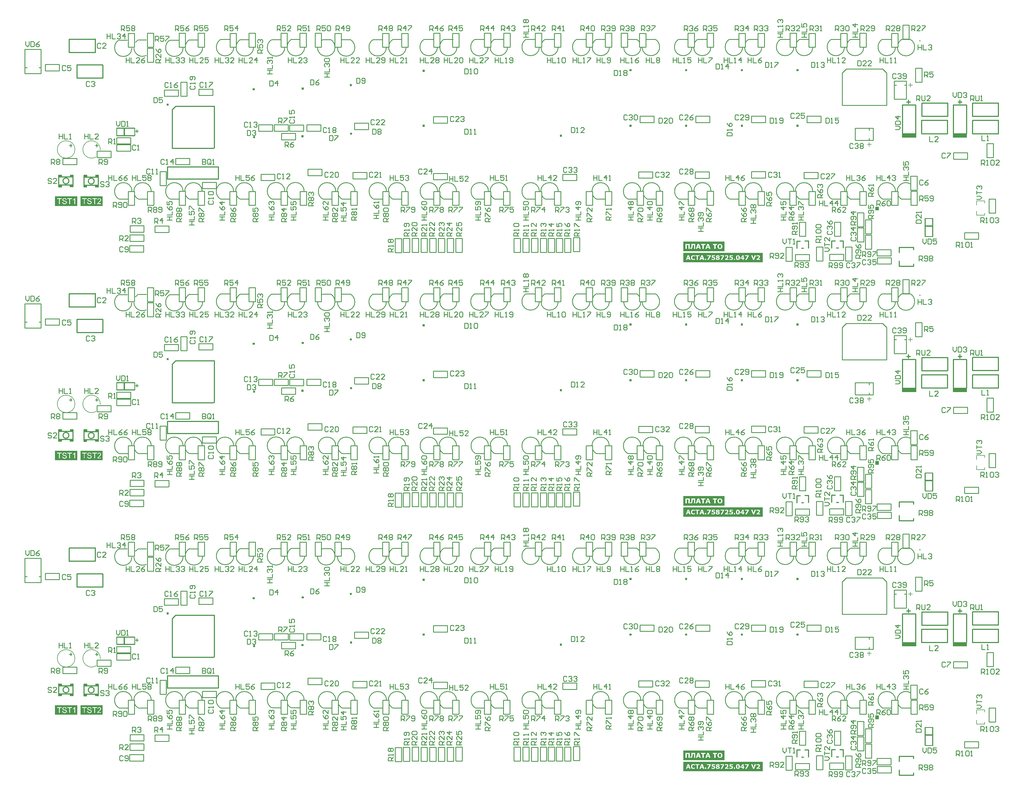
<source format=gto>
G04 Layer_Color=65535*
%FSLAX25Y25*%
%MOIN*%
G70*
G01*
G75*
%ADD32C,0.01181*%
%ADD36C,0.01000*%
%ADD71C,0.00787*%
%ADD72C,0.00500*%
G36*
X989095Y896201D02*
X986594D01*
Y898701D01*
X989095D01*
Y896201D01*
D02*
G37*
G36*
X920197D02*
X917697D01*
Y898701D01*
X920197D01*
Y896201D01*
D02*
G37*
G36*
X851299D02*
X848799D01*
Y898701D01*
X851299D01*
Y896201D01*
D02*
G37*
G36*
X782402D02*
X779902D01*
Y898701D01*
X782402D01*
Y896201D01*
D02*
G37*
G36*
X526496Y895216D02*
X523996D01*
Y897717D01*
X526496D01*
Y895216D01*
D02*
G37*
G36*
X436339Y877697D02*
X433839D01*
Y880197D01*
X436339D01*
Y877697D01*
D02*
G37*
G36*
X376693Y873366D02*
X374193D01*
Y875866D01*
X376693D01*
Y873366D01*
D02*
G37*
G36*
X316063Y872382D02*
X313583Y872441D01*
X313563Y874882D01*
X316063D01*
Y872382D01*
D02*
G37*
G36*
X209567Y853484D02*
X207067D01*
Y855984D01*
X209567D01*
Y853484D01*
D02*
G37*
G36*
X989095Y827303D02*
X986594D01*
Y829803D01*
X989095D01*
Y827303D01*
D02*
G37*
G36*
X920197D02*
X917697D01*
Y829803D01*
X920197D01*
Y827303D01*
D02*
G37*
G36*
X851299D02*
X848799D01*
Y829803D01*
X851299D01*
Y827303D01*
D02*
G37*
G36*
X782402D02*
X779902D01*
Y829803D01*
X782402D01*
Y827303D01*
D02*
G37*
G36*
X526496D02*
X523996D01*
Y829803D01*
X526496D01*
Y827303D01*
D02*
G37*
G36*
X436535Y817461D02*
X434035D01*
Y819961D01*
X436535D01*
Y817461D01*
D02*
G37*
G36*
X696307Y814953D02*
X693807D01*
Y817453D01*
X696307D01*
Y814953D01*
D02*
G37*
G36*
X376496Y814311D02*
X373996D01*
Y816811D01*
X376496D01*
Y814311D01*
D02*
G37*
G36*
X1197638Y813976D02*
X1180118D01*
Y818701D01*
X1197638D01*
Y813976D01*
D02*
G37*
G36*
X1134842D02*
X1117323D01*
Y818701D01*
X1134842D01*
Y813976D01*
D02*
G37*
G36*
X316653Y813130D02*
X314154D01*
Y815630D01*
X316653D01*
Y813130D01*
D02*
G37*
G36*
X91535Y765551D02*
X87598D01*
Y767913D01*
X91142D01*
X91535Y765551D01*
D02*
G37*
G36*
X77559D02*
X74016D01*
X73622Y767913D01*
X77559D01*
Y765551D01*
D02*
G37*
G36*
X122835Y765354D02*
X118898D01*
Y767717D01*
X122441D01*
X122835Y765354D01*
D02*
G37*
G36*
X108858D02*
X105315D01*
X104921Y767717D01*
X108858D01*
Y765354D01*
D02*
G37*
G36*
X91142Y752559D02*
X87205D01*
Y754921D01*
X90748D01*
X91142Y752559D01*
D02*
G37*
G36*
X122441Y752362D02*
X118504D01*
Y754724D01*
X122047D01*
X122441Y752362D01*
D02*
G37*
G36*
X77362D02*
X73819D01*
X73425Y754724D01*
X77362D01*
Y752362D01*
D02*
G37*
G36*
X108661Y752165D02*
X105118D01*
X104724Y754528D01*
X108661D01*
Y752165D01*
D02*
G37*
G36*
X127953Y729331D02*
X100394D01*
Y741142D01*
X127953D01*
Y729331D01*
D02*
G37*
G36*
X96457D02*
X68898D01*
Y741142D01*
X96457D01*
Y729331D01*
D02*
G37*
G36*
X1088583Y723819D02*
X1084055D01*
Y728346D01*
X1088583D01*
Y723819D01*
D02*
G37*
G36*
X897638Y673228D02*
X846457D01*
Y685039D01*
X897638D01*
Y673228D01*
D02*
G37*
G36*
X944882Y659449D02*
X846457D01*
Y671260D01*
X944882D01*
Y659449D01*
D02*
G37*
G36*
X989095Y581240D02*
X986594D01*
Y583740D01*
X989095D01*
Y581240D01*
D02*
G37*
G36*
X920197D02*
X917697D01*
Y583740D01*
X920197D01*
Y581240D01*
D02*
G37*
G36*
X851299D02*
X848799D01*
Y583740D01*
X851299D01*
Y581240D01*
D02*
G37*
G36*
X782402D02*
X779902D01*
Y583740D01*
X782402D01*
Y581240D01*
D02*
G37*
G36*
X526496Y580256D02*
X523996D01*
Y582756D01*
X526496D01*
Y580256D01*
D02*
G37*
G36*
X436339Y562736D02*
X433839D01*
Y565236D01*
X436339D01*
Y562736D01*
D02*
G37*
G36*
X376693Y558405D02*
X374193D01*
Y560906D01*
X376693D01*
Y558405D01*
D02*
G37*
G36*
X316063Y557421D02*
X313583Y557480D01*
X313563Y559921D01*
X316063D01*
Y557421D01*
D02*
G37*
G36*
X209567Y538524D02*
X207067D01*
Y541024D01*
X209567D01*
Y538524D01*
D02*
G37*
G36*
X989095Y512343D02*
X986594D01*
Y514843D01*
X989095D01*
Y512343D01*
D02*
G37*
G36*
X920197D02*
X917697D01*
Y514843D01*
X920197D01*
Y512343D01*
D02*
G37*
G36*
X851299D02*
X848799D01*
Y514843D01*
X851299D01*
Y512343D01*
D02*
G37*
G36*
X782402D02*
X779902D01*
Y514843D01*
X782402D01*
Y512343D01*
D02*
G37*
G36*
X526496D02*
X523996D01*
Y514843D01*
X526496D01*
Y512343D01*
D02*
G37*
G36*
X436535Y502500D02*
X434035D01*
Y505000D01*
X436535D01*
Y502500D01*
D02*
G37*
G36*
X696307Y499992D02*
X693807D01*
Y502492D01*
X696307D01*
Y499992D01*
D02*
G37*
G36*
X376496Y499350D02*
X373996D01*
Y501850D01*
X376496D01*
Y499350D01*
D02*
G37*
G36*
X1197638Y499016D02*
X1180118D01*
Y503740D01*
X1197638D01*
Y499016D01*
D02*
G37*
G36*
X1134842D02*
X1117323D01*
Y503740D01*
X1134842D01*
Y499016D01*
D02*
G37*
G36*
X316653Y498169D02*
X314154D01*
Y500669D01*
X316653D01*
Y498169D01*
D02*
G37*
G36*
X91535Y450591D02*
X87598D01*
Y452953D01*
X91142D01*
X91535Y450591D01*
D02*
G37*
G36*
X77559D02*
X74016D01*
X73622Y452953D01*
X77559D01*
Y450591D01*
D02*
G37*
G36*
X122835Y450394D02*
X118898D01*
Y452756D01*
X122441D01*
X122835Y450394D01*
D02*
G37*
G36*
X108858D02*
X105315D01*
X104921Y452756D01*
X108858D01*
Y450394D01*
D02*
G37*
G36*
X91142Y437598D02*
X87205D01*
Y439961D01*
X90748D01*
X91142Y437598D01*
D02*
G37*
G36*
X122441Y437402D02*
X118504D01*
Y439764D01*
X122047D01*
X122441Y437402D01*
D02*
G37*
G36*
X77362D02*
X73819D01*
X73425Y439764D01*
X77362D01*
Y437402D01*
D02*
G37*
G36*
X108661Y437205D02*
X105118D01*
X104724Y439567D01*
X108661D01*
Y437205D01*
D02*
G37*
G36*
X127953Y414370D02*
X100394D01*
Y426181D01*
X127953D01*
Y414370D01*
D02*
G37*
G36*
X96457D02*
X68898D01*
Y426181D01*
X96457D01*
Y414370D01*
D02*
G37*
G36*
X1088583Y408858D02*
X1084055D01*
Y413386D01*
X1088583D01*
Y408858D01*
D02*
G37*
G36*
X897638Y358268D02*
X846457D01*
Y370079D01*
X897638D01*
Y358268D01*
D02*
G37*
G36*
X944882Y344488D02*
X846457D01*
Y356299D01*
X944882D01*
Y344488D01*
D02*
G37*
G36*
X989095Y266280D02*
X986594D01*
Y268779D01*
X989095D01*
Y266280D01*
D02*
G37*
G36*
X920197D02*
X917697D01*
Y268779D01*
X920197D01*
Y266280D01*
D02*
G37*
G36*
X851299D02*
X848799D01*
Y268779D01*
X851299D01*
Y266280D01*
D02*
G37*
G36*
X782402D02*
X779902D01*
Y268779D01*
X782402D01*
Y266280D01*
D02*
G37*
G36*
X526496Y265295D02*
X523996D01*
Y267795D01*
X526496D01*
Y265295D01*
D02*
G37*
G36*
X436339Y247776D02*
X433839D01*
Y250276D01*
X436339D01*
Y247776D01*
D02*
G37*
G36*
X376693Y243445D02*
X374193D01*
Y245945D01*
X376693D01*
Y243445D01*
D02*
G37*
G36*
X316063Y242461D02*
X313583Y242520D01*
X313563Y244961D01*
X316063D01*
Y242461D01*
D02*
G37*
G36*
X209567Y223563D02*
X207067D01*
Y226063D01*
X209567D01*
Y223563D01*
D02*
G37*
G36*
X989095Y197382D02*
X986594D01*
Y199882D01*
X989095D01*
Y197382D01*
D02*
G37*
G36*
X920197D02*
X917697D01*
Y199882D01*
X920197D01*
Y197382D01*
D02*
G37*
G36*
X851299D02*
X848799D01*
Y199882D01*
X851299D01*
Y197382D01*
D02*
G37*
G36*
X782402D02*
X779902D01*
Y199882D01*
X782402D01*
Y197382D01*
D02*
G37*
G36*
X526496D02*
X523996D01*
Y199882D01*
X526496D01*
Y197382D01*
D02*
G37*
G36*
X436535Y187539D02*
X434035D01*
Y190039D01*
X436535D01*
Y187539D01*
D02*
G37*
G36*
X696307Y185031D02*
X693807D01*
Y187531D01*
X696307D01*
Y185031D01*
D02*
G37*
G36*
X376496Y184390D02*
X373996D01*
Y186890D01*
X376496D01*
Y184390D01*
D02*
G37*
G36*
X1197638Y184055D02*
X1180118D01*
Y188779D01*
X1197638D01*
Y184055D01*
D02*
G37*
G36*
X1134842D02*
X1117323D01*
Y188779D01*
X1134842D01*
Y184055D01*
D02*
G37*
G36*
X316653Y183209D02*
X314154D01*
Y185709D01*
X316653D01*
Y183209D01*
D02*
G37*
G36*
X91535Y135630D02*
X87598D01*
Y137992D01*
X91142D01*
X91535Y135630D01*
D02*
G37*
G36*
X77559D02*
X74016D01*
X73622Y137992D01*
X77559D01*
Y135630D01*
D02*
G37*
G36*
X122835Y135433D02*
X118898D01*
Y137795D01*
X122441D01*
X122835Y135433D01*
D02*
G37*
G36*
X108858D02*
X105315D01*
X104921Y137795D01*
X108858D01*
Y135433D01*
D02*
G37*
G36*
X91142Y122638D02*
X87205D01*
Y125000D01*
X90748D01*
X91142Y122638D01*
D02*
G37*
G36*
X122441Y122441D02*
X118504D01*
Y124803D01*
X122047D01*
X122441Y122441D01*
D02*
G37*
G36*
X77362D02*
X73819D01*
X73425Y124803D01*
X77362D01*
Y122441D01*
D02*
G37*
G36*
X108661Y122244D02*
X105118D01*
X104724Y124606D01*
X108661D01*
Y122244D01*
D02*
G37*
G36*
X127953Y99410D02*
X100394D01*
Y111221D01*
X127953D01*
Y99410D01*
D02*
G37*
G36*
X96457D02*
X68898D01*
Y111221D01*
X96457D01*
Y99410D01*
D02*
G37*
G36*
X1088583Y93898D02*
X1084055D01*
Y98425D01*
X1088583D01*
Y93898D01*
D02*
G37*
G36*
X897638Y43307D02*
X846457D01*
Y55118D01*
X897638D01*
Y43307D01*
D02*
G37*
G36*
X944882Y29528D02*
X846457D01*
Y41339D01*
X944882D01*
Y29528D01*
D02*
G37*
%LPC*%
G36*
X111588Y738916D02*
X111454D01*
X111187Y738906D01*
X110951Y738875D01*
X110724Y738834D01*
X110529Y738793D01*
X110375Y738752D01*
X110303Y738731D01*
X110251Y738711D01*
X110210Y738690D01*
X110179Y738680D01*
X110159Y738670D01*
X110149D01*
X109943Y738567D01*
X109758Y738454D01*
X109604Y738331D01*
X109480Y738217D01*
X109388Y738115D01*
X109316Y738032D01*
X109265Y737971D01*
X109254Y737960D01*
Y737950D01*
X109151Y737775D01*
X109080Y737601D01*
X109028Y737426D01*
X108997Y737272D01*
X108977Y737138D01*
X108956Y737035D01*
Y736994D01*
Y736963D01*
Y736953D01*
Y736943D01*
X108966Y736768D01*
X108997Y736603D01*
X109038Y736449D01*
X109080Y736316D01*
X109121Y736213D01*
X109162Y736131D01*
X109193Y736079D01*
X109203Y736059D01*
X109306Y735915D01*
X109429Y735781D01*
X109552Y735668D01*
X109676Y735575D01*
X109778Y735493D01*
X109871Y735442D01*
X109933Y735401D01*
X109943Y735390D01*
X109953D01*
X110036Y735349D01*
X110128Y735308D01*
X110334Y735236D01*
X110570Y735164D01*
X110796Y735092D01*
X111002Y735031D01*
X111094Y735010D01*
X111177Y734990D01*
X111238Y734969D01*
X111290Y734959D01*
X111320Y734948D01*
X111331D01*
X111506Y734907D01*
X111670Y734866D01*
X111814Y734825D01*
X111937Y734794D01*
X112061Y734763D01*
X112163Y734732D01*
X112256Y734712D01*
X112328Y734681D01*
X112400Y734660D01*
X112451Y734650D01*
X112534Y734619D01*
X112585Y734609D01*
X112595Y734599D01*
X112750Y734537D01*
X112883Y734465D01*
X112996Y734393D01*
X113078Y734332D01*
X113150Y734270D01*
X113191Y734229D01*
X113222Y734198D01*
X113233Y734188D01*
X113305Y734095D01*
X113356Y733992D01*
X113387Y733889D01*
X113418Y733807D01*
X113428Y733725D01*
X113438Y733663D01*
Y733612D01*
Y733602D01*
X113428Y733478D01*
X113407Y733365D01*
X113376Y733262D01*
X113335Y733180D01*
X113294Y733098D01*
X113263Y733047D01*
X113243Y733006D01*
X113233Y732995D01*
X113150Y732892D01*
X113048Y732810D01*
X112945Y732738D01*
X112852Y732666D01*
X112760Y732625D01*
X112688Y732584D01*
X112636Y732563D01*
X112616Y732553D01*
X112462Y732502D01*
X112297Y732461D01*
X112133Y732440D01*
X111989Y732419D01*
X111865Y732409D01*
X111763Y732399D01*
X111670D01*
X111444Y732409D01*
X111238Y732430D01*
X111053Y732461D01*
X110889Y732502D01*
X110755Y732543D01*
X110652Y732574D01*
X110622Y732584D01*
X110591Y732594D01*
X110580Y732605D01*
X110570D01*
X110406Y732687D01*
X110251Y732779D01*
X110138Y732872D01*
X110036Y732964D01*
X109953Y733036D01*
X109902Y733108D01*
X109871Y733149D01*
X109861Y733160D01*
X109789Y733293D01*
X109717Y733437D01*
X109676Y733591D01*
X109635Y733725D01*
X109604Y733859D01*
X109583Y733951D01*
Y733992D01*
X109573Y734023D01*
Y734033D01*
Y734044D01*
X108689Y733961D01*
X108709Y733705D01*
X108750Y733458D01*
X108812Y733242D01*
X108884Y733047D01*
X108956Y732892D01*
X108987Y732831D01*
X109008Y732779D01*
X109038Y732738D01*
X109049Y732707D01*
X109069Y732687D01*
Y732677D01*
X109223Y732481D01*
X109388Y732306D01*
X109563Y732163D01*
X109727Y732039D01*
X109871Y731947D01*
X109994Y731885D01*
X110036Y731864D01*
X110066Y731844D01*
X110087Y731834D01*
X110097D01*
X110354Y731741D01*
X110622Y731669D01*
X110889Y731628D01*
X111146Y731587D01*
X111269Y731576D01*
X111372Y731566D01*
X111465D01*
X111547Y731556D01*
X111711D01*
X111989Y731566D01*
X112246Y731597D01*
X112482Y731648D01*
X112678Y731700D01*
X112842Y731741D01*
X112914Y731772D01*
X112976Y731792D01*
X113017Y731813D01*
X113048Y731823D01*
X113068Y731834D01*
X113078D01*
X113294Y731947D01*
X113479Y732070D01*
X113644Y732204D01*
X113777Y732327D01*
X113880Y732430D01*
X113952Y732522D01*
X114004Y732584D01*
X114014Y732594D01*
Y732605D01*
X114127Y732800D01*
X114209Y732985D01*
X114261Y733160D01*
X114302Y733324D01*
X114322Y733468D01*
X114343Y733581D01*
Y733622D01*
Y733653D01*
Y733663D01*
Y733674D01*
X114333Y733879D01*
X114302Y734075D01*
X114250Y734249D01*
X114199Y734393D01*
X114137Y734517D01*
X114096Y734609D01*
X114055Y734660D01*
X114045Y734681D01*
X113921Y734835D01*
X113777Y734979D01*
X113623Y735103D01*
X113469Y735216D01*
X113335Y735298D01*
X113222Y735360D01*
X113181Y735380D01*
X113150Y735401D01*
X113130Y735411D01*
X113119D01*
X113037Y735452D01*
X112935Y735483D01*
X112821Y735524D01*
X112698Y735565D01*
X112441Y735637D01*
X112174Y735709D01*
X112050Y735740D01*
X111937Y735771D01*
X111824Y735802D01*
X111732Y735822D01*
X111660Y735843D01*
X111598Y735853D01*
X111557Y735863D01*
X111547D01*
X111341Y735915D01*
X111156Y735956D01*
X110992Y736007D01*
X110848Y736048D01*
X110714Y736100D01*
X110601Y736141D01*
X110498Y736182D01*
X110406Y736213D01*
X110334Y736254D01*
X110272Y736285D01*
X110231Y736305D01*
X110190Y736336D01*
X110138Y736367D01*
X110128Y736377D01*
X110036Y736480D01*
X109974Y736583D01*
X109923Y736686D01*
X109892Y736789D01*
X109871Y736871D01*
X109861Y736943D01*
Y736984D01*
Y737004D01*
X109881Y737169D01*
X109923Y737313D01*
X109984Y737436D01*
X110056Y737549D01*
X110118Y737632D01*
X110179Y737703D01*
X110221Y737745D01*
X110241Y737755D01*
X110323Y737806D01*
X110406Y737858D01*
X110601Y737940D01*
X110807Y737991D01*
X111012Y738032D01*
X111197Y738053D01*
X111279Y738063D01*
X111341Y738073D01*
X111485D01*
X111773Y738063D01*
X112030Y738022D01*
X112235Y737960D01*
X112410Y737899D01*
X112544Y737837D01*
X112647Y737775D01*
X112698Y737734D01*
X112719Y737724D01*
X112863Y737580D01*
X112976Y737426D01*
X113068Y737261D01*
X113130Y737097D01*
X113171Y736943D01*
X113202Y736830D01*
X113212Y736778D01*
X113222Y736747D01*
Y736727D01*
Y736717D01*
X114127Y736789D01*
X114106Y737015D01*
X114055Y737220D01*
X114004Y737416D01*
X113932Y737580D01*
X113870Y737714D01*
X113819Y737816D01*
X113798Y737847D01*
X113777Y737878D01*
X113767Y737888D01*
Y737899D01*
X113634Y738073D01*
X113490Y738228D01*
X113335Y738361D01*
X113181Y738464D01*
X113048Y738557D01*
X112945Y738608D01*
X112904Y738629D01*
X112873Y738649D01*
X112852Y738659D01*
X112842D01*
X112616Y738742D01*
X112369Y738803D01*
X112143Y738855D01*
X111927Y738886D01*
X111732Y738906D01*
X111660D01*
X111588Y738916D01*
D02*
G37*
G36*
X123811Y738824D02*
X123708D01*
X123523Y738814D01*
X123348Y738803D01*
X123184Y738772D01*
X123029Y738742D01*
X122886Y738701D01*
X122752Y738659D01*
X122628Y738608D01*
X122515Y738557D01*
X122413Y738505D01*
X122330Y738454D01*
X122258Y738413D01*
X122197Y738372D01*
X122145Y738341D01*
X122115Y738310D01*
X122094Y738300D01*
X122084Y738289D01*
X121981Y738187D01*
X121888Y738073D01*
X121796Y737950D01*
X121724Y737827D01*
X121600Y737580D01*
X121518Y737333D01*
X121487Y737220D01*
X121457Y737107D01*
X121436Y737015D01*
X121415Y736932D01*
X121405Y736861D01*
Y736809D01*
X121395Y736778D01*
Y736768D01*
X122289Y736675D01*
X122310Y736912D01*
X122351Y737117D01*
X122413Y737302D01*
X122485Y737446D01*
X122546Y737570D01*
X122608Y737652D01*
X122649Y737703D01*
X122670Y737724D01*
X122824Y737847D01*
X122988Y737940D01*
X123163Y738012D01*
X123317Y738053D01*
X123461Y738084D01*
X123585Y738094D01*
X123626Y738104D01*
X123687D01*
X123903Y738094D01*
X124099Y738053D01*
X124263Y737991D01*
X124407Y737930D01*
X124520Y737858D01*
X124592Y737806D01*
X124643Y737765D01*
X124664Y737745D01*
X124787Y737601D01*
X124880Y737457D01*
X124952Y737313D01*
X124993Y737169D01*
X125024Y737056D01*
X125034Y736953D01*
X125044Y736891D01*
Y736881D01*
Y736871D01*
X125024Y736686D01*
X124983Y736490D01*
X124911Y736316D01*
X124839Y736151D01*
X124757Y736018D01*
X124685Y735904D01*
X124664Y735863D01*
X124643Y735833D01*
X124623Y735822D01*
Y735812D01*
X124541Y735699D01*
X124438Y735586D01*
X124325Y735462D01*
X124201Y735339D01*
X123944Y735092D01*
X123687Y734846D01*
X123554Y734732D01*
X123441Y734630D01*
X123328Y734537D01*
X123235Y734455D01*
X123163Y734393D01*
X123101Y734342D01*
X123060Y734311D01*
X123050Y734301D01*
X122793Y734085D01*
X122557Y733879D01*
X122361Y733694D01*
X122207Y733540D01*
X122073Y733406D01*
X121981Y733314D01*
X121930Y733252D01*
X121909Y733242D01*
Y733232D01*
X121765Y733057D01*
X121652Y732892D01*
X121549Y732728D01*
X121467Y732584D01*
X121405Y732461D01*
X121364Y732368D01*
X121344Y732306D01*
X121333Y732296D01*
Y732286D01*
X121292Y732173D01*
X121272Y732070D01*
X121251Y731967D01*
X121241Y731875D01*
X121230Y731792D01*
Y731731D01*
Y731690D01*
Y731679D01*
X125949D01*
Y732522D01*
X122443D01*
X122567Y732697D01*
X122628Y732769D01*
X122680Y732841D01*
X122731Y732903D01*
X122773Y732944D01*
X122803Y732975D01*
X122814Y732985D01*
X122865Y733036D01*
X122927Y733088D01*
X123071Y733221D01*
X123235Y733376D01*
X123410Y733530D01*
X123574Y733663D01*
X123646Y733725D01*
X123708Y733787D01*
X123759Y733828D01*
X123801Y733859D01*
X123821Y733879D01*
X123831Y733889D01*
X123996Y734033D01*
X124160Y734167D01*
X124304Y734301D01*
X124438Y734414D01*
X124561Y734527D01*
X124664Y734630D01*
X124767Y734722D01*
X124849Y734804D01*
X124931Y734887D01*
X124993Y734948D01*
X125044Y735000D01*
X125096Y735051D01*
X125147Y735113D01*
X125168Y735133D01*
X125312Y735308D01*
X125435Y735462D01*
X125538Y735617D01*
X125620Y735740D01*
X125682Y735853D01*
X125723Y735935D01*
X125743Y735987D01*
X125754Y736007D01*
X125815Y736161D01*
X125856Y736316D01*
X125898Y736459D01*
X125918Y736583D01*
X125928Y736696D01*
X125939Y736778D01*
Y736830D01*
Y736850D01*
X125928Y737004D01*
X125908Y737148D01*
X125887Y737292D01*
X125846Y737416D01*
X125743Y737662D01*
X125641Y737858D01*
X125579Y737950D01*
X125528Y738022D01*
X125476Y738094D01*
X125425Y738145D01*
X125384Y738187D01*
X125363Y738228D01*
X125343Y738238D01*
X125332Y738248D01*
X125219Y738351D01*
X125096Y738444D01*
X124962Y738516D01*
X124828Y738577D01*
X124561Y738680D01*
X124294Y738752D01*
X124181Y738772D01*
X124068Y738793D01*
X123965Y738803D01*
X123883Y738814D01*
X123811Y738824D01*
D02*
G37*
G36*
X120737Y738793D02*
X115104D01*
Y737950D01*
X117447D01*
Y731679D01*
X118393D01*
Y737950D01*
X120737D01*
Y738793D01*
D02*
G37*
G36*
X108031D02*
X102398D01*
Y737950D01*
X104741D01*
Y731679D01*
X105687D01*
Y737950D01*
X108031D01*
Y738793D01*
D02*
G37*
G36*
X80744Y738916D02*
X80611D01*
X80344Y738906D01*
X80107Y738875D01*
X79881Y738834D01*
X79686Y738793D01*
X79532Y738752D01*
X79460Y738731D01*
X79408Y738711D01*
X79367Y738690D01*
X79336Y738680D01*
X79316Y738670D01*
X79305D01*
X79100Y738567D01*
X78915Y738454D01*
X78760Y738331D01*
X78637Y738217D01*
X78545Y738115D01*
X78473Y738032D01*
X78421Y737971D01*
X78411Y737960D01*
Y737950D01*
X78308Y737775D01*
X78236Y737601D01*
X78185Y737426D01*
X78154Y737272D01*
X78133Y737138D01*
X78113Y737035D01*
Y736994D01*
Y736963D01*
Y736953D01*
Y736943D01*
X78123Y736768D01*
X78154Y736603D01*
X78195Y736449D01*
X78236Y736316D01*
X78277Y736213D01*
X78318Y736131D01*
X78349Y736079D01*
X78360Y736059D01*
X78462Y735915D01*
X78586Y735781D01*
X78709Y735668D01*
X78832Y735575D01*
X78935Y735493D01*
X79028Y735442D01*
X79089Y735401D01*
X79100Y735390D01*
X79110D01*
X79192Y735349D01*
X79285Y735308D01*
X79490Y735236D01*
X79727Y735164D01*
X79953Y735092D01*
X80159Y735031D01*
X80251Y735010D01*
X80333Y734990D01*
X80395Y734969D01*
X80446Y734959D01*
X80477Y734948D01*
X80488D01*
X80662Y734907D01*
X80827Y734866D01*
X80971Y734825D01*
X81094Y734794D01*
X81217Y734763D01*
X81320Y734732D01*
X81413Y734712D01*
X81485Y734681D01*
X81557Y734660D01*
X81608Y734650D01*
X81690Y734619D01*
X81742Y734609D01*
X81752Y734599D01*
X81906Y734537D01*
X82040Y734465D01*
X82153Y734393D01*
X82235Y734332D01*
X82307Y734270D01*
X82348Y734229D01*
X82379Y734198D01*
X82389Y734188D01*
X82461Y734095D01*
X82513Y733992D01*
X82543Y733889D01*
X82574Y733807D01*
X82585Y733725D01*
X82595Y733663D01*
Y733612D01*
Y733602D01*
X82585Y733478D01*
X82564Y733365D01*
X82533Y733262D01*
X82492Y733180D01*
X82451Y733098D01*
X82420Y733047D01*
X82400Y733006D01*
X82389Y732995D01*
X82307Y732892D01*
X82204Y732810D01*
X82102Y732738D01*
X82009Y732666D01*
X81916Y732625D01*
X81845Y732584D01*
X81793Y732563D01*
X81773Y732553D01*
X81618Y732502D01*
X81454Y732461D01*
X81289Y732440D01*
X81146Y732419D01*
X81022Y732409D01*
X80919Y732399D01*
X80827D01*
X80601Y732409D01*
X80395Y732430D01*
X80210Y732461D01*
X80045Y732502D01*
X79912Y732543D01*
X79809Y732574D01*
X79778Y732584D01*
X79747Y732594D01*
X79737Y732605D01*
X79727D01*
X79562Y732687D01*
X79408Y732779D01*
X79295Y732872D01*
X79192Y732964D01*
X79110Y733036D01*
X79059Y733108D01*
X79028Y733149D01*
X79018Y733160D01*
X78945Y733293D01*
X78874Y733437D01*
X78832Y733591D01*
X78791Y733725D01*
X78760Y733859D01*
X78740Y733951D01*
Y733992D01*
X78730Y734023D01*
Y734033D01*
Y734044D01*
X77846Y733961D01*
X77866Y733705D01*
X77907Y733458D01*
X77969Y733242D01*
X78041Y733047D01*
X78113Y732892D01*
X78144Y732831D01*
X78164Y732779D01*
X78195Y732738D01*
X78205Y732707D01*
X78226Y732687D01*
Y732677D01*
X78380Y732481D01*
X78545Y732306D01*
X78719Y732163D01*
X78884Y732039D01*
X79028Y731947D01*
X79151Y731885D01*
X79192Y731864D01*
X79223Y731844D01*
X79244Y731834D01*
X79254D01*
X79511Y731741D01*
X79778Y731669D01*
X80045Y731628D01*
X80303Y731587D01*
X80426Y731576D01*
X80529Y731566D01*
X80621D01*
X80703Y731556D01*
X80868D01*
X81146Y731566D01*
X81402Y731597D01*
X81639Y731648D01*
X81834Y731700D01*
X81999Y731741D01*
X82071Y731772D01*
X82132Y731792D01*
X82174Y731813D01*
X82204Y731823D01*
X82225Y731834D01*
X82235D01*
X82451Y731947D01*
X82636Y732070D01*
X82801Y732204D01*
X82934Y732327D01*
X83037Y732430D01*
X83109Y732522D01*
X83160Y732584D01*
X83171Y732594D01*
Y732605D01*
X83284Y732800D01*
X83366Y732985D01*
X83417Y733160D01*
X83459Y733324D01*
X83479Y733468D01*
X83500Y733581D01*
Y733622D01*
Y733653D01*
Y733663D01*
Y733674D01*
X83489Y733879D01*
X83459Y734075D01*
X83407Y734249D01*
X83356Y734393D01*
X83294Y734517D01*
X83253Y734609D01*
X83212Y734660D01*
X83201Y734681D01*
X83078Y734835D01*
X82934Y734979D01*
X82780Y735103D01*
X82626Y735216D01*
X82492Y735298D01*
X82379Y735360D01*
X82338Y735380D01*
X82307Y735401D01*
X82287Y735411D01*
X82276D01*
X82194Y735452D01*
X82091Y735483D01*
X81978Y735524D01*
X81855Y735565D01*
X81598Y735637D01*
X81331Y735709D01*
X81207Y735740D01*
X81094Y735771D01*
X80981Y735802D01*
X80888Y735822D01*
X80817Y735843D01*
X80755Y735853D01*
X80714Y735863D01*
X80703D01*
X80498Y735915D01*
X80313Y735956D01*
X80148Y736007D01*
X80004Y736048D01*
X79871Y736100D01*
X79758Y736141D01*
X79655Y736182D01*
X79562Y736213D01*
X79490Y736254D01*
X79429Y736285D01*
X79388Y736305D01*
X79347Y736336D01*
X79295Y736367D01*
X79285Y736377D01*
X79192Y736480D01*
X79131Y736583D01*
X79079Y736686D01*
X79048Y736789D01*
X79028Y736871D01*
X79018Y736943D01*
Y736984D01*
Y737004D01*
X79038Y737169D01*
X79079Y737313D01*
X79141Y737436D01*
X79213Y737549D01*
X79274Y737632D01*
X79336Y737703D01*
X79377Y737745D01*
X79398Y737755D01*
X79480Y737806D01*
X79562Y737858D01*
X79758Y737940D01*
X79963Y737991D01*
X80169Y738032D01*
X80354Y738053D01*
X80436Y738063D01*
X80498Y738073D01*
X80642D01*
X80930Y738063D01*
X81187Y738022D01*
X81392Y737960D01*
X81567Y737899D01*
X81701Y737837D01*
X81803Y737775D01*
X81855Y737734D01*
X81875Y737724D01*
X82019Y737580D01*
X82132Y737426D01*
X82225Y737261D01*
X82287Y737097D01*
X82328Y736943D01*
X82358Y736830D01*
X82369Y736778D01*
X82379Y736747D01*
Y736727D01*
Y736717D01*
X83284Y736789D01*
X83263Y737015D01*
X83212Y737220D01*
X83160Y737416D01*
X83088Y737580D01*
X83027Y737714D01*
X82975Y737816D01*
X82955Y737847D01*
X82934Y737878D01*
X82924Y737888D01*
Y737899D01*
X82790Y738073D01*
X82646Y738228D01*
X82492Y738361D01*
X82338Y738464D01*
X82204Y738557D01*
X82102Y738608D01*
X82060Y738629D01*
X82029Y738649D01*
X82009Y738659D01*
X81999D01*
X81773Y738742D01*
X81526Y738803D01*
X81300Y738855D01*
X81084Y738886D01*
X80888Y738906D01*
X80817D01*
X80744Y738916D01*
D02*
G37*
G36*
X93800Y738824D02*
X93235D01*
X93132Y738649D01*
X93019Y738485D01*
X92885Y738320D01*
X92762Y738176D01*
X92638Y738053D01*
X92546Y737950D01*
X92505Y737919D01*
X92474Y737888D01*
X92464Y737878D01*
X92453Y737868D01*
X92238Y737693D01*
X92022Y737529D01*
X91816Y737385D01*
X91610Y737272D01*
X91436Y737169D01*
X91364Y737128D01*
X91302Y737097D01*
X91251Y737066D01*
X91210Y737056D01*
X91189Y737035D01*
X91179D01*
Y736192D01*
X91333Y736254D01*
X91487Y736326D01*
X91641Y736398D01*
X91785Y736470D01*
X91909Y736531D01*
X92011Y736583D01*
X92073Y736624D01*
X92083Y736634D01*
X92094D01*
X92279Y736747D01*
X92443Y736861D01*
X92587Y736963D01*
X92700Y737056D01*
X92803Y737128D01*
X92865Y737189D01*
X92916Y737230D01*
X92926Y737241D01*
Y731679D01*
X93800D01*
Y738824D01*
D02*
G37*
G36*
X89894Y738793D02*
X84260D01*
Y737950D01*
X86604D01*
Y731679D01*
X87550D01*
Y737950D01*
X89894D01*
Y738793D01*
D02*
G37*
G36*
X77188D02*
X71554D01*
Y737950D01*
X73898D01*
Y731679D01*
X74844D01*
Y737950D01*
X77188D01*
Y738793D01*
D02*
G37*
G36*
X888281Y682076D02*
X883079D01*
Y680938D01*
X884920D01*
Y676191D01*
X886441D01*
Y680938D01*
X888281D01*
Y682076D01*
D02*
G37*
G36*
X877878D02*
X876119D01*
X873951Y676191D01*
X875482D01*
X875892Y677376D01*
X878060D01*
X878470Y676191D01*
X880055D01*
X877878Y682076D01*
D02*
G37*
G36*
X873705D02*
X868503D01*
Y680938D01*
X870344D01*
Y676191D01*
X871865D01*
Y680938D01*
X873705D01*
Y682076D01*
D02*
G37*
G36*
X866071D02*
X864313D01*
X862145Y676191D01*
X863675D01*
X864085Y677376D01*
X866253D01*
X866663Y676191D01*
X868248D01*
X866071Y682076D01*
D02*
G37*
G36*
X861307D02*
X856688D01*
X856679Y681849D01*
Y681639D01*
X856670Y681448D01*
X856660Y681284D01*
Y681147D01*
Y681093D01*
X856651Y681047D01*
Y681010D01*
Y680983D01*
Y680974D01*
Y680965D01*
Y680792D01*
X856642Y680619D01*
Y680473D01*
X856633Y680336D01*
Y680227D01*
X856624Y680145D01*
Y680090D01*
Y680081D01*
Y680072D01*
X856615Y679881D01*
X856597Y679708D01*
X856588Y679535D01*
X856569Y679380D01*
X856560Y679234D01*
X856542Y679107D01*
X856524Y678988D01*
X856515Y678879D01*
X856497Y678779D01*
X856487Y678697D01*
X856478Y678624D01*
X856469Y678569D01*
X856460Y678523D01*
Y678487D01*
X856451Y678469D01*
Y678460D01*
X856405Y678259D01*
X856342Y678086D01*
X856278Y677940D01*
X856205Y677822D01*
X856141Y677740D01*
X856087Y677676D01*
X856050Y677631D01*
X856041Y677622D01*
X855977Y677585D01*
X855913Y677549D01*
X855868Y677540D01*
X855859Y677530D01*
X855850D01*
X855804Y677521D01*
X855750Y677512D01*
X855649Y677503D01*
X855412D01*
X855358Y677512D01*
X855285D01*
Y676191D01*
X855349D01*
X855440Y676182D01*
X855476D01*
X855513Y676173D01*
X855549D01*
X855704Y676164D01*
X855768D01*
X855831Y676155D01*
X855959D01*
X856077Y676164D01*
X856196Y676173D01*
X856296Y676191D01*
X856387Y676210D01*
X856460Y676228D01*
X856524Y676246D01*
X856560Y676264D01*
X856569D01*
X856670Y676310D01*
X856770Y676355D01*
X856852Y676401D01*
X856925Y676455D01*
X856979Y676492D01*
X857016Y676528D01*
X857043Y676547D01*
X857052Y676556D01*
X857162Y676674D01*
X857262Y676793D01*
X857298Y676847D01*
X857325Y676884D01*
X857344Y676911D01*
X857353Y676920D01*
X857407Y677011D01*
X857462Y677111D01*
X857508Y677203D01*
X857553Y677294D01*
X857590Y677376D01*
X857617Y677449D01*
X857626Y677485D01*
X857635Y677503D01*
X857681Y677640D01*
X857726Y677795D01*
X857772Y677940D01*
X857808Y678086D01*
X857836Y678205D01*
X857854Y678305D01*
X857863Y678341D01*
X857872Y678369D01*
Y678387D01*
Y678396D01*
X857909Y678615D01*
X857945Y678833D01*
X857972Y679061D01*
X857990Y679280D01*
X858000Y679371D01*
X858009Y679462D01*
X858018Y679544D01*
Y679608D01*
Y679671D01*
X858027Y679708D01*
Y679735D01*
Y679744D01*
X858036Y679872D01*
X858045Y679981D01*
X858054Y680081D01*
Y680163D01*
X858063Y680227D01*
Y680282D01*
Y680309D01*
Y680318D01*
Y680409D01*
X858072Y680510D01*
X858082Y680619D01*
Y680710D01*
X858091Y680801D01*
X858100Y680874D01*
Y680919D01*
Y680938D01*
X859785D01*
Y676191D01*
X861307D01*
Y682076D01*
D02*
G37*
G36*
X854465D02*
X849181D01*
Y676191D01*
X850702D01*
Y680938D01*
X852944D01*
Y676191D01*
X854465D01*
Y682076D01*
D02*
G37*
G36*
X891934Y682195D02*
X891871D01*
X891615Y682186D01*
X891370Y682158D01*
X891142Y682122D01*
X890932Y682067D01*
X890732Y682003D01*
X890550Y681931D01*
X890377Y681858D01*
X890231Y681785D01*
X890094Y681703D01*
X889976Y681630D01*
X889876Y681557D01*
X889793Y681493D01*
X889730Y681439D01*
X889684Y681402D01*
X889657Y681375D01*
X889648Y681366D01*
X889511Y681202D01*
X889384Y681038D01*
X889274Y680856D01*
X889183Y680673D01*
X889110Y680482D01*
X889046Y680300D01*
X888992Y680118D01*
X888946Y679936D01*
X888910Y679772D01*
X888892Y679617D01*
X888873Y679480D01*
X888855Y679362D01*
Y679261D01*
X888846Y679188D01*
Y679143D01*
Y679125D01*
X888855Y678870D01*
X888883Y678624D01*
X888919Y678396D01*
X888974Y678186D01*
X889028Y677986D01*
X889101Y677804D01*
X889174Y677631D01*
X889247Y677485D01*
X889320Y677348D01*
X889393Y677230D01*
X889466Y677130D01*
X889520Y677048D01*
X889575Y676975D01*
X889611Y676929D01*
X889639Y676902D01*
X889648Y676893D01*
X889803Y676747D01*
X889976Y676619D01*
X890158Y676510D01*
X890340Y676419D01*
X890522Y676337D01*
X890705Y676273D01*
X890887Y676219D01*
X891060Y676173D01*
X891233Y676146D01*
X891379Y676119D01*
X891515Y676100D01*
X891634Y676082D01*
X891734D01*
X891807Y676073D01*
X891871D01*
X892126Y676082D01*
X892372Y676109D01*
X892609Y676146D01*
X892818Y676200D01*
X893019Y676264D01*
X893201Y676337D01*
X893365Y676410D01*
X893519Y676483D01*
X893656Y676556D01*
X893775Y676638D01*
X893875Y676701D01*
X893957Y676765D01*
X894021Y676820D01*
X894066Y676856D01*
X894093Y676884D01*
X894102Y676893D01*
X894248Y677057D01*
X894367Y677230D01*
X894476Y677403D01*
X894567Y677594D01*
X894649Y677776D01*
X894713Y677968D01*
X894768Y678141D01*
X894813Y678323D01*
X894850Y678487D01*
X894868Y678642D01*
X894886Y678779D01*
X894904Y678897D01*
Y678988D01*
X894913Y679061D01*
Y679107D01*
Y679125D01*
X894904Y679389D01*
X894877Y679626D01*
X894841Y679863D01*
X894786Y680072D01*
X894722Y680273D01*
X894658Y680455D01*
X894585Y680628D01*
X894512Y680783D01*
X894431Y680910D01*
X894358Y681029D01*
X894294Y681129D01*
X894230Y681220D01*
X894175Y681284D01*
X894139Y681329D01*
X894112Y681357D01*
X894102Y681366D01*
X893948Y681512D01*
X893775Y681639D01*
X893592Y681748D01*
X893410Y681849D01*
X893228Y681921D01*
X893037Y681994D01*
X892854Y682049D01*
X892681Y682095D01*
X892517Y682122D01*
X892362Y682149D01*
X892226Y682167D01*
X892107Y682186D01*
X892007D01*
X891934Y682195D01*
D02*
G37*
%LPD*%
G36*
X877695Y678460D02*
X876256D01*
X876976Y680537D01*
X877695Y678460D01*
D02*
G37*
G36*
X865889D02*
X864450D01*
X865169Y680537D01*
X865889Y678460D01*
D02*
G37*
G36*
X892080Y681065D02*
X892180Y681047D01*
X892262Y681029D01*
X892326Y681010D01*
X892381Y680992D01*
X892417Y680983D01*
X892426Y680974D01*
X892527Y680929D01*
X892609Y680874D01*
X892690Y680819D01*
X892754Y680764D01*
X892818Y680710D01*
X892854Y680664D01*
X892882Y680637D01*
X892891Y680628D01*
X892964Y680537D01*
X893028Y680437D01*
X893082Y680336D01*
X893128Y680245D01*
X893164Y680154D01*
X893192Y680090D01*
X893201Y680045D01*
X893210Y680027D01*
X893255Y679881D01*
X893283Y679735D01*
X893310Y679580D01*
X893319Y679444D01*
X893328Y679316D01*
X893337Y679225D01*
Y679188D01*
Y679161D01*
Y679143D01*
Y679134D01*
Y678952D01*
X893319Y678797D01*
X893301Y678651D01*
X893283Y678523D01*
X893264Y678423D01*
X893246Y678341D01*
X893237Y678296D01*
X893228Y678277D01*
X893182Y678150D01*
X893128Y678022D01*
X893073Y677913D01*
X893028Y677822D01*
X892973Y677749D01*
X892937Y677685D01*
X892909Y677649D01*
X892900Y677640D01*
X892827Y677558D01*
X892745Y677485D01*
X892663Y677430D01*
X892590Y677376D01*
X892527Y677339D01*
X892481Y677312D01*
X892445Y677303D01*
X892435Y677294D01*
X892335Y677257D01*
X892235Y677230D01*
X892144Y677212D01*
X892062Y677203D01*
X891989Y677193D01*
X891925Y677184D01*
X891880D01*
X891770Y677193D01*
X891670Y677203D01*
X891570Y677221D01*
X891488Y677239D01*
X891415Y677257D01*
X891360Y677275D01*
X891324Y677294D01*
X891315D01*
X891224Y677339D01*
X891133Y677394D01*
X891051Y677449D01*
X890987Y677503D01*
X890932Y677549D01*
X890896Y677594D01*
X890868Y677622D01*
X890859Y677631D01*
X890786Y677722D01*
X890723Y677822D01*
X890668Y677922D01*
X890623Y678022D01*
X890586Y678104D01*
X890559Y678168D01*
X890550Y678214D01*
X890541Y678232D01*
X890504Y678378D01*
X890477Y678533D01*
X890449Y678678D01*
X890440Y678815D01*
X890431Y678943D01*
X890422Y679034D01*
Y679079D01*
Y679107D01*
Y679116D01*
Y679125D01*
X890431Y679316D01*
X890440Y679489D01*
X890458Y679635D01*
X890486Y679772D01*
X890504Y679881D01*
X890522Y679963D01*
X890531Y680008D01*
X890541Y680027D01*
X890595Y680163D01*
X890650Y680291D01*
X890705Y680391D01*
X890750Y680482D01*
X890796Y680546D01*
X890832Y680601D01*
X890859Y680628D01*
X890868Y680637D01*
X890950Y680719D01*
X891033Y680792D01*
X891105Y680847D01*
X891178Y680892D01*
X891242Y680929D01*
X891288Y680956D01*
X891324Y680974D01*
X891333D01*
X891433Y681010D01*
X891524Y681038D01*
X891615Y681056D01*
X891707Y681074D01*
X891770D01*
X891834Y681083D01*
X891989D01*
X892080Y681065D01*
D02*
G37*
%LPC*%
G36*
X859040Y668291D02*
X858909D01*
X858673Y668282D01*
X858454Y668256D01*
X858253Y668221D01*
X858078Y668186D01*
X858000Y668169D01*
X857930Y668151D01*
X857869Y668134D01*
X857816Y668116D01*
X857773Y668099D01*
X857746Y668090D01*
X857729Y668081D01*
X857720D01*
X857528Y668003D01*
X857353Y667906D01*
X857196Y667810D01*
X857065Y667714D01*
X856960Y667635D01*
X856881Y667565D01*
X856829Y667522D01*
X856820Y667513D01*
X856811Y667504D01*
X856680Y667347D01*
X856558Y667190D01*
X856453Y667032D01*
X856374Y666884D01*
X856313Y666753D01*
X856287Y666700D01*
X856261Y666657D01*
X856243Y666613D01*
X856234Y666587D01*
X856226Y666569D01*
Y666561D01*
X856164Y666351D01*
X856112Y666141D01*
X856077Y665940D01*
X856060Y665748D01*
X856042Y665590D01*
Y665520D01*
X856033Y665459D01*
Y665415D01*
Y665372D01*
Y665354D01*
Y665346D01*
X856042Y665083D01*
X856068Y664839D01*
X856103Y664620D01*
X856138Y664437D01*
X856156Y664358D01*
X856173Y664279D01*
X856191Y664218D01*
X856208Y664166D01*
X856226Y664122D01*
X856234Y664096D01*
X856243Y664078D01*
Y664070D01*
X856331Y663869D01*
X856427Y663694D01*
X856523Y663536D01*
X856619Y663405D01*
X856698Y663300D01*
X856767Y663222D01*
X856811Y663169D01*
X856829Y663161D01*
Y663152D01*
X856977Y663021D01*
X857135Y662907D01*
X857292Y662820D01*
X857432Y662741D01*
X857554Y662680D01*
X857659Y662636D01*
X857694Y662619D01*
X857720Y662610D01*
X857738Y662601D01*
X857746D01*
X857948Y662540D01*
X858157Y662496D01*
X858350Y662461D01*
X858524Y662444D01*
X858682Y662426D01*
X858743D01*
X858804Y662418D01*
X859057D01*
X859197Y662426D01*
X859311Y662435D01*
X859398Y662444D01*
X859477D01*
X859529Y662453D01*
X859564Y662461D01*
X859573D01*
X859757Y662496D01*
X859844Y662514D01*
X859931Y662531D01*
X859993Y662549D01*
X860054Y662566D01*
X860089Y662575D01*
X860098D01*
X860246Y662619D01*
X860316Y662645D01*
X860377Y662671D01*
X860430Y662689D01*
X860465Y662706D01*
X860491Y662715D01*
X860499D01*
X860648Y662785D01*
X860718Y662811D01*
X860779Y662837D01*
X860832Y662863D01*
X860875Y662881D01*
X860902Y662898D01*
X860910D01*
Y664253D01*
X860753D01*
X860666Y664174D01*
X860587Y664105D01*
X860543Y664078D01*
X860517Y664052D01*
X860499Y664043D01*
X860491Y664035D01*
X860368Y663947D01*
X860264Y663869D01*
X860220Y663842D01*
X860185Y663816D01*
X860159Y663807D01*
X860150Y663799D01*
X859984Y663711D01*
X859905Y663676D01*
X859826Y663641D01*
X859765Y663624D01*
X859713Y663606D01*
X859678Y663589D01*
X859669D01*
X859477Y663545D01*
X859390Y663528D01*
X859311Y663519D01*
X859241D01*
X859188Y663510D01*
X859145D01*
X858935Y663528D01*
X858839Y663536D01*
X858760Y663554D01*
X858682Y663571D01*
X858629Y663580D01*
X858594Y663598D01*
X858577D01*
X858472Y663632D01*
X858376Y663685D01*
X858297Y663729D01*
X858218Y663781D01*
X858157Y663825D01*
X858113Y663860D01*
X858078Y663886D01*
X858070Y663895D01*
X857991Y663973D01*
X857913Y664070D01*
X857851Y664157D01*
X857799Y664253D01*
X857755Y664332D01*
X857720Y664393D01*
X857703Y664437D01*
X857694Y664454D01*
X857642Y664594D01*
X857607Y664743D01*
X857580Y664891D01*
X857563Y665031D01*
X857554Y665153D01*
X857545Y665249D01*
Y665284D01*
Y665311D01*
Y665328D01*
Y665337D01*
X857554Y665520D01*
X857563Y665686D01*
X857589Y665835D01*
X857615Y665966D01*
X857633Y666062D01*
X857659Y666141D01*
X857668Y666185D01*
X857677Y666202D01*
X857729Y666333D01*
X857790Y666447D01*
X857851Y666543D01*
X857913Y666622D01*
X857965Y666692D01*
X858009Y666735D01*
X858035Y666770D01*
X858044Y666779D01*
X858131Y666858D01*
X858218Y666919D01*
X858306Y666971D01*
X858384Y667015D01*
X858454Y667050D01*
X858507Y667076D01*
X858542Y667094D01*
X858550D01*
X858655Y667129D01*
X858760Y667155D01*
X858856Y667172D01*
X858953Y667190D01*
X859023D01*
X859084Y667199D01*
X859136D01*
X859337Y667181D01*
X859424Y667172D01*
X859503Y667155D01*
X859564Y667137D01*
X859608Y667129D01*
X859643Y667111D01*
X859652D01*
X859826Y667041D01*
X859905Y667006D01*
X859975Y666971D01*
X860028Y666945D01*
X860071Y666919D01*
X860098Y666910D01*
X860106Y666901D01*
X860246Y666814D01*
X860307Y666770D01*
X860360Y666735D01*
X860403Y666700D01*
X860438Y666683D01*
X860456Y666665D01*
X860465Y666657D01*
X860578Y666569D01*
X860666Y666508D01*
X860692Y666482D01*
X860718Y666464D01*
X860727Y666447D01*
X860910D01*
Y667819D01*
X860788Y667872D01*
X860666Y667924D01*
X860622Y667941D01*
X860578Y667959D01*
X860552Y667976D01*
X860543D01*
X860386Y668046D01*
X860307Y668073D01*
X860237Y668099D01*
X860167Y668116D01*
X860124Y668134D01*
X860089Y668142D01*
X860080D01*
X859896Y668186D01*
X859809Y668204D01*
X859730Y668221D01*
X859661Y668230D01*
X859608Y668238D01*
X859573Y668247D01*
X859556D01*
X859337Y668273D01*
X859223Y668282D01*
X859127D01*
X859040Y668291D01*
D02*
G37*
G36*
X936415Y668177D02*
X934921D01*
X933549Y664192D01*
X932176Y668177D01*
X930655D01*
X932718Y662531D01*
X934344D01*
X936415Y668177D01*
D02*
G37*
G36*
X907862D02*
X903841D01*
Y664987D01*
X904007D01*
X904191Y665031D01*
X904287Y665048D01*
X904374Y665066D01*
X904444Y665083D01*
X904505Y665092D01*
X904540Y665101D01*
X904558D01*
X904794Y665136D01*
X904908Y665145D01*
X905004Y665153D01*
X905091Y665162D01*
X905213D01*
X905397Y665153D01*
X905484Y665145D01*
X905563D01*
X905633Y665136D01*
X905685Y665127D01*
X905729Y665118D01*
X905738D01*
X905843Y665101D01*
X905939Y665075D01*
X906026Y665048D01*
X906096Y665022D01*
X906157Y664996D01*
X906201Y664970D01*
X906227Y664961D01*
X906236Y664952D01*
X906332Y664882D01*
X906402Y664804D01*
X906446Y664751D01*
X906463Y664734D01*
Y664725D01*
X906498Y664673D01*
X906516Y664611D01*
X906551Y664506D01*
Y664454D01*
X906559Y664419D01*
Y664393D01*
Y664384D01*
Y664297D01*
X906551Y664218D01*
X906542Y664157D01*
X906524Y664105D01*
X906516Y664061D01*
X906498Y664035D01*
X906489Y664017D01*
Y664008D01*
X906428Y663921D01*
X906367Y663851D01*
X906315Y663790D01*
X906297Y663781D01*
X906288Y663772D01*
X906227Y663720D01*
X906157Y663685D01*
X906009Y663624D01*
X905947Y663606D01*
X905895Y663589D01*
X905860Y663580D01*
X905851D01*
X905650Y663554D01*
X905563Y663536D01*
X905484D01*
X905423Y663528D01*
X905327D01*
X905178Y663536D01*
X905039Y663545D01*
X904899Y663571D01*
X904785Y663598D01*
X904680Y663615D01*
X904602Y663641D01*
X904549Y663650D01*
X904540Y663659D01*
X904532D01*
X904383Y663711D01*
X904243Y663772D01*
X904121Y663834D01*
X904007Y663886D01*
X903920Y663939D01*
X903850Y663973D01*
X903806Y664000D01*
X903789Y664008D01*
X903631D01*
Y662759D01*
X903745Y662715D01*
X903876Y662671D01*
X903998Y662628D01*
X904121Y662593D01*
X904226Y662566D01*
X904313Y662549D01*
X904348Y662540D01*
X904374D01*
X904383Y662531D01*
X904392D01*
X904575Y662496D01*
X904768Y662470D01*
X904960Y662453D01*
X905143Y662435D01*
X905301Y662426D01*
X905371D01*
X905423Y662418D01*
X905537D01*
X905746Y662426D01*
X905947Y662435D01*
X906122Y662461D01*
X906280Y662488D01*
X906402Y662505D01*
X906454Y662523D01*
X906498Y662531D01*
X906533Y662540D01*
X906559D01*
X906568Y662549D01*
X906577D01*
X906743Y662610D01*
X906892Y662671D01*
X907031Y662750D01*
X907154Y662820D01*
X907250Y662881D01*
X907320Y662933D01*
X907363Y662968D01*
X907381Y662977D01*
X907495Y663082D01*
X907591Y663196D01*
X907669Y663300D01*
X907739Y663405D01*
X907792Y663493D01*
X907835Y663563D01*
X907853Y663606D01*
X907862Y663624D01*
X907914Y663764D01*
X907958Y663912D01*
X907984Y664043D01*
X908010Y664174D01*
X908019Y664279D01*
X908028Y664367D01*
Y664393D01*
Y664419D01*
Y664428D01*
Y664437D01*
X908019Y664629D01*
X907993Y664795D01*
X907967Y664944D01*
X907932Y665066D01*
X907888Y665171D01*
X907862Y665241D01*
X907835Y665284D01*
X907827Y665302D01*
X907748Y665424D01*
X907661Y665529D01*
X907573Y665625D01*
X907486Y665704D01*
X907416Y665765D01*
X907346Y665818D01*
X907311Y665844D01*
X907294Y665852D01*
X907189Y665905D01*
X907084Y665957D01*
X906970Y666001D01*
X906874Y666036D01*
X906787Y666062D01*
X906717Y666080D01*
X906673Y666097D01*
X906656D01*
X906516Y666132D01*
X906367Y666150D01*
X906236Y666167D01*
X906105Y666185D01*
X905991D01*
X905904Y666193D01*
X905615D01*
X905572Y666185D01*
X905502D01*
X905379Y666176D01*
X905292D01*
X905257Y666167D01*
X905213D01*
Y667094D01*
X907862D01*
Y668177D01*
D02*
G37*
G36*
X885767D02*
X881746D01*
Y664987D01*
X881913D01*
X882096Y665031D01*
X882192Y665048D01*
X882280Y665066D01*
X882349Y665083D01*
X882411Y665092D01*
X882446Y665101D01*
X882463D01*
X882699Y665136D01*
X882813Y665145D01*
X882909Y665153D01*
X882996Y665162D01*
X883119D01*
X883302Y665153D01*
X883390Y665145D01*
X883468D01*
X883538Y665136D01*
X883591Y665127D01*
X883634Y665118D01*
X883643D01*
X883748Y665101D01*
X883844Y665075D01*
X883932Y665048D01*
X884001Y665022D01*
X884063Y664996D01*
X884106Y664970D01*
X884132Y664961D01*
X884141Y664952D01*
X884237Y664882D01*
X884307Y664804D01*
X884351Y664751D01*
X884369Y664734D01*
Y664725D01*
X884403Y664673D01*
X884421Y664611D01*
X884456Y664506D01*
Y664454D01*
X884465Y664419D01*
Y664393D01*
Y664384D01*
Y664297D01*
X884456Y664218D01*
X884447Y664157D01*
X884430Y664105D01*
X884421Y664061D01*
X884403Y664035D01*
X884395Y664017D01*
Y664008D01*
X884334Y663921D01*
X884272Y663851D01*
X884220Y663790D01*
X884202Y663781D01*
X884194Y663772D01*
X884132Y663720D01*
X884063Y663685D01*
X883914Y663624D01*
X883853Y663606D01*
X883800Y663589D01*
X883765Y663580D01*
X883757D01*
X883556Y663554D01*
X883468Y663536D01*
X883390D01*
X883328Y663528D01*
X883232D01*
X883084Y663536D01*
X882944Y663545D01*
X882804Y663571D01*
X882690Y663598D01*
X882586Y663615D01*
X882507Y663641D01*
X882454Y663650D01*
X882446Y663659D01*
X882437D01*
X882288Y663711D01*
X882148Y663772D01*
X882026Y663834D01*
X881913Y663886D01*
X881825Y663939D01*
X881755Y663973D01*
X881711Y664000D01*
X881694Y664008D01*
X881537D01*
Y662759D01*
X881650Y662715D01*
X881781Y662671D01*
X881904Y662628D01*
X882026Y662593D01*
X882131Y662566D01*
X882218Y662549D01*
X882253Y662540D01*
X882280D01*
X882288Y662531D01*
X882297D01*
X882481Y662496D01*
X882673Y662470D01*
X882865Y662453D01*
X883049Y662435D01*
X883206Y662426D01*
X883276D01*
X883328Y662418D01*
X883442D01*
X883652Y662426D01*
X883853Y662435D01*
X884028Y662461D01*
X884185Y662488D01*
X884307Y662505D01*
X884360Y662523D01*
X884403Y662531D01*
X884438Y662540D01*
X884465D01*
X884473Y662549D01*
X884482D01*
X884648Y662610D01*
X884797Y662671D01*
X884937Y662750D01*
X885059Y662820D01*
X885155Y662881D01*
X885225Y662933D01*
X885269Y662968D01*
X885286Y662977D01*
X885400Y663082D01*
X885496Y663196D01*
X885575Y663300D01*
X885645Y663405D01*
X885697Y663493D01*
X885741Y663563D01*
X885758Y663606D01*
X885767Y663624D01*
X885819Y663764D01*
X885863Y663912D01*
X885889Y664043D01*
X885915Y664174D01*
X885924Y664279D01*
X885933Y664367D01*
Y664393D01*
Y664419D01*
Y664428D01*
Y664437D01*
X885924Y664629D01*
X885898Y664795D01*
X885872Y664944D01*
X885837Y665066D01*
X885793Y665171D01*
X885767Y665241D01*
X885741Y665284D01*
X885732Y665302D01*
X885653Y665424D01*
X885566Y665529D01*
X885478Y665625D01*
X885391Y665704D01*
X885321Y665765D01*
X885251Y665818D01*
X885216Y665844D01*
X885199Y665852D01*
X885094Y665905D01*
X884989Y665957D01*
X884875Y666001D01*
X884779Y666036D01*
X884692Y666062D01*
X884622Y666080D01*
X884578Y666097D01*
X884561D01*
X884421Y666132D01*
X884272Y666150D01*
X884141Y666167D01*
X884010Y666185D01*
X883897D01*
X883809Y666193D01*
X883521D01*
X883477Y666185D01*
X883407D01*
X883285Y666176D01*
X883197D01*
X883162Y666167D01*
X883119D01*
Y667094D01*
X885767D01*
Y668177D01*
D02*
G37*
G36*
X939299Y668291D02*
X939194D01*
X939002Y668282D01*
X938810Y668273D01*
X938626Y668256D01*
X938469Y668230D01*
X938329Y668204D01*
X938277Y668195D01*
X938233Y668186D01*
X938189Y668177D01*
X938163D01*
X938146Y668169D01*
X938137D01*
X937953Y668125D01*
X937796Y668081D01*
X937656Y668046D01*
X937551Y668011D01*
X937464Y667976D01*
X937403Y667950D01*
X937359Y667941D01*
X937350Y667933D01*
Y666683D01*
X937464D01*
X937717Y666831D01*
X937840Y666893D01*
X937945Y666945D01*
X938041Y666989D01*
X938120Y667024D01*
X938163Y667041D01*
X938181Y667050D01*
X938321Y667102D01*
X938460Y667137D01*
X938583Y667164D01*
X938696Y667181D01*
X938784Y667190D01*
X938854Y667199D01*
X938915D01*
X939081Y667190D01*
X939229Y667164D01*
X939352Y667129D01*
X939448Y667094D01*
X939527Y667050D01*
X939588Y667015D01*
X939623Y666989D01*
X939631Y666980D01*
X939719Y666893D01*
X939780Y666796D01*
X939824Y666700D01*
X939850Y666604D01*
X939876Y666517D01*
X939885Y666447D01*
Y666403D01*
Y666394D01*
Y666386D01*
X939876Y666263D01*
X939850Y666150D01*
X939824Y666036D01*
X939789Y665940D01*
X939745Y665852D01*
X939719Y665791D01*
X939693Y665748D01*
X939684Y665730D01*
X939605Y665608D01*
X939500Y665477D01*
X939396Y665346D01*
X939291Y665223D01*
X939194Y665118D01*
X939116Y665040D01*
X939081Y665005D01*
X939055Y664979D01*
X939046Y664970D01*
X939037Y664961D01*
X938915Y664839D01*
X938784Y664716D01*
X938644Y664603D01*
X938513Y664489D01*
X938399Y664393D01*
X938303Y664314D01*
X938268Y664288D01*
X938242Y664262D01*
X938224Y664253D01*
X938216Y664244D01*
X938023Y664096D01*
X937840Y663947D01*
X937674Y663816D01*
X937516Y663702D01*
X937385Y663606D01*
X937333Y663563D01*
X937289Y663528D01*
X937254Y663502D01*
X937228Y663484D01*
X937210Y663475D01*
X937202Y663467D01*
Y662531D01*
X941642D01*
Y663615D01*
X939098D01*
X939159Y663659D01*
X939238Y663720D01*
X939404Y663842D01*
X939474Y663895D01*
X939544Y663939D01*
X939579Y663973D01*
X939596Y663982D01*
X939850Y664192D01*
X939972Y664288D01*
X940077Y664375D01*
X940165Y664454D01*
X940226Y664515D01*
X940269Y664550D01*
X940287Y664568D01*
X940479Y664760D01*
X940645Y664944D01*
X940785Y665110D01*
X940907Y665258D01*
X940995Y665389D01*
X941056Y665485D01*
X941082Y665520D01*
X941100Y665547D01*
X941109Y665555D01*
Y665564D01*
X941196Y665748D01*
X941266Y665922D01*
X941310Y666097D01*
X941345Y666255D01*
X941362Y666386D01*
X941371Y666438D01*
X941380Y666491D01*
Y666526D01*
Y666552D01*
Y666569D01*
Y666578D01*
X941371Y666726D01*
X941353Y666866D01*
X941327Y666997D01*
X941292Y667120D01*
X941248Y667233D01*
X941205Y667338D01*
X941152Y667435D01*
X941100Y667522D01*
X941047Y667592D01*
X940995Y667662D01*
X940951Y667714D01*
X940907Y667767D01*
X940873Y667802D01*
X940846Y667828D01*
X940829Y667837D01*
X940820Y667845D01*
X940707Y667924D01*
X940593Y667994D01*
X940462Y668055D01*
X940331Y668107D01*
X940060Y668186D01*
X939798Y668238D01*
X939675Y668256D01*
X939562Y668265D01*
X939457Y668273D01*
X939369Y668282D01*
X939299Y668291D01*
D02*
G37*
G36*
X927404Y668177D02*
X922982D01*
Y667094D01*
X925866D01*
X923227Y662531D01*
X924852D01*
X927404Y667050D01*
Y668177D01*
D02*
G37*
G36*
X910641Y664026D02*
X909225D01*
Y662531D01*
X910641D01*
Y664026D01*
D02*
G37*
G36*
X900284Y668291D02*
X900179D01*
X899987Y668282D01*
X899795Y668273D01*
X899611Y668256D01*
X899454Y668230D01*
X899314Y668204D01*
X899261Y668195D01*
X899218Y668186D01*
X899174Y668177D01*
X899148D01*
X899130Y668169D01*
X899122D01*
X898938Y668125D01*
X898781Y668081D01*
X898641Y668046D01*
X898536Y668011D01*
X898449Y667976D01*
X898387Y667950D01*
X898344Y667941D01*
X898335Y667933D01*
Y666683D01*
X898449D01*
X898702Y666831D01*
X898824Y666893D01*
X898929Y666945D01*
X899025Y666989D01*
X899104Y667024D01*
X899148Y667041D01*
X899165Y667050D01*
X899305Y667102D01*
X899445Y667137D01*
X899567Y667164D01*
X899681Y667181D01*
X899768Y667190D01*
X899838Y667199D01*
X899899D01*
X900066Y667190D01*
X900214Y667164D01*
X900336Y667129D01*
X900433Y667094D01*
X900511Y667050D01*
X900572Y667015D01*
X900607Y666989D01*
X900616Y666980D01*
X900704Y666893D01*
X900765Y666796D01*
X900808Y666700D01*
X900835Y666604D01*
X900861Y666517D01*
X900870Y666447D01*
Y666403D01*
Y666394D01*
Y666386D01*
X900861Y666263D01*
X900835Y666150D01*
X900808Y666036D01*
X900774Y665940D01*
X900730Y665852D01*
X900704Y665791D01*
X900677Y665748D01*
X900669Y665730D01*
X900590Y665608D01*
X900485Y665477D01*
X900380Y665346D01*
X900275Y665223D01*
X900179Y665118D01*
X900101Y665040D01*
X900066Y665005D01*
X900039Y664979D01*
X900031Y664970D01*
X900022Y664961D01*
X899899Y664839D01*
X899768Y664716D01*
X899629Y664603D01*
X899497Y664489D01*
X899384Y664393D01*
X899288Y664314D01*
X899253Y664288D01*
X899226Y664262D01*
X899209Y664253D01*
X899200Y664244D01*
X899008Y664096D01*
X898824Y663947D01*
X898658Y663816D01*
X898501Y663702D01*
X898370Y663606D01*
X898318Y663563D01*
X898274Y663528D01*
X898239Y663502D01*
X898213Y663484D01*
X898195Y663475D01*
X898186Y663467D01*
Y662531D01*
X902626D01*
Y663615D01*
X900083D01*
X900144Y663659D01*
X900223Y663720D01*
X900389Y663842D01*
X900459Y663895D01*
X900529Y663939D01*
X900564Y663973D01*
X900581Y663982D01*
X900835Y664192D01*
X900957Y664288D01*
X901062Y664375D01*
X901149Y664454D01*
X901210Y664515D01*
X901254Y664550D01*
X901272Y664568D01*
X901464Y664760D01*
X901630Y664944D01*
X901770Y665110D01*
X901892Y665258D01*
X901980Y665389D01*
X902041Y665485D01*
X902067Y665520D01*
X902084Y665547D01*
X902093Y665555D01*
Y665564D01*
X902181Y665748D01*
X902250Y665922D01*
X902294Y666097D01*
X902329Y666255D01*
X902347Y666386D01*
X902355Y666438D01*
X902364Y666491D01*
Y666526D01*
Y666552D01*
Y666569D01*
Y666578D01*
X902355Y666726D01*
X902338Y666866D01*
X902312Y666997D01*
X902277Y667120D01*
X902233Y667233D01*
X902189Y667338D01*
X902137Y667435D01*
X902084Y667522D01*
X902032Y667592D01*
X901980Y667662D01*
X901936Y667714D01*
X901892Y667767D01*
X901857Y667802D01*
X901831Y667828D01*
X901814Y667837D01*
X901805Y667845D01*
X901691Y667924D01*
X901577Y667994D01*
X901446Y668055D01*
X901315Y668107D01*
X901044Y668186D01*
X900782Y668238D01*
X900660Y668256D01*
X900546Y668265D01*
X900441Y668273D01*
X900354Y668282D01*
X900284Y668291D01*
D02*
G37*
G36*
X896980Y668177D02*
X892558D01*
Y667094D01*
X895442D01*
X892803Y662531D01*
X894428D01*
X896980Y667050D01*
Y668177D01*
D02*
G37*
G36*
X880409D02*
X875987D01*
Y667094D01*
X878871D01*
X876231Y662531D01*
X877857D01*
X880409Y667050D01*
Y668177D01*
D02*
G37*
G36*
X874693Y664026D02*
X873277D01*
Y662531D01*
X874693D01*
Y664026D01*
D02*
G37*
G36*
X870411Y668177D02*
X868724D01*
X866644Y662531D01*
X868112D01*
X868505Y663667D01*
X870586D01*
X870979Y662531D01*
X872500D01*
X870411Y668177D01*
D02*
G37*
G36*
X866408D02*
X861417D01*
Y667085D01*
X863183D01*
Y662531D01*
X864642D01*
Y667085D01*
X866408D01*
Y668177D01*
D02*
G37*
G36*
X853464D02*
X851777D01*
X849697Y662531D01*
X851165D01*
X851558Y663667D01*
X853639D01*
X854032Y662531D01*
X855553D01*
X853464Y668177D01*
D02*
G37*
G36*
X921312D02*
X919827D01*
X917178Y664900D01*
Y663834D01*
X919923D01*
Y662514D01*
X921312D01*
Y663834D01*
X922082D01*
Y664865D01*
X921312D01*
Y668177D01*
D02*
G37*
G36*
X914207Y668291D02*
X914102D01*
X913875Y668282D01*
X913665Y668265D01*
X913481Y668230D01*
X913333Y668195D01*
X913202Y668160D01*
X913149Y668142D01*
X913106Y668125D01*
X913071Y668116D01*
X913044Y668107D01*
X913036Y668099D01*
X913027D01*
X912870Y668020D01*
X912730Y667933D01*
X912599Y667845D01*
X912494Y667758D01*
X912415Y667670D01*
X912354Y667609D01*
X912319Y667565D01*
X912302Y667548D01*
X912205Y667400D01*
X912118Y667242D01*
X912048Y667094D01*
X911996Y666945D01*
X911943Y666823D01*
X911917Y666718D01*
X911908Y666683D01*
X911899Y666657D01*
X911891Y666639D01*
Y666630D01*
X911847Y666421D01*
X911821Y666202D01*
X911795Y665992D01*
X911786Y665791D01*
X911777Y665695D01*
Y665617D01*
X911768Y665538D01*
Y665477D01*
Y665424D01*
Y665389D01*
Y665363D01*
Y665354D01*
X911777Y665092D01*
X911786Y664856D01*
X911803Y664638D01*
X911830Y664454D01*
X911838Y664375D01*
X911856Y664297D01*
X911864Y664236D01*
X911873Y664183D01*
X911882Y664140D01*
Y664113D01*
X911891Y664096D01*
Y664087D01*
X911943Y663886D01*
X912004Y663711D01*
X912074Y663554D01*
X912135Y663414D01*
X912197Y663309D01*
X912249Y663231D01*
X912284Y663178D01*
X912293Y663169D01*
Y663161D01*
X912406Y663029D01*
X912529Y662916D01*
X912642Y662820D01*
X912765Y662741D01*
X912861Y662680D01*
X912948Y662636D01*
X913001Y662610D01*
X913009Y662601D01*
X913018D01*
X913193Y662540D01*
X913377Y662496D01*
X913560Y662461D01*
X913726Y662444D01*
X913875Y662426D01*
X913945D01*
X913997Y662418D01*
X914102D01*
X914329Y662426D01*
X914539Y662444D01*
X914723Y662479D01*
X914880Y662514D01*
X915002Y662540D01*
X915055Y662558D01*
X915098Y662575D01*
X915133Y662584D01*
X915160Y662593D01*
X915168Y662601D01*
X915177D01*
X915334Y662680D01*
X915483Y662767D01*
X915605Y662855D01*
X915710Y662942D01*
X915789Y663029D01*
X915850Y663091D01*
X915894Y663134D01*
X915902Y663152D01*
X915998Y663300D01*
X916077Y663449D01*
X916147Y663606D01*
X916208Y663755D01*
X916252Y663886D01*
X916278Y663982D01*
X916287Y664026D01*
X916296Y664052D01*
X916304Y664070D01*
Y664078D01*
X916348Y664297D01*
X916383Y664515D01*
X916401Y664725D01*
X916418Y664926D01*
X916427Y665014D01*
Y665101D01*
X916436Y665171D01*
Y665232D01*
Y665284D01*
Y665319D01*
Y665346D01*
Y665354D01*
X916427Y665608D01*
X916418Y665852D01*
X916392Y666062D01*
X916374Y666246D01*
X916357Y666325D01*
X916348Y666394D01*
X916339Y666456D01*
X916322Y666508D01*
X916313Y666552D01*
Y666578D01*
X916304Y666595D01*
Y666604D01*
X916252Y666805D01*
X916191Y666980D01*
X916121Y667137D01*
X916060Y667268D01*
X915998Y667373D01*
X915946Y667452D01*
X915911Y667504D01*
X915902Y667522D01*
X915789Y667662D01*
X915675Y667775D01*
X915553Y667872D01*
X915439Y667959D01*
X915343Y668020D01*
X915256Y668064D01*
X915203Y668090D01*
X915194Y668099D01*
X915186D01*
X915011Y668160D01*
X914836Y668212D01*
X914653Y668247D01*
X914478Y668265D01*
X914329Y668282D01*
X914268D01*
X914207Y668291D01*
D02*
G37*
G36*
X889307Y668308D02*
X889202D01*
X889018Y668300D01*
X888843Y668291D01*
X888686Y668265D01*
X888529Y668238D01*
X888389Y668204D01*
X888249Y668169D01*
X888127Y668134D01*
X888022Y668090D01*
X887917Y668046D01*
X887838Y668011D01*
X887760Y667976D01*
X887698Y667941D01*
X887646Y667915D01*
X887611Y667889D01*
X887593Y667880D01*
X887585Y667872D01*
X887480Y667793D01*
X887384Y667705D01*
X887296Y667609D01*
X887226Y667522D01*
X887165Y667426D01*
X887113Y667338D01*
X887078Y667251D01*
X887043Y667164D01*
X886999Y667015D01*
X886982Y666945D01*
X886973Y666893D01*
X886964Y666840D01*
Y666805D01*
Y666788D01*
Y666779D01*
X886973Y666613D01*
X886999Y666456D01*
X887034Y666316D01*
X887078Y666202D01*
X887122Y666097D01*
X887156Y666027D01*
X887183Y665984D01*
X887191Y665966D01*
X887288Y665844D01*
X887401Y665730D01*
X887524Y665634D01*
X887637Y665555D01*
X887751Y665485D01*
X887838Y665442D01*
X887873Y665424D01*
X887899Y665407D01*
X887908Y665398D01*
X887917D01*
Y665381D01*
X887707Y665284D01*
X887524Y665188D01*
X887375Y665092D01*
X887261Y665005D01*
X887174Y664926D01*
X887113Y664856D01*
X887069Y664821D01*
X887060Y664804D01*
X886982Y664673D01*
X886921Y664550D01*
X886877Y664419D01*
X886851Y664305D01*
X886833Y664201D01*
X886816Y664122D01*
Y664070D01*
Y664061D01*
Y664052D01*
X886824Y663921D01*
X886833Y663807D01*
X886859Y663694D01*
X886886Y663598D01*
X886903Y663519D01*
X886929Y663458D01*
X886938Y663423D01*
X886947Y663405D01*
X887008Y663300D01*
X887069Y663196D01*
X887148Y663108D01*
X887218Y663029D01*
X887279Y662968D01*
X887331Y662925D01*
X887366Y662890D01*
X887375Y662881D01*
X887489Y662802D01*
X887620Y662732D01*
X887742Y662671D01*
X887856Y662619D01*
X887961Y662584D01*
X888048Y662558D01*
X888100Y662540D01*
X888109Y662531D01*
X888118D01*
X888293Y662488D01*
X888476Y662453D01*
X888651Y662435D01*
X888826Y662418D01*
X888974Y662409D01*
X889036Y662400D01*
X889193D01*
X889394Y662409D01*
X889586Y662418D01*
X889770Y662444D01*
X889936Y662470D01*
X890093Y662514D01*
X890233Y662549D01*
X890364Y662593D01*
X890487Y662636D01*
X890591Y662680D01*
X890679Y662724D01*
X890757Y662767D01*
X890827Y662802D01*
X890871Y662828D01*
X890915Y662855D01*
X890932Y662863D01*
X890941Y662872D01*
X891055Y662968D01*
X891151Y663064D01*
X891238Y663161D01*
X891317Y663266D01*
X891378Y663370D01*
X891430Y663475D01*
X891474Y663571D01*
X891509Y663667D01*
X891553Y663842D01*
X891570Y663912D01*
X891579Y663982D01*
X891588Y664035D01*
Y664070D01*
Y664096D01*
Y664105D01*
X891579Y664288D01*
X891544Y664463D01*
X891500Y664611D01*
X891448Y664743D01*
X891387Y664847D01*
X891343Y664926D01*
X891308Y664979D01*
X891299Y664996D01*
X891177Y665136D01*
X891037Y665249D01*
X890897Y665354D01*
X890757Y665442D01*
X890626Y665512D01*
X890521Y665555D01*
X890478Y665573D01*
X890452Y665590D01*
X890434Y665599D01*
X890425D01*
Y665625D01*
X890609Y665713D01*
X890766Y665800D01*
X890897Y665887D01*
X891002Y665975D01*
X891090Y666045D01*
X891151Y666106D01*
X891186Y666141D01*
X891194Y666158D01*
X891282Y666281D01*
X891343Y666403D01*
X891387Y666526D01*
X891413Y666639D01*
X891439Y666735D01*
X891448Y666805D01*
Y666858D01*
Y666875D01*
X891439Y666997D01*
X891422Y667111D01*
X891395Y667216D01*
X891352Y667312D01*
X891256Y667496D01*
X891151Y667644D01*
X891037Y667758D01*
X890941Y667845D01*
X890897Y667872D01*
X890871Y667898D01*
X890854Y667915D01*
X890845D01*
X890731Y667985D01*
X890600Y668046D01*
X890338Y668142D01*
X890067Y668212D01*
X889805Y668256D01*
X889682Y668273D01*
X889569Y668291D01*
X889464Y668300D01*
X889377D01*
X889307Y668308D01*
D02*
G37*
%LPD*%
G36*
X870236Y664708D02*
X868855D01*
X869545Y666700D01*
X870236Y664708D01*
D02*
G37*
G36*
X853289D02*
X851908D01*
X852599Y666700D01*
X853289Y664708D01*
D02*
G37*
G36*
X919923Y664865D02*
X918271D01*
X919923Y666901D01*
Y664865D01*
D02*
G37*
G36*
X914189Y667242D02*
X914268Y667233D01*
X914399Y667181D01*
X914513Y667111D01*
X914609Y667032D01*
X914679Y666954D01*
X914731Y666884D01*
X914758Y666831D01*
X914766Y666823D01*
Y666814D01*
X914801Y666726D01*
X914836Y666630D01*
X914862Y666517D01*
X914880Y666403D01*
X914915Y666158D01*
X914941Y665922D01*
X914950Y665809D01*
X914958Y665704D01*
Y665608D01*
X914967Y665520D01*
Y665450D01*
Y665398D01*
Y665363D01*
Y665354D01*
Y665171D01*
X914958Y665005D01*
X914950Y664847D01*
X914932Y664699D01*
X914915Y664568D01*
X914897Y664445D01*
X914880Y664340D01*
X914862Y664244D01*
X914845Y664157D01*
X914827Y664087D01*
X914810Y664026D01*
X914792Y663982D01*
X914775Y663947D01*
X914766Y663912D01*
X914758Y663904D01*
Y663895D01*
X914714Y663816D01*
X914670Y663755D01*
X914626Y663694D01*
X914574Y663641D01*
X914460Y663563D01*
X914355Y663510D01*
X914259Y663484D01*
X914181Y663467D01*
X914119Y663458D01*
X914102D01*
X914015Y663467D01*
X913945Y663475D01*
X913805Y663528D01*
X913691Y663598D01*
X913595Y663676D01*
X913525Y663755D01*
X913473Y663825D01*
X913447Y663877D01*
X913438Y663886D01*
Y663895D01*
X913403Y663982D01*
X913368Y664087D01*
X913324Y664305D01*
X913289Y664550D01*
X913263Y664786D01*
X913254Y664900D01*
X913245Y665005D01*
Y665101D01*
X913237Y665179D01*
Y665249D01*
Y665302D01*
Y665337D01*
Y665346D01*
Y665529D01*
X913245Y665704D01*
X913254Y665861D01*
X913263Y666010D01*
X913280Y666141D01*
X913298Y666263D01*
X913315Y666368D01*
X913333Y666464D01*
X913350Y666552D01*
X913368Y666622D01*
X913385Y666683D01*
X913403Y666726D01*
X913412Y666770D01*
X913420Y666796D01*
X913429Y666805D01*
Y666814D01*
X913473Y666893D01*
X913516Y666962D01*
X913569Y667015D01*
X913621Y667067D01*
X913735Y667146D01*
X913840Y667199D01*
X913945Y667225D01*
X914023Y667242D01*
X914058Y667251D01*
X914102D01*
X914189Y667242D01*
D02*
G37*
G36*
X889342Y667338D02*
X889455Y667321D01*
X889560Y667295D01*
X889647Y667260D01*
X889717Y667225D01*
X889761Y667199D01*
X889796Y667181D01*
X889805Y667172D01*
X889883Y667102D01*
X889936Y667024D01*
X889980Y666954D01*
X890006Y666884D01*
X890023Y666814D01*
X890032Y666761D01*
Y666726D01*
Y666718D01*
Y666630D01*
X890023Y666552D01*
X890006Y666482D01*
X889997Y666421D01*
X889980Y666377D01*
X889962Y666333D01*
X889953Y666316D01*
Y666307D01*
X889918Y666246D01*
X889883Y666185D01*
X889796Y666062D01*
X889752Y666019D01*
X889717Y665975D01*
X889700Y665949D01*
X889691Y665940D01*
X889595Y665975D01*
X889508Y666001D01*
X889438Y666027D01*
X889368Y666045D01*
X889315Y666062D01*
X889280Y666080D01*
X889254Y666088D01*
X889245D01*
X889123Y666132D01*
X889036Y666176D01*
X889001Y666185D01*
X888974Y666193D01*
X888966Y666202D01*
X888957D01*
X888852Y666255D01*
X888773Y666298D01*
X888695Y666342D01*
X888642Y666377D01*
X888599Y666412D01*
X888564Y666438D01*
X888546Y666447D01*
X888537Y666456D01*
X888494Y666508D01*
X888468Y666561D01*
X888433Y666674D01*
X888424Y666726D01*
X888415Y666770D01*
Y666796D01*
Y666805D01*
X888424Y666901D01*
X888450Y666971D01*
X888476Y667024D01*
X888485Y667032D01*
Y667041D01*
X888546Y667111D01*
X888607Y667164D01*
X888651Y667199D01*
X888660Y667207D01*
X888669D01*
X888756Y667251D01*
X888835Y667286D01*
X888870Y667295D01*
X888896Y667303D01*
X888913Y667312D01*
X888922D01*
X889027Y667330D01*
X889123Y667347D01*
X889210D01*
X889342Y667338D01*
D02*
G37*
G36*
X888800Y665005D02*
X888931Y664961D01*
X888983Y664944D01*
X889036Y664926D01*
X889062Y664909D01*
X889071D01*
X889158Y664882D01*
X889228Y664856D01*
X889289Y664830D01*
X889342Y664812D01*
X889385Y664795D01*
X889411Y664786D01*
X889429Y664778D01*
X889438D01*
X889586Y664708D01*
X889700Y664646D01*
X889796Y664594D01*
X889875Y664550D01*
X889927Y664506D01*
X889971Y664480D01*
X889988Y664463D01*
X889997Y664454D01*
X890041Y664393D01*
X890076Y664332D01*
X890102Y664262D01*
X890119Y664192D01*
X890128Y664131D01*
X890137Y664078D01*
Y664043D01*
Y664035D01*
X890119Y663904D01*
X890111Y663842D01*
X890093Y663799D01*
X890076Y663764D01*
X890067Y663737D01*
X890049Y663720D01*
Y663711D01*
X889980Y663632D01*
X889910Y663571D01*
X889857Y663528D01*
X889840Y663510D01*
X889831D01*
X889735Y663467D01*
X889639Y663432D01*
X889604Y663423D01*
X889569Y663414D01*
X889551Y663405D01*
X889542D01*
X889429Y663388D01*
X889342Y663379D01*
X889307Y663370D01*
X889263D01*
X889097Y663379D01*
X888957Y663405D01*
X888835Y663440D01*
X888730Y663484D01*
X888642Y663528D01*
X888581Y663563D01*
X888546Y663589D01*
X888529Y663598D01*
X888433Y663694D01*
X888371Y663799D01*
X888319Y663904D01*
X888284Y664000D01*
X888266Y664087D01*
X888258Y664166D01*
X888249Y664209D01*
Y664227D01*
X888258Y664323D01*
X888266Y664410D01*
X888284Y664489D01*
X888310Y664559D01*
X888336Y664620D01*
X888354Y664664D01*
X888363Y664690D01*
X888371Y664699D01*
X888476Y664847D01*
X888520Y664909D01*
X888572Y664961D01*
X888607Y664996D01*
X888642Y665031D01*
X888660Y665048D01*
X888669Y665057D01*
X888800Y665005D01*
D02*
G37*
%LPC*%
G36*
X111588Y423956D02*
X111454D01*
X111187Y423946D01*
X110951Y423915D01*
X110724Y423874D01*
X110529Y423833D01*
X110375Y423791D01*
X110303Y423771D01*
X110251Y423750D01*
X110210Y423730D01*
X110179Y423719D01*
X110159Y423709D01*
X110149D01*
X109943Y423606D01*
X109758Y423493D01*
X109604Y423370D01*
X109480Y423257D01*
X109388Y423154D01*
X109316Y423072D01*
X109265Y423010D01*
X109254Y423000D01*
Y422990D01*
X109151Y422815D01*
X109080Y422640D01*
X109028Y422465D01*
X108997Y422311D01*
X108977Y422177D01*
X108956Y422075D01*
Y422034D01*
Y422003D01*
Y421992D01*
Y421982D01*
X108966Y421807D01*
X108997Y421643D01*
X109038Y421489D01*
X109080Y421355D01*
X109121Y421252D01*
X109162Y421170D01*
X109193Y421118D01*
X109203Y421098D01*
X109306Y420954D01*
X109429Y420820D01*
X109552Y420707D01*
X109676Y420615D01*
X109778Y420533D01*
X109871Y420481D01*
X109933Y420440D01*
X109943Y420430D01*
X109953D01*
X110036Y420389D01*
X110128Y420347D01*
X110334Y420276D01*
X110570Y420204D01*
X110796Y420132D01*
X111002Y420070D01*
X111094Y420049D01*
X111177Y420029D01*
X111238Y420008D01*
X111290Y419998D01*
X111320Y419988D01*
X111331D01*
X111506Y419947D01*
X111670Y419906D01*
X111814Y419864D01*
X111937Y419834D01*
X112061Y419803D01*
X112163Y419772D01*
X112256Y419751D01*
X112328Y419721D01*
X112400Y419700D01*
X112451Y419690D01*
X112534Y419659D01*
X112585Y419649D01*
X112595Y419638D01*
X112750Y419577D01*
X112883Y419505D01*
X112996Y419433D01*
X113078Y419371D01*
X113150Y419309D01*
X113191Y419268D01*
X113222Y419237D01*
X113233Y419227D01*
X113305Y419135D01*
X113356Y419032D01*
X113387Y418929D01*
X113418Y418847D01*
X113428Y418764D01*
X113438Y418703D01*
Y418651D01*
Y418641D01*
X113428Y418518D01*
X113407Y418405D01*
X113376Y418302D01*
X113335Y418220D01*
X113294Y418137D01*
X113263Y418086D01*
X113243Y418045D01*
X113233Y418035D01*
X113150Y417932D01*
X113048Y417849D01*
X112945Y417777D01*
X112852Y417706D01*
X112760Y417664D01*
X112688Y417623D01*
X112636Y417603D01*
X112616Y417592D01*
X112462Y417541D01*
X112297Y417500D01*
X112133Y417479D01*
X111989Y417459D01*
X111865Y417449D01*
X111763Y417438D01*
X111670D01*
X111444Y417449D01*
X111238Y417469D01*
X111053Y417500D01*
X110889Y417541D01*
X110755Y417582D01*
X110652Y417613D01*
X110622Y417623D01*
X110591Y417634D01*
X110580Y417644D01*
X110570D01*
X110406Y417726D01*
X110251Y417819D01*
X110138Y417911D01*
X110036Y418004D01*
X109953Y418076D01*
X109902Y418148D01*
X109871Y418189D01*
X109861Y418199D01*
X109789Y418333D01*
X109717Y418477D01*
X109676Y418631D01*
X109635Y418764D01*
X109604Y418898D01*
X109583Y418991D01*
Y419032D01*
X109573Y419063D01*
Y419073D01*
Y419083D01*
X108689Y419001D01*
X108709Y418744D01*
X108750Y418497D01*
X108812Y418281D01*
X108884Y418086D01*
X108956Y417932D01*
X108987Y417870D01*
X109008Y417819D01*
X109038Y417777D01*
X109049Y417747D01*
X109069Y417726D01*
Y417716D01*
X109223Y417521D01*
X109388Y417346D01*
X109563Y417202D01*
X109727Y417078D01*
X109871Y416986D01*
X109994Y416924D01*
X110036Y416904D01*
X110066Y416883D01*
X110087Y416873D01*
X110097D01*
X110354Y416780D01*
X110622Y416708D01*
X110889Y416667D01*
X111146Y416626D01*
X111269Y416616D01*
X111372Y416606D01*
X111465D01*
X111547Y416595D01*
X111711D01*
X111989Y416606D01*
X112246Y416637D01*
X112482Y416688D01*
X112678Y416739D01*
X112842Y416780D01*
X112914Y416811D01*
X112976Y416832D01*
X113017Y416852D01*
X113048Y416863D01*
X113068Y416873D01*
X113078D01*
X113294Y416986D01*
X113479Y417109D01*
X113644Y417243D01*
X113777Y417366D01*
X113880Y417469D01*
X113952Y417562D01*
X114004Y417623D01*
X114014Y417634D01*
Y417644D01*
X114127Y417839D01*
X114209Y418024D01*
X114261Y418199D01*
X114302Y418364D01*
X114322Y418507D01*
X114343Y418620D01*
Y418662D01*
Y418692D01*
Y418703D01*
Y418713D01*
X114333Y418919D01*
X114302Y419114D01*
X114250Y419289D01*
X114199Y419433D01*
X114137Y419556D01*
X114096Y419649D01*
X114055Y419700D01*
X114045Y419721D01*
X113921Y419875D01*
X113777Y420019D01*
X113623Y420142D01*
X113469Y420255D01*
X113335Y420337D01*
X113222Y420399D01*
X113181Y420420D01*
X113150Y420440D01*
X113130Y420450D01*
X113119D01*
X113037Y420492D01*
X112935Y420522D01*
X112821Y420563D01*
X112698Y420605D01*
X112441Y420677D01*
X112174Y420749D01*
X112050Y420779D01*
X111937Y420810D01*
X111824Y420841D01*
X111732Y420861D01*
X111660Y420882D01*
X111598Y420892D01*
X111557Y420903D01*
X111547D01*
X111341Y420954D01*
X111156Y420995D01*
X110992Y421047D01*
X110848Y421088D01*
X110714Y421139D01*
X110601Y421180D01*
X110498Y421221D01*
X110406Y421252D01*
X110334Y421293D01*
X110272Y421324D01*
X110231Y421345D01*
X110190Y421376D01*
X110138Y421406D01*
X110128Y421417D01*
X110036Y421520D01*
X109974Y421622D01*
X109923Y421725D01*
X109892Y421828D01*
X109871Y421910D01*
X109861Y421982D01*
Y422023D01*
Y422044D01*
X109881Y422208D01*
X109923Y422352D01*
X109984Y422475D01*
X110056Y422589D01*
X110118Y422671D01*
X110179Y422743D01*
X110221Y422784D01*
X110241Y422794D01*
X110323Y422846D01*
X110406Y422897D01*
X110601Y422979D01*
X110807Y423031D01*
X111012Y423072D01*
X111197Y423092D01*
X111279Y423103D01*
X111341Y423113D01*
X111485D01*
X111773Y423103D01*
X112030Y423062D01*
X112235Y423000D01*
X112410Y422938D01*
X112544Y422876D01*
X112647Y422815D01*
X112698Y422774D01*
X112719Y422763D01*
X112863Y422619D01*
X112976Y422465D01*
X113068Y422301D01*
X113130Y422136D01*
X113171Y421982D01*
X113202Y421869D01*
X113212Y421818D01*
X113222Y421787D01*
Y421766D01*
Y421756D01*
X114127Y421828D01*
X114106Y422054D01*
X114055Y422260D01*
X114004Y422455D01*
X113932Y422619D01*
X113870Y422753D01*
X113819Y422856D01*
X113798Y422887D01*
X113777Y422918D01*
X113767Y422928D01*
Y422938D01*
X113634Y423113D01*
X113490Y423267D01*
X113335Y423401D01*
X113181Y423503D01*
X113048Y423596D01*
X112945Y423647D01*
X112904Y423668D01*
X112873Y423689D01*
X112852Y423699D01*
X112842D01*
X112616Y423781D01*
X112369Y423843D01*
X112143Y423894D01*
X111927Y423925D01*
X111732Y423946D01*
X111660D01*
X111588Y423956D01*
D02*
G37*
G36*
X123811Y423863D02*
X123708D01*
X123523Y423853D01*
X123348Y423843D01*
X123184Y423812D01*
X123029Y423781D01*
X122886Y423740D01*
X122752Y423699D01*
X122628Y423647D01*
X122515Y423596D01*
X122413Y423545D01*
X122330Y423493D01*
X122258Y423452D01*
X122197Y423411D01*
X122145Y423380D01*
X122115Y423349D01*
X122094Y423339D01*
X122084Y423329D01*
X121981Y423226D01*
X121888Y423113D01*
X121796Y422990D01*
X121724Y422866D01*
X121600Y422619D01*
X121518Y422373D01*
X121487Y422260D01*
X121457Y422147D01*
X121436Y422054D01*
X121415Y421972D01*
X121405Y421900D01*
Y421848D01*
X121395Y421818D01*
Y421807D01*
X122289Y421715D01*
X122310Y421951D01*
X122351Y422157D01*
X122413Y422342D01*
X122485Y422486D01*
X122546Y422609D01*
X122608Y422691D01*
X122649Y422743D01*
X122670Y422763D01*
X122824Y422887D01*
X122988Y422979D01*
X123163Y423051D01*
X123317Y423092D01*
X123461Y423123D01*
X123585Y423133D01*
X123626Y423144D01*
X123687D01*
X123903Y423133D01*
X124099Y423092D01*
X124263Y423031D01*
X124407Y422969D01*
X124520Y422897D01*
X124592Y422846D01*
X124643Y422804D01*
X124664Y422784D01*
X124787Y422640D01*
X124880Y422496D01*
X124952Y422352D01*
X124993Y422208D01*
X125024Y422095D01*
X125034Y421992D01*
X125044Y421931D01*
Y421920D01*
Y421910D01*
X125024Y421725D01*
X124983Y421530D01*
X124911Y421355D01*
X124839Y421191D01*
X124757Y421057D01*
X124685Y420944D01*
X124664Y420903D01*
X124643Y420872D01*
X124623Y420861D01*
Y420851D01*
X124541Y420738D01*
X124438Y420625D01*
X124325Y420502D01*
X124201Y420378D01*
X123944Y420132D01*
X123687Y419885D01*
X123554Y419772D01*
X123441Y419669D01*
X123328Y419577D01*
X123235Y419494D01*
X123163Y419433D01*
X123101Y419381D01*
X123060Y419350D01*
X123050Y419340D01*
X122793Y419124D01*
X122557Y418919D01*
X122361Y418734D01*
X122207Y418579D01*
X122073Y418446D01*
X121981Y418353D01*
X121930Y418292D01*
X121909Y418281D01*
Y418271D01*
X121765Y418096D01*
X121652Y417932D01*
X121549Y417767D01*
X121467Y417623D01*
X121405Y417500D01*
X121364Y417408D01*
X121344Y417346D01*
X121333Y417336D01*
Y417325D01*
X121292Y417212D01*
X121272Y417109D01*
X121251Y417006D01*
X121241Y416914D01*
X121230Y416832D01*
Y416770D01*
Y416729D01*
Y416719D01*
X125949D01*
Y417562D01*
X122443D01*
X122567Y417736D01*
X122628Y417808D01*
X122680Y417880D01*
X122731Y417942D01*
X122773Y417983D01*
X122803Y418014D01*
X122814Y418024D01*
X122865Y418076D01*
X122927Y418127D01*
X123071Y418261D01*
X123235Y418415D01*
X123410Y418569D01*
X123574Y418703D01*
X123646Y418764D01*
X123708Y418826D01*
X123759Y418867D01*
X123801Y418898D01*
X123821Y418919D01*
X123831Y418929D01*
X123996Y419073D01*
X124160Y419206D01*
X124304Y419340D01*
X124438Y419453D01*
X124561Y419566D01*
X124664Y419669D01*
X124767Y419762D01*
X124849Y419844D01*
X124931Y419926D01*
X124993Y419988D01*
X125044Y420039D01*
X125096Y420090D01*
X125147Y420152D01*
X125168Y420173D01*
X125312Y420347D01*
X125435Y420502D01*
X125538Y420656D01*
X125620Y420779D01*
X125682Y420892D01*
X125723Y420975D01*
X125743Y421026D01*
X125754Y421047D01*
X125815Y421201D01*
X125856Y421355D01*
X125898Y421499D01*
X125918Y421622D01*
X125928Y421735D01*
X125939Y421818D01*
Y421869D01*
Y421889D01*
X125928Y422044D01*
X125908Y422188D01*
X125887Y422332D01*
X125846Y422455D01*
X125743Y422702D01*
X125641Y422897D01*
X125579Y422990D01*
X125528Y423062D01*
X125476Y423133D01*
X125425Y423185D01*
X125384Y423226D01*
X125363Y423267D01*
X125343Y423277D01*
X125332Y423288D01*
X125219Y423390D01*
X125096Y423483D01*
X124962Y423555D01*
X124828Y423617D01*
X124561Y423719D01*
X124294Y423791D01*
X124181Y423812D01*
X124068Y423833D01*
X123965Y423843D01*
X123883Y423853D01*
X123811Y423863D01*
D02*
G37*
G36*
X120737Y423833D02*
X115104D01*
Y422990D01*
X117447D01*
Y416719D01*
X118393D01*
Y422990D01*
X120737D01*
Y423833D01*
D02*
G37*
G36*
X108031D02*
X102398D01*
Y422990D01*
X104741D01*
Y416719D01*
X105687D01*
Y422990D01*
X108031D01*
Y423833D01*
D02*
G37*
G36*
X80744Y423956D02*
X80611D01*
X80344Y423946D01*
X80107Y423915D01*
X79881Y423874D01*
X79686Y423833D01*
X79532Y423791D01*
X79460Y423771D01*
X79408Y423750D01*
X79367Y423730D01*
X79336Y423719D01*
X79316Y423709D01*
X79305D01*
X79100Y423606D01*
X78915Y423493D01*
X78760Y423370D01*
X78637Y423257D01*
X78545Y423154D01*
X78473Y423072D01*
X78421Y423010D01*
X78411Y423000D01*
Y422990D01*
X78308Y422815D01*
X78236Y422640D01*
X78185Y422465D01*
X78154Y422311D01*
X78133Y422177D01*
X78113Y422075D01*
Y422034D01*
Y422003D01*
Y421992D01*
Y421982D01*
X78123Y421807D01*
X78154Y421643D01*
X78195Y421489D01*
X78236Y421355D01*
X78277Y421252D01*
X78318Y421170D01*
X78349Y421118D01*
X78360Y421098D01*
X78462Y420954D01*
X78586Y420820D01*
X78709Y420707D01*
X78832Y420615D01*
X78935Y420533D01*
X79028Y420481D01*
X79089Y420440D01*
X79100Y420430D01*
X79110D01*
X79192Y420389D01*
X79285Y420347D01*
X79490Y420276D01*
X79727Y420204D01*
X79953Y420132D01*
X80159Y420070D01*
X80251Y420049D01*
X80333Y420029D01*
X80395Y420008D01*
X80446Y419998D01*
X80477Y419988D01*
X80488D01*
X80662Y419947D01*
X80827Y419906D01*
X80971Y419864D01*
X81094Y419834D01*
X81217Y419803D01*
X81320Y419772D01*
X81413Y419751D01*
X81485Y419721D01*
X81557Y419700D01*
X81608Y419690D01*
X81690Y419659D01*
X81742Y419649D01*
X81752Y419638D01*
X81906Y419577D01*
X82040Y419505D01*
X82153Y419433D01*
X82235Y419371D01*
X82307Y419309D01*
X82348Y419268D01*
X82379Y419237D01*
X82389Y419227D01*
X82461Y419135D01*
X82513Y419032D01*
X82543Y418929D01*
X82574Y418847D01*
X82585Y418764D01*
X82595Y418703D01*
Y418651D01*
Y418641D01*
X82585Y418518D01*
X82564Y418405D01*
X82533Y418302D01*
X82492Y418220D01*
X82451Y418137D01*
X82420Y418086D01*
X82400Y418045D01*
X82389Y418035D01*
X82307Y417932D01*
X82204Y417849D01*
X82102Y417777D01*
X82009Y417706D01*
X81916Y417664D01*
X81845Y417623D01*
X81793Y417603D01*
X81773Y417592D01*
X81618Y417541D01*
X81454Y417500D01*
X81289Y417479D01*
X81146Y417459D01*
X81022Y417449D01*
X80919Y417438D01*
X80827D01*
X80601Y417449D01*
X80395Y417469D01*
X80210Y417500D01*
X80045Y417541D01*
X79912Y417582D01*
X79809Y417613D01*
X79778Y417623D01*
X79747Y417634D01*
X79737Y417644D01*
X79727D01*
X79562Y417726D01*
X79408Y417819D01*
X79295Y417911D01*
X79192Y418004D01*
X79110Y418076D01*
X79059Y418148D01*
X79028Y418189D01*
X79018Y418199D01*
X78945Y418333D01*
X78874Y418477D01*
X78832Y418631D01*
X78791Y418764D01*
X78760Y418898D01*
X78740Y418991D01*
Y419032D01*
X78730Y419063D01*
Y419073D01*
Y419083D01*
X77846Y419001D01*
X77866Y418744D01*
X77907Y418497D01*
X77969Y418281D01*
X78041Y418086D01*
X78113Y417932D01*
X78144Y417870D01*
X78164Y417819D01*
X78195Y417777D01*
X78205Y417747D01*
X78226Y417726D01*
Y417716D01*
X78380Y417521D01*
X78545Y417346D01*
X78719Y417202D01*
X78884Y417078D01*
X79028Y416986D01*
X79151Y416924D01*
X79192Y416904D01*
X79223Y416883D01*
X79244Y416873D01*
X79254D01*
X79511Y416780D01*
X79778Y416708D01*
X80045Y416667D01*
X80303Y416626D01*
X80426Y416616D01*
X80529Y416606D01*
X80621D01*
X80703Y416595D01*
X80868D01*
X81146Y416606D01*
X81402Y416637D01*
X81639Y416688D01*
X81834Y416739D01*
X81999Y416780D01*
X82071Y416811D01*
X82132Y416832D01*
X82174Y416852D01*
X82204Y416863D01*
X82225Y416873D01*
X82235D01*
X82451Y416986D01*
X82636Y417109D01*
X82801Y417243D01*
X82934Y417366D01*
X83037Y417469D01*
X83109Y417562D01*
X83160Y417623D01*
X83171Y417634D01*
Y417644D01*
X83284Y417839D01*
X83366Y418024D01*
X83417Y418199D01*
X83459Y418364D01*
X83479Y418507D01*
X83500Y418620D01*
Y418662D01*
Y418692D01*
Y418703D01*
Y418713D01*
X83489Y418919D01*
X83459Y419114D01*
X83407Y419289D01*
X83356Y419433D01*
X83294Y419556D01*
X83253Y419649D01*
X83212Y419700D01*
X83201Y419721D01*
X83078Y419875D01*
X82934Y420019D01*
X82780Y420142D01*
X82626Y420255D01*
X82492Y420337D01*
X82379Y420399D01*
X82338Y420420D01*
X82307Y420440D01*
X82287Y420450D01*
X82276D01*
X82194Y420492D01*
X82091Y420522D01*
X81978Y420563D01*
X81855Y420605D01*
X81598Y420677D01*
X81331Y420749D01*
X81207Y420779D01*
X81094Y420810D01*
X80981Y420841D01*
X80888Y420861D01*
X80817Y420882D01*
X80755Y420892D01*
X80714Y420903D01*
X80703D01*
X80498Y420954D01*
X80313Y420995D01*
X80148Y421047D01*
X80004Y421088D01*
X79871Y421139D01*
X79758Y421180D01*
X79655Y421221D01*
X79562Y421252D01*
X79490Y421293D01*
X79429Y421324D01*
X79388Y421345D01*
X79347Y421376D01*
X79295Y421406D01*
X79285Y421417D01*
X79192Y421520D01*
X79131Y421622D01*
X79079Y421725D01*
X79048Y421828D01*
X79028Y421910D01*
X79018Y421982D01*
Y422023D01*
Y422044D01*
X79038Y422208D01*
X79079Y422352D01*
X79141Y422475D01*
X79213Y422589D01*
X79274Y422671D01*
X79336Y422743D01*
X79377Y422784D01*
X79398Y422794D01*
X79480Y422846D01*
X79562Y422897D01*
X79758Y422979D01*
X79963Y423031D01*
X80169Y423072D01*
X80354Y423092D01*
X80436Y423103D01*
X80498Y423113D01*
X80642D01*
X80930Y423103D01*
X81187Y423062D01*
X81392Y423000D01*
X81567Y422938D01*
X81701Y422876D01*
X81803Y422815D01*
X81855Y422774D01*
X81875Y422763D01*
X82019Y422619D01*
X82132Y422465D01*
X82225Y422301D01*
X82287Y422136D01*
X82328Y421982D01*
X82358Y421869D01*
X82369Y421818D01*
X82379Y421787D01*
Y421766D01*
Y421756D01*
X83284Y421828D01*
X83263Y422054D01*
X83212Y422260D01*
X83160Y422455D01*
X83088Y422619D01*
X83027Y422753D01*
X82975Y422856D01*
X82955Y422887D01*
X82934Y422918D01*
X82924Y422928D01*
Y422938D01*
X82790Y423113D01*
X82646Y423267D01*
X82492Y423401D01*
X82338Y423503D01*
X82204Y423596D01*
X82102Y423647D01*
X82060Y423668D01*
X82029Y423689D01*
X82009Y423699D01*
X81999D01*
X81773Y423781D01*
X81526Y423843D01*
X81300Y423894D01*
X81084Y423925D01*
X80888Y423946D01*
X80817D01*
X80744Y423956D01*
D02*
G37*
G36*
X93800Y423863D02*
X93235D01*
X93132Y423689D01*
X93019Y423524D01*
X92885Y423360D01*
X92762Y423216D01*
X92638Y423092D01*
X92546Y422990D01*
X92505Y422959D01*
X92474Y422928D01*
X92464Y422918D01*
X92453Y422907D01*
X92238Y422732D01*
X92022Y422568D01*
X91816Y422424D01*
X91610Y422311D01*
X91436Y422208D01*
X91364Y422167D01*
X91302Y422136D01*
X91251Y422105D01*
X91210Y422095D01*
X91189Y422075D01*
X91179D01*
Y421232D01*
X91333Y421293D01*
X91487Y421365D01*
X91641Y421437D01*
X91785Y421509D01*
X91909Y421571D01*
X92011Y421622D01*
X92073Y421663D01*
X92083Y421674D01*
X92094D01*
X92279Y421787D01*
X92443Y421900D01*
X92587Y422003D01*
X92700Y422095D01*
X92803Y422167D01*
X92865Y422229D01*
X92916Y422270D01*
X92926Y422280D01*
Y416719D01*
X93800D01*
Y423863D01*
D02*
G37*
G36*
X89894Y423833D02*
X84260D01*
Y422990D01*
X86604D01*
Y416719D01*
X87550D01*
Y422990D01*
X89894D01*
Y423833D01*
D02*
G37*
G36*
X77188D02*
X71554D01*
Y422990D01*
X73898D01*
Y416719D01*
X74844D01*
Y422990D01*
X77188D01*
Y423833D01*
D02*
G37*
G36*
X888281Y367116D02*
X883079D01*
Y365977D01*
X884920D01*
Y361231D01*
X886441D01*
Y365977D01*
X888281D01*
Y367116D01*
D02*
G37*
G36*
X877878D02*
X876119D01*
X873951Y361231D01*
X875482D01*
X875892Y362415D01*
X878060D01*
X878470Y361231D01*
X880055D01*
X877878Y367116D01*
D02*
G37*
G36*
X873705D02*
X868503D01*
Y365977D01*
X870344D01*
Y361231D01*
X871865D01*
Y365977D01*
X873705D01*
Y367116D01*
D02*
G37*
G36*
X866071D02*
X864313D01*
X862145Y361231D01*
X863675D01*
X864085Y362415D01*
X866253D01*
X866663Y361231D01*
X868248D01*
X866071Y367116D01*
D02*
G37*
G36*
X861307D02*
X856688D01*
X856679Y366888D01*
Y366679D01*
X856670Y366487D01*
X856660Y366323D01*
Y366186D01*
Y366132D01*
X856651Y366086D01*
Y366050D01*
Y366023D01*
Y366014D01*
Y366004D01*
Y365831D01*
X856642Y365658D01*
Y365512D01*
X856633Y365376D01*
Y365266D01*
X856624Y365184D01*
Y365130D01*
Y365121D01*
Y365112D01*
X856615Y364920D01*
X856597Y364747D01*
X856588Y364574D01*
X856569Y364419D01*
X856560Y364273D01*
X856542Y364146D01*
X856524Y364028D01*
X856515Y363918D01*
X856497Y363818D01*
X856487Y363736D01*
X856478Y363663D01*
X856469Y363608D01*
X856460Y363563D01*
Y363526D01*
X856451Y363508D01*
Y363499D01*
X856405Y363299D01*
X856342Y363126D01*
X856278Y362980D01*
X856205Y362861D01*
X856141Y362779D01*
X856087Y362716D01*
X856050Y362670D01*
X856041Y362661D01*
X855977Y362625D01*
X855913Y362588D01*
X855868Y362579D01*
X855859Y362570D01*
X855850D01*
X855804Y362561D01*
X855750Y362552D01*
X855649Y362543D01*
X855412D01*
X855358Y362552D01*
X855285D01*
Y361231D01*
X855349D01*
X855440Y361222D01*
X855476D01*
X855513Y361212D01*
X855549D01*
X855704Y361203D01*
X855768D01*
X855831Y361194D01*
X855959D01*
X856077Y361203D01*
X856196Y361212D01*
X856296Y361231D01*
X856387Y361249D01*
X856460Y361267D01*
X856524Y361285D01*
X856560Y361304D01*
X856569D01*
X856670Y361349D01*
X856770Y361395D01*
X856852Y361440D01*
X856925Y361495D01*
X856979Y361531D01*
X857016Y361568D01*
X857043Y361586D01*
X857052Y361595D01*
X857162Y361714D01*
X857262Y361832D01*
X857298Y361887D01*
X857325Y361923D01*
X857344Y361950D01*
X857353Y361960D01*
X857407Y362051D01*
X857462Y362151D01*
X857508Y362242D01*
X857553Y362333D01*
X857590Y362415D01*
X857617Y362488D01*
X857626Y362524D01*
X857635Y362543D01*
X857681Y362679D01*
X857726Y362834D01*
X857772Y362980D01*
X857808Y363126D01*
X857836Y363244D01*
X857854Y363344D01*
X857863Y363381D01*
X857872Y363408D01*
Y363426D01*
Y363435D01*
X857909Y363654D01*
X857945Y363873D01*
X857972Y364100D01*
X857990Y364319D01*
X858000Y364410D01*
X858009Y364501D01*
X858018Y364583D01*
Y364647D01*
Y364711D01*
X858027Y364747D01*
Y364774D01*
Y364784D01*
X858036Y364911D01*
X858045Y365020D01*
X858054Y365121D01*
Y365203D01*
X858063Y365266D01*
Y365321D01*
Y365348D01*
Y365357D01*
Y365449D01*
X858072Y365549D01*
X858082Y365658D01*
Y365749D01*
X858091Y365840D01*
X858100Y365913D01*
Y365959D01*
Y365977D01*
X859785D01*
Y361231D01*
X861307D01*
Y367116D01*
D02*
G37*
G36*
X854465D02*
X849181D01*
Y361231D01*
X850702D01*
Y365977D01*
X852944D01*
Y361231D01*
X854465D01*
Y367116D01*
D02*
G37*
G36*
X891934Y367234D02*
X891871D01*
X891615Y367225D01*
X891370Y367198D01*
X891142Y367161D01*
X890932Y367107D01*
X890732Y367043D01*
X890550Y366970D01*
X890377Y366897D01*
X890231Y366824D01*
X890094Y366742D01*
X889976Y366669D01*
X889876Y366597D01*
X889793Y366533D01*
X889730Y366478D01*
X889684Y366442D01*
X889657Y366414D01*
X889648Y366405D01*
X889511Y366241D01*
X889384Y366077D01*
X889274Y365895D01*
X889183Y365713D01*
X889110Y365522D01*
X889046Y365339D01*
X888992Y365157D01*
X888946Y364975D01*
X888910Y364811D01*
X888892Y364656D01*
X888873Y364519D01*
X888855Y364401D01*
Y364301D01*
X888846Y364228D01*
Y364182D01*
Y364164D01*
X888855Y363909D01*
X888883Y363663D01*
X888919Y363435D01*
X888974Y363226D01*
X889028Y363025D01*
X889101Y362843D01*
X889174Y362670D01*
X889247Y362524D01*
X889320Y362388D01*
X889393Y362269D01*
X889466Y362169D01*
X889520Y362087D01*
X889575Y362014D01*
X889611Y361969D01*
X889639Y361941D01*
X889648Y361932D01*
X889803Y361786D01*
X889976Y361659D01*
X890158Y361549D01*
X890340Y361458D01*
X890522Y361377D01*
X890705Y361313D01*
X890887Y361258D01*
X891060Y361212D01*
X891233Y361185D01*
X891379Y361158D01*
X891515Y361140D01*
X891634Y361121D01*
X891734D01*
X891807Y361112D01*
X891871D01*
X892126Y361121D01*
X892372Y361149D01*
X892609Y361185D01*
X892818Y361240D01*
X893019Y361304D01*
X893201Y361377D01*
X893365Y361449D01*
X893519Y361522D01*
X893656Y361595D01*
X893775Y361677D01*
X893875Y361741D01*
X893957Y361805D01*
X894021Y361859D01*
X894066Y361896D01*
X894093Y361923D01*
X894102Y361932D01*
X894248Y362096D01*
X894367Y362269D01*
X894476Y362442D01*
X894567Y362634D01*
X894649Y362816D01*
X894713Y363007D01*
X894768Y363180D01*
X894813Y363362D01*
X894850Y363526D01*
X894868Y363681D01*
X894886Y363818D01*
X894904Y363936D01*
Y364028D01*
X894913Y364100D01*
Y364146D01*
Y364164D01*
X894904Y364428D01*
X894877Y364665D01*
X894841Y364902D01*
X894786Y365112D01*
X894722Y365312D01*
X894658Y365494D01*
X894585Y365667D01*
X894512Y365822D01*
X894431Y365950D01*
X894358Y366068D01*
X894294Y366168D01*
X894230Y366259D01*
X894175Y366323D01*
X894139Y366369D01*
X894112Y366396D01*
X894102Y366405D01*
X893948Y366551D01*
X893775Y366679D01*
X893592Y366788D01*
X893410Y366888D01*
X893228Y366961D01*
X893037Y367034D01*
X892854Y367088D01*
X892681Y367134D01*
X892517Y367161D01*
X892362Y367189D01*
X892226Y367207D01*
X892107Y367225D01*
X892007D01*
X891934Y367234D01*
D02*
G37*
%LPD*%
G36*
X877695Y363499D02*
X876256D01*
X876976Y365576D01*
X877695Y363499D01*
D02*
G37*
G36*
X865889D02*
X864450D01*
X865169Y365576D01*
X865889Y363499D01*
D02*
G37*
G36*
X892080Y366105D02*
X892180Y366086D01*
X892262Y366068D01*
X892326Y366050D01*
X892381Y366032D01*
X892417Y366023D01*
X892426Y366014D01*
X892527Y365968D01*
X892609Y365913D01*
X892690Y365859D01*
X892754Y365804D01*
X892818Y365749D01*
X892854Y365704D01*
X892882Y365676D01*
X892891Y365667D01*
X892964Y365576D01*
X893028Y365476D01*
X893082Y365376D01*
X893128Y365285D01*
X893164Y365194D01*
X893192Y365130D01*
X893201Y365084D01*
X893210Y365066D01*
X893255Y364920D01*
X893283Y364774D01*
X893310Y364620D01*
X893319Y364483D01*
X893328Y364355D01*
X893337Y364264D01*
Y364228D01*
Y364201D01*
Y364182D01*
Y364173D01*
Y363991D01*
X893319Y363836D01*
X893301Y363690D01*
X893283Y363563D01*
X893264Y363463D01*
X893246Y363381D01*
X893237Y363335D01*
X893228Y363317D01*
X893182Y363189D01*
X893128Y363062D01*
X893073Y362952D01*
X893028Y362861D01*
X892973Y362789D01*
X892937Y362725D01*
X892909Y362688D01*
X892900Y362679D01*
X892827Y362597D01*
X892745Y362524D01*
X892663Y362470D01*
X892590Y362415D01*
X892527Y362379D01*
X892481Y362351D01*
X892445Y362342D01*
X892435Y362333D01*
X892335Y362297D01*
X892235Y362269D01*
X892144Y362251D01*
X892062Y362242D01*
X891989Y362233D01*
X891925Y362224D01*
X891880D01*
X891770Y362233D01*
X891670Y362242D01*
X891570Y362260D01*
X891488Y362278D01*
X891415Y362297D01*
X891360Y362315D01*
X891324Y362333D01*
X891315D01*
X891224Y362379D01*
X891133Y362433D01*
X891051Y362488D01*
X890987Y362543D01*
X890932Y362588D01*
X890896Y362634D01*
X890868Y362661D01*
X890859Y362670D01*
X890786Y362761D01*
X890723Y362861D01*
X890668Y362962D01*
X890623Y363062D01*
X890586Y363144D01*
X890559Y363208D01*
X890550Y363253D01*
X890541Y363271D01*
X890504Y363417D01*
X890477Y363572D01*
X890449Y363718D01*
X890440Y363854D01*
X890431Y363982D01*
X890422Y364073D01*
Y364119D01*
Y364146D01*
Y364155D01*
Y364164D01*
X890431Y364355D01*
X890440Y364528D01*
X890458Y364674D01*
X890486Y364811D01*
X890504Y364920D01*
X890522Y365002D01*
X890531Y365048D01*
X890541Y365066D01*
X890595Y365203D01*
X890650Y365330D01*
X890705Y365430D01*
X890750Y365522D01*
X890796Y365585D01*
X890832Y365640D01*
X890859Y365667D01*
X890868Y365676D01*
X890950Y365758D01*
X891033Y365831D01*
X891105Y365886D01*
X891178Y365932D01*
X891242Y365968D01*
X891288Y365995D01*
X891324Y366014D01*
X891333D01*
X891433Y366050D01*
X891524Y366077D01*
X891615Y366095D01*
X891707Y366114D01*
X891770D01*
X891834Y366123D01*
X891989D01*
X892080Y366105D01*
D02*
G37*
%LPC*%
G36*
X859040Y353330D02*
X858909D01*
X858673Y353322D01*
X858454Y353295D01*
X858253Y353260D01*
X858078Y353225D01*
X858000Y353208D01*
X857930Y353190D01*
X857869Y353173D01*
X857816Y353155D01*
X857773Y353138D01*
X857746Y353129D01*
X857729Y353121D01*
X857720D01*
X857528Y353042D01*
X857353Y352946D01*
X857196Y352850D01*
X857065Y352753D01*
X856960Y352675D01*
X856881Y352605D01*
X856829Y352561D01*
X856820Y352553D01*
X856811Y352544D01*
X856680Y352386D01*
X856558Y352229D01*
X856453Y352072D01*
X856374Y351923D01*
X856313Y351792D01*
X856287Y351740D01*
X856261Y351696D01*
X856243Y351652D01*
X856234Y351626D01*
X856226Y351609D01*
Y351600D01*
X856164Y351390D01*
X856112Y351180D01*
X856077Y350979D01*
X856060Y350787D01*
X856042Y350630D01*
Y350560D01*
X856033Y350499D01*
Y350455D01*
Y350411D01*
Y350394D01*
Y350385D01*
X856042Y350123D01*
X856068Y349878D01*
X856103Y349659D01*
X856138Y349476D01*
X856156Y349397D01*
X856173Y349319D01*
X856191Y349257D01*
X856208Y349205D01*
X856226Y349161D01*
X856234Y349135D01*
X856243Y349118D01*
Y349109D01*
X856331Y348908D01*
X856427Y348733D01*
X856523Y348576D01*
X856619Y348445D01*
X856698Y348340D01*
X856767Y348261D01*
X856811Y348209D01*
X856829Y348200D01*
Y348191D01*
X856977Y348060D01*
X857135Y347947D01*
X857292Y347859D01*
X857432Y347780D01*
X857554Y347719D01*
X857659Y347676D01*
X857694Y347658D01*
X857720Y347649D01*
X857738Y347641D01*
X857746D01*
X857948Y347579D01*
X858157Y347536D01*
X858350Y347501D01*
X858524Y347483D01*
X858682Y347466D01*
X858743D01*
X858804Y347457D01*
X859057D01*
X859197Y347466D01*
X859311Y347475D01*
X859398Y347483D01*
X859477D01*
X859529Y347492D01*
X859564Y347501D01*
X859573D01*
X859757Y347536D01*
X859844Y347553D01*
X859931Y347571D01*
X859993Y347588D01*
X860054Y347606D01*
X860089Y347614D01*
X860098D01*
X860246Y347658D01*
X860316Y347684D01*
X860377Y347710D01*
X860430Y347728D01*
X860465Y347745D01*
X860491Y347754D01*
X860499D01*
X860648Y347824D01*
X860718Y347850D01*
X860779Y347877D01*
X860832Y347903D01*
X860875Y347920D01*
X860902Y347938D01*
X860910D01*
Y349292D01*
X860753D01*
X860666Y349214D01*
X860587Y349144D01*
X860543Y349118D01*
X860517Y349091D01*
X860499Y349083D01*
X860491Y349074D01*
X860368Y348987D01*
X860264Y348908D01*
X860220Y348882D01*
X860185Y348855D01*
X860159Y348847D01*
X860150Y348838D01*
X859984Y348751D01*
X859905Y348716D01*
X859826Y348681D01*
X859765Y348663D01*
X859713Y348646D01*
X859678Y348628D01*
X859669D01*
X859477Y348585D01*
X859390Y348567D01*
X859311Y348558D01*
X859241D01*
X859188Y348550D01*
X859145D01*
X858935Y348567D01*
X858839Y348576D01*
X858760Y348593D01*
X858682Y348611D01*
X858629Y348620D01*
X858594Y348637D01*
X858577D01*
X858472Y348672D01*
X858376Y348724D01*
X858297Y348768D01*
X858218Y348820D01*
X858157Y348864D01*
X858113Y348899D01*
X858078Y348925D01*
X858070Y348934D01*
X857991Y349013D01*
X857913Y349109D01*
X857851Y349196D01*
X857799Y349292D01*
X857755Y349371D01*
X857720Y349432D01*
X857703Y349476D01*
X857694Y349494D01*
X857642Y349633D01*
X857607Y349782D01*
X857580Y349931D01*
X857563Y350070D01*
X857554Y350193D01*
X857545Y350289D01*
Y350324D01*
Y350350D01*
Y350367D01*
Y350376D01*
X857554Y350560D01*
X857563Y350726D01*
X857589Y350874D01*
X857615Y351006D01*
X857633Y351102D01*
X857659Y351180D01*
X857668Y351224D01*
X857677Y351241D01*
X857729Y351373D01*
X857790Y351486D01*
X857851Y351582D01*
X857913Y351661D01*
X857965Y351731D01*
X858009Y351775D01*
X858035Y351810D01*
X858044Y351818D01*
X858131Y351897D01*
X858218Y351958D01*
X858306Y352011D01*
X858384Y352054D01*
X858454Y352089D01*
X858507Y352116D01*
X858542Y352133D01*
X858550D01*
X858655Y352168D01*
X858760Y352194D01*
X858856Y352212D01*
X858953Y352229D01*
X859023D01*
X859084Y352238D01*
X859136D01*
X859337Y352220D01*
X859424Y352212D01*
X859503Y352194D01*
X859564Y352177D01*
X859608Y352168D01*
X859643Y352150D01*
X859652D01*
X859826Y352080D01*
X859905Y352046D01*
X859975Y352011D01*
X860028Y351984D01*
X860071Y351958D01*
X860098Y351949D01*
X860106Y351941D01*
X860246Y351853D01*
X860307Y351810D01*
X860360Y351775D01*
X860403Y351740D01*
X860438Y351722D01*
X860456Y351705D01*
X860465Y351696D01*
X860578Y351609D01*
X860666Y351547D01*
X860692Y351521D01*
X860718Y351504D01*
X860727Y351486D01*
X860910D01*
Y352858D01*
X860788Y352911D01*
X860666Y352963D01*
X860622Y352981D01*
X860578Y352998D01*
X860552Y353016D01*
X860543D01*
X860386Y353086D01*
X860307Y353112D01*
X860237Y353138D01*
X860167Y353155D01*
X860124Y353173D01*
X860089Y353182D01*
X860080D01*
X859896Y353225D01*
X859809Y353243D01*
X859730Y353260D01*
X859661Y353269D01*
X859608Y353278D01*
X859573Y353287D01*
X859556D01*
X859337Y353313D01*
X859223Y353322D01*
X859127D01*
X859040Y353330D01*
D02*
G37*
G36*
X936415Y353217D02*
X934921D01*
X933549Y349231D01*
X932176Y353217D01*
X930655D01*
X932718Y347571D01*
X934344D01*
X936415Y353217D01*
D02*
G37*
G36*
X907862D02*
X903841D01*
Y350027D01*
X904007D01*
X904191Y350070D01*
X904287Y350088D01*
X904374Y350105D01*
X904444Y350123D01*
X904505Y350132D01*
X904540Y350140D01*
X904558D01*
X904794Y350175D01*
X904908Y350184D01*
X905004Y350193D01*
X905091Y350201D01*
X905213D01*
X905397Y350193D01*
X905484Y350184D01*
X905563D01*
X905633Y350175D01*
X905685Y350167D01*
X905729Y350158D01*
X905738D01*
X905843Y350140D01*
X905939Y350114D01*
X906026Y350088D01*
X906096Y350062D01*
X906157Y350035D01*
X906201Y350009D01*
X906227Y350000D01*
X906236Y349992D01*
X906332Y349922D01*
X906402Y349843D01*
X906446Y349791D01*
X906463Y349773D01*
Y349764D01*
X906498Y349712D01*
X906516Y349651D01*
X906551Y349546D01*
Y349494D01*
X906559Y349459D01*
Y349432D01*
Y349424D01*
Y349336D01*
X906551Y349257D01*
X906542Y349196D01*
X906524Y349144D01*
X906516Y349100D01*
X906498Y349074D01*
X906489Y349057D01*
Y349048D01*
X906428Y348960D01*
X906367Y348890D01*
X906315Y348829D01*
X906297Y348820D01*
X906288Y348812D01*
X906227Y348759D01*
X906157Y348724D01*
X906009Y348663D01*
X905947Y348646D01*
X905895Y348628D01*
X905860Y348620D01*
X905851D01*
X905650Y348593D01*
X905563Y348576D01*
X905484D01*
X905423Y348567D01*
X905327D01*
X905178Y348576D01*
X905039Y348585D01*
X904899Y348611D01*
X904785Y348637D01*
X904680Y348654D01*
X904602Y348681D01*
X904549Y348689D01*
X904540Y348698D01*
X904532D01*
X904383Y348751D01*
X904243Y348812D01*
X904121Y348873D01*
X904007Y348925D01*
X903920Y348978D01*
X903850Y349013D01*
X903806Y349039D01*
X903789Y349048D01*
X903631D01*
Y347798D01*
X903745Y347754D01*
X903876Y347710D01*
X903998Y347667D01*
X904121Y347632D01*
X904226Y347606D01*
X904313Y347588D01*
X904348Y347579D01*
X904374D01*
X904383Y347571D01*
X904392D01*
X904575Y347536D01*
X904768Y347510D01*
X904960Y347492D01*
X905143Y347475D01*
X905301Y347466D01*
X905371D01*
X905423Y347457D01*
X905537D01*
X905746Y347466D01*
X905947Y347475D01*
X906122Y347501D01*
X906280Y347527D01*
X906402Y347545D01*
X906454Y347562D01*
X906498Y347571D01*
X906533Y347579D01*
X906559D01*
X906568Y347588D01*
X906577D01*
X906743Y347649D01*
X906892Y347710D01*
X907031Y347789D01*
X907154Y347859D01*
X907250Y347920D01*
X907320Y347973D01*
X907363Y348008D01*
X907381Y348016D01*
X907495Y348121D01*
X907591Y348235D01*
X907669Y348340D01*
X907739Y348445D01*
X907792Y348532D01*
X907835Y348602D01*
X907853Y348646D01*
X907862Y348663D01*
X907914Y348803D01*
X907958Y348952D01*
X907984Y349083D01*
X908010Y349214D01*
X908019Y349319D01*
X908028Y349406D01*
Y349432D01*
Y349459D01*
Y349467D01*
Y349476D01*
X908019Y349668D01*
X907993Y349834D01*
X907967Y349983D01*
X907932Y350105D01*
X907888Y350210D01*
X907862Y350280D01*
X907835Y350324D01*
X907827Y350341D01*
X907748Y350464D01*
X907661Y350569D01*
X907573Y350665D01*
X907486Y350743D01*
X907416Y350804D01*
X907346Y350857D01*
X907311Y350883D01*
X907294Y350892D01*
X907189Y350944D01*
X907084Y350997D01*
X906970Y351041D01*
X906874Y351075D01*
X906787Y351102D01*
X906717Y351119D01*
X906673Y351137D01*
X906656D01*
X906516Y351172D01*
X906367Y351189D01*
X906236Y351206D01*
X906105Y351224D01*
X905991D01*
X905904Y351233D01*
X905615D01*
X905572Y351224D01*
X905502D01*
X905379Y351215D01*
X905292D01*
X905257Y351206D01*
X905213D01*
Y352133D01*
X907862D01*
Y353217D01*
D02*
G37*
G36*
X885767D02*
X881746D01*
Y350027D01*
X881913D01*
X882096Y350070D01*
X882192Y350088D01*
X882280Y350105D01*
X882349Y350123D01*
X882411Y350132D01*
X882446Y350140D01*
X882463D01*
X882699Y350175D01*
X882813Y350184D01*
X882909Y350193D01*
X882996Y350201D01*
X883119D01*
X883302Y350193D01*
X883390Y350184D01*
X883468D01*
X883538Y350175D01*
X883591Y350167D01*
X883634Y350158D01*
X883643D01*
X883748Y350140D01*
X883844Y350114D01*
X883932Y350088D01*
X884001Y350062D01*
X884063Y350035D01*
X884106Y350009D01*
X884132Y350000D01*
X884141Y349992D01*
X884237Y349922D01*
X884307Y349843D01*
X884351Y349791D01*
X884369Y349773D01*
Y349764D01*
X884403Y349712D01*
X884421Y349651D01*
X884456Y349546D01*
Y349494D01*
X884465Y349459D01*
Y349432D01*
Y349424D01*
Y349336D01*
X884456Y349257D01*
X884447Y349196D01*
X884430Y349144D01*
X884421Y349100D01*
X884403Y349074D01*
X884395Y349057D01*
Y349048D01*
X884334Y348960D01*
X884272Y348890D01*
X884220Y348829D01*
X884202Y348820D01*
X884194Y348812D01*
X884132Y348759D01*
X884063Y348724D01*
X883914Y348663D01*
X883853Y348646D01*
X883800Y348628D01*
X883765Y348620D01*
X883757D01*
X883556Y348593D01*
X883468Y348576D01*
X883390D01*
X883328Y348567D01*
X883232D01*
X883084Y348576D01*
X882944Y348585D01*
X882804Y348611D01*
X882690Y348637D01*
X882586Y348654D01*
X882507Y348681D01*
X882454Y348689D01*
X882446Y348698D01*
X882437D01*
X882288Y348751D01*
X882148Y348812D01*
X882026Y348873D01*
X881913Y348925D01*
X881825Y348978D01*
X881755Y349013D01*
X881711Y349039D01*
X881694Y349048D01*
X881537D01*
Y347798D01*
X881650Y347754D01*
X881781Y347710D01*
X881904Y347667D01*
X882026Y347632D01*
X882131Y347606D01*
X882218Y347588D01*
X882253Y347579D01*
X882280D01*
X882288Y347571D01*
X882297D01*
X882481Y347536D01*
X882673Y347510D01*
X882865Y347492D01*
X883049Y347475D01*
X883206Y347466D01*
X883276D01*
X883328Y347457D01*
X883442D01*
X883652Y347466D01*
X883853Y347475D01*
X884028Y347501D01*
X884185Y347527D01*
X884307Y347545D01*
X884360Y347562D01*
X884403Y347571D01*
X884438Y347579D01*
X884465D01*
X884473Y347588D01*
X884482D01*
X884648Y347649D01*
X884797Y347710D01*
X884937Y347789D01*
X885059Y347859D01*
X885155Y347920D01*
X885225Y347973D01*
X885269Y348008D01*
X885286Y348016D01*
X885400Y348121D01*
X885496Y348235D01*
X885575Y348340D01*
X885645Y348445D01*
X885697Y348532D01*
X885741Y348602D01*
X885758Y348646D01*
X885767Y348663D01*
X885819Y348803D01*
X885863Y348952D01*
X885889Y349083D01*
X885915Y349214D01*
X885924Y349319D01*
X885933Y349406D01*
Y349432D01*
Y349459D01*
Y349467D01*
Y349476D01*
X885924Y349668D01*
X885898Y349834D01*
X885872Y349983D01*
X885837Y350105D01*
X885793Y350210D01*
X885767Y350280D01*
X885741Y350324D01*
X885732Y350341D01*
X885653Y350464D01*
X885566Y350569D01*
X885478Y350665D01*
X885391Y350743D01*
X885321Y350804D01*
X885251Y350857D01*
X885216Y350883D01*
X885199Y350892D01*
X885094Y350944D01*
X884989Y350997D01*
X884875Y351041D01*
X884779Y351075D01*
X884692Y351102D01*
X884622Y351119D01*
X884578Y351137D01*
X884561D01*
X884421Y351172D01*
X884272Y351189D01*
X884141Y351206D01*
X884010Y351224D01*
X883897D01*
X883809Y351233D01*
X883521D01*
X883477Y351224D01*
X883407D01*
X883285Y351215D01*
X883197D01*
X883162Y351206D01*
X883119D01*
Y352133D01*
X885767D01*
Y353217D01*
D02*
G37*
G36*
X939299Y353330D02*
X939194D01*
X939002Y353322D01*
X938810Y353313D01*
X938626Y353295D01*
X938469Y353269D01*
X938329Y353243D01*
X938277Y353234D01*
X938233Y353225D01*
X938189Y353217D01*
X938163D01*
X938146Y353208D01*
X938137D01*
X937953Y353164D01*
X937796Y353121D01*
X937656Y353086D01*
X937551Y353051D01*
X937464Y353016D01*
X937403Y352990D01*
X937359Y352981D01*
X937350Y352972D01*
Y351722D01*
X937464D01*
X937717Y351871D01*
X937840Y351932D01*
X937945Y351984D01*
X938041Y352028D01*
X938120Y352063D01*
X938163Y352080D01*
X938181Y352089D01*
X938321Y352142D01*
X938460Y352177D01*
X938583Y352203D01*
X938696Y352220D01*
X938784Y352229D01*
X938854Y352238D01*
X938915D01*
X939081Y352229D01*
X939229Y352203D01*
X939352Y352168D01*
X939448Y352133D01*
X939527Y352089D01*
X939588Y352054D01*
X939623Y352028D01*
X939631Y352019D01*
X939719Y351932D01*
X939780Y351836D01*
X939824Y351740D01*
X939850Y351643D01*
X939876Y351556D01*
X939885Y351486D01*
Y351443D01*
Y351434D01*
Y351425D01*
X939876Y351303D01*
X939850Y351189D01*
X939824Y351075D01*
X939789Y350979D01*
X939745Y350892D01*
X939719Y350831D01*
X939693Y350787D01*
X939684Y350769D01*
X939605Y350647D01*
X939500Y350516D01*
X939396Y350385D01*
X939291Y350263D01*
X939194Y350158D01*
X939116Y350079D01*
X939081Y350044D01*
X939055Y350018D01*
X939046Y350009D01*
X939037Y350000D01*
X938915Y349878D01*
X938784Y349756D01*
X938644Y349642D01*
X938513Y349528D01*
X938399Y349432D01*
X938303Y349354D01*
X938268Y349327D01*
X938242Y349301D01*
X938224Y349292D01*
X938216Y349284D01*
X938023Y349135D01*
X937840Y348987D01*
X937674Y348855D01*
X937516Y348742D01*
X937385Y348646D01*
X937333Y348602D01*
X937289Y348567D01*
X937254Y348541D01*
X937228Y348523D01*
X937210Y348515D01*
X937202Y348506D01*
Y347571D01*
X941642D01*
Y348654D01*
X939098D01*
X939159Y348698D01*
X939238Y348759D01*
X939404Y348882D01*
X939474Y348934D01*
X939544Y348978D01*
X939579Y349013D01*
X939596Y349022D01*
X939850Y349231D01*
X939972Y349327D01*
X940077Y349415D01*
X940165Y349494D01*
X940226Y349555D01*
X940269Y349590D01*
X940287Y349607D01*
X940479Y349799D01*
X940645Y349983D01*
X940785Y350149D01*
X940907Y350298D01*
X940995Y350429D01*
X941056Y350525D01*
X941082Y350560D01*
X941100Y350586D01*
X941109Y350595D01*
Y350604D01*
X941196Y350787D01*
X941266Y350962D01*
X941310Y351137D01*
X941345Y351294D01*
X941362Y351425D01*
X941371Y351478D01*
X941380Y351530D01*
Y351565D01*
Y351591D01*
Y351609D01*
Y351617D01*
X941371Y351766D01*
X941353Y351906D01*
X941327Y352037D01*
X941292Y352159D01*
X941248Y352273D01*
X941205Y352378D01*
X941152Y352474D01*
X941100Y352561D01*
X941047Y352631D01*
X940995Y352701D01*
X940951Y352753D01*
X940907Y352806D01*
X940873Y352841D01*
X940846Y352867D01*
X940829Y352876D01*
X940820Y352885D01*
X940707Y352963D01*
X940593Y353033D01*
X940462Y353094D01*
X940331Y353147D01*
X940060Y353225D01*
X939798Y353278D01*
X939675Y353295D01*
X939562Y353304D01*
X939457Y353313D01*
X939369Y353322D01*
X939299Y353330D01*
D02*
G37*
G36*
X927404Y353217D02*
X922982D01*
Y352133D01*
X925866D01*
X923227Y347571D01*
X924852D01*
X927404Y352089D01*
Y353217D01*
D02*
G37*
G36*
X910641Y349065D02*
X909225D01*
Y347571D01*
X910641D01*
Y349065D01*
D02*
G37*
G36*
X900284Y353330D02*
X900179D01*
X899987Y353322D01*
X899795Y353313D01*
X899611Y353295D01*
X899454Y353269D01*
X899314Y353243D01*
X899261Y353234D01*
X899218Y353225D01*
X899174Y353217D01*
X899148D01*
X899130Y353208D01*
X899122D01*
X898938Y353164D01*
X898781Y353121D01*
X898641Y353086D01*
X898536Y353051D01*
X898449Y353016D01*
X898387Y352990D01*
X898344Y352981D01*
X898335Y352972D01*
Y351722D01*
X898449D01*
X898702Y351871D01*
X898824Y351932D01*
X898929Y351984D01*
X899025Y352028D01*
X899104Y352063D01*
X899148Y352080D01*
X899165Y352089D01*
X899305Y352142D01*
X899445Y352177D01*
X899567Y352203D01*
X899681Y352220D01*
X899768Y352229D01*
X899838Y352238D01*
X899899D01*
X900066Y352229D01*
X900214Y352203D01*
X900336Y352168D01*
X900433Y352133D01*
X900511Y352089D01*
X900572Y352054D01*
X900607Y352028D01*
X900616Y352019D01*
X900704Y351932D01*
X900765Y351836D01*
X900808Y351740D01*
X900835Y351643D01*
X900861Y351556D01*
X900870Y351486D01*
Y351443D01*
Y351434D01*
Y351425D01*
X900861Y351303D01*
X900835Y351189D01*
X900808Y351075D01*
X900774Y350979D01*
X900730Y350892D01*
X900704Y350831D01*
X900677Y350787D01*
X900669Y350769D01*
X900590Y350647D01*
X900485Y350516D01*
X900380Y350385D01*
X900275Y350263D01*
X900179Y350158D01*
X900101Y350079D01*
X900066Y350044D01*
X900039Y350018D01*
X900031Y350009D01*
X900022Y350000D01*
X899899Y349878D01*
X899768Y349756D01*
X899629Y349642D01*
X899497Y349528D01*
X899384Y349432D01*
X899288Y349354D01*
X899253Y349327D01*
X899226Y349301D01*
X899209Y349292D01*
X899200Y349284D01*
X899008Y349135D01*
X898824Y348987D01*
X898658Y348855D01*
X898501Y348742D01*
X898370Y348646D01*
X898318Y348602D01*
X898274Y348567D01*
X898239Y348541D01*
X898213Y348523D01*
X898195Y348515D01*
X898186Y348506D01*
Y347571D01*
X902626D01*
Y348654D01*
X900083D01*
X900144Y348698D01*
X900223Y348759D01*
X900389Y348882D01*
X900459Y348934D01*
X900529Y348978D01*
X900564Y349013D01*
X900581Y349022D01*
X900835Y349231D01*
X900957Y349327D01*
X901062Y349415D01*
X901149Y349494D01*
X901210Y349555D01*
X901254Y349590D01*
X901272Y349607D01*
X901464Y349799D01*
X901630Y349983D01*
X901770Y350149D01*
X901892Y350298D01*
X901980Y350429D01*
X902041Y350525D01*
X902067Y350560D01*
X902084Y350586D01*
X902093Y350595D01*
Y350604D01*
X902181Y350787D01*
X902250Y350962D01*
X902294Y351137D01*
X902329Y351294D01*
X902347Y351425D01*
X902355Y351478D01*
X902364Y351530D01*
Y351565D01*
Y351591D01*
Y351609D01*
Y351617D01*
X902355Y351766D01*
X902338Y351906D01*
X902312Y352037D01*
X902277Y352159D01*
X902233Y352273D01*
X902189Y352378D01*
X902137Y352474D01*
X902084Y352561D01*
X902032Y352631D01*
X901980Y352701D01*
X901936Y352753D01*
X901892Y352806D01*
X901857Y352841D01*
X901831Y352867D01*
X901814Y352876D01*
X901805Y352885D01*
X901691Y352963D01*
X901577Y353033D01*
X901446Y353094D01*
X901315Y353147D01*
X901044Y353225D01*
X900782Y353278D01*
X900660Y353295D01*
X900546Y353304D01*
X900441Y353313D01*
X900354Y353322D01*
X900284Y353330D01*
D02*
G37*
G36*
X896980Y353217D02*
X892558D01*
Y352133D01*
X895442D01*
X892803Y347571D01*
X894428D01*
X896980Y352089D01*
Y353217D01*
D02*
G37*
G36*
X880409D02*
X875987D01*
Y352133D01*
X878871D01*
X876231Y347571D01*
X877857D01*
X880409Y352089D01*
Y353217D01*
D02*
G37*
G36*
X874693Y349065D02*
X873277D01*
Y347571D01*
X874693D01*
Y349065D01*
D02*
G37*
G36*
X870411Y353217D02*
X868724D01*
X866644Y347571D01*
X868112D01*
X868505Y348707D01*
X870586D01*
X870979Y347571D01*
X872500D01*
X870411Y353217D01*
D02*
G37*
G36*
X866408D02*
X861417D01*
Y352124D01*
X863183D01*
Y347571D01*
X864642D01*
Y352124D01*
X866408D01*
Y353217D01*
D02*
G37*
G36*
X853464D02*
X851777D01*
X849697Y347571D01*
X851165D01*
X851558Y348707D01*
X853639D01*
X854032Y347571D01*
X855553D01*
X853464Y353217D01*
D02*
G37*
G36*
X921312D02*
X919827D01*
X917178Y349939D01*
Y348873D01*
X919923D01*
Y347553D01*
X921312D01*
Y348873D01*
X922082D01*
Y349904D01*
X921312D01*
Y353217D01*
D02*
G37*
G36*
X914207Y353330D02*
X914102D01*
X913875Y353322D01*
X913665Y353304D01*
X913481Y353269D01*
X913333Y353234D01*
X913202Y353199D01*
X913149Y353182D01*
X913106Y353164D01*
X913071Y353155D01*
X913044Y353147D01*
X913036Y353138D01*
X913027D01*
X912870Y353059D01*
X912730Y352972D01*
X912599Y352885D01*
X912494Y352797D01*
X912415Y352710D01*
X912354Y352649D01*
X912319Y352605D01*
X912302Y352587D01*
X912205Y352439D01*
X912118Y352281D01*
X912048Y352133D01*
X911996Y351984D01*
X911943Y351862D01*
X911917Y351757D01*
X911908Y351722D01*
X911899Y351696D01*
X911891Y351678D01*
Y351670D01*
X911847Y351460D01*
X911821Y351241D01*
X911795Y351032D01*
X911786Y350831D01*
X911777Y350735D01*
Y350656D01*
X911768Y350577D01*
Y350516D01*
Y350464D01*
Y350429D01*
Y350402D01*
Y350394D01*
X911777Y350132D01*
X911786Y349896D01*
X911803Y349677D01*
X911830Y349494D01*
X911838Y349415D01*
X911856Y349336D01*
X911864Y349275D01*
X911873Y349222D01*
X911882Y349179D01*
Y349153D01*
X911891Y349135D01*
Y349126D01*
X911943Y348925D01*
X912004Y348751D01*
X912074Y348593D01*
X912135Y348453D01*
X912197Y348348D01*
X912249Y348270D01*
X912284Y348217D01*
X912293Y348209D01*
Y348200D01*
X912406Y348069D01*
X912529Y347955D01*
X912642Y347859D01*
X912765Y347780D01*
X912861Y347719D01*
X912948Y347676D01*
X913001Y347649D01*
X913009Y347641D01*
X913018D01*
X913193Y347579D01*
X913377Y347536D01*
X913560Y347501D01*
X913726Y347483D01*
X913875Y347466D01*
X913945D01*
X913997Y347457D01*
X914102D01*
X914329Y347466D01*
X914539Y347483D01*
X914723Y347518D01*
X914880Y347553D01*
X915002Y347579D01*
X915055Y347597D01*
X915098Y347614D01*
X915133Y347623D01*
X915160Y347632D01*
X915168Y347641D01*
X915177D01*
X915334Y347719D01*
X915483Y347807D01*
X915605Y347894D01*
X915710Y347982D01*
X915789Y348069D01*
X915850Y348130D01*
X915894Y348174D01*
X915902Y348191D01*
X915998Y348340D01*
X916077Y348488D01*
X916147Y348646D01*
X916208Y348794D01*
X916252Y348925D01*
X916278Y349022D01*
X916287Y349065D01*
X916296Y349091D01*
X916304Y349109D01*
Y349118D01*
X916348Y349336D01*
X916383Y349555D01*
X916401Y349764D01*
X916418Y349965D01*
X916427Y350053D01*
Y350140D01*
X916436Y350210D01*
Y350271D01*
Y350324D01*
Y350359D01*
Y350385D01*
Y350394D01*
X916427Y350647D01*
X916418Y350892D01*
X916392Y351102D01*
X916374Y351285D01*
X916357Y351364D01*
X916348Y351434D01*
X916339Y351495D01*
X916322Y351547D01*
X916313Y351591D01*
Y351617D01*
X916304Y351635D01*
Y351643D01*
X916252Y351845D01*
X916191Y352019D01*
X916121Y352177D01*
X916060Y352308D01*
X915998Y352413D01*
X915946Y352491D01*
X915911Y352544D01*
X915902Y352561D01*
X915789Y352701D01*
X915675Y352815D01*
X915553Y352911D01*
X915439Y352998D01*
X915343Y353059D01*
X915256Y353103D01*
X915203Y353129D01*
X915194Y353138D01*
X915186D01*
X915011Y353199D01*
X914836Y353252D01*
X914653Y353287D01*
X914478Y353304D01*
X914329Y353322D01*
X914268D01*
X914207Y353330D01*
D02*
G37*
G36*
X889307Y353348D02*
X889202D01*
X889018Y353339D01*
X888843Y353330D01*
X888686Y353304D01*
X888529Y353278D01*
X888389Y353243D01*
X888249Y353208D01*
X888127Y353173D01*
X888022Y353129D01*
X887917Y353086D01*
X887838Y353051D01*
X887760Y353016D01*
X887698Y352981D01*
X887646Y352955D01*
X887611Y352928D01*
X887593Y352920D01*
X887585Y352911D01*
X887480Y352832D01*
X887384Y352745D01*
X887296Y352649D01*
X887226Y352561D01*
X887165Y352465D01*
X887113Y352378D01*
X887078Y352290D01*
X887043Y352203D01*
X886999Y352054D01*
X886982Y351984D01*
X886973Y351932D01*
X886964Y351880D01*
Y351845D01*
Y351827D01*
Y351818D01*
X886973Y351652D01*
X886999Y351495D01*
X887034Y351355D01*
X887078Y351241D01*
X887122Y351137D01*
X887156Y351067D01*
X887183Y351023D01*
X887191Y351006D01*
X887288Y350883D01*
X887401Y350769D01*
X887524Y350673D01*
X887637Y350595D01*
X887751Y350525D01*
X887838Y350481D01*
X887873Y350464D01*
X887899Y350446D01*
X887908Y350437D01*
X887917D01*
Y350420D01*
X887707Y350324D01*
X887524Y350228D01*
X887375Y350132D01*
X887261Y350044D01*
X887174Y349965D01*
X887113Y349896D01*
X887069Y349861D01*
X887060Y349843D01*
X886982Y349712D01*
X886921Y349590D01*
X886877Y349459D01*
X886851Y349345D01*
X886833Y349240D01*
X886816Y349161D01*
Y349109D01*
Y349100D01*
Y349091D01*
X886824Y348960D01*
X886833Y348847D01*
X886859Y348733D01*
X886886Y348637D01*
X886903Y348558D01*
X886929Y348497D01*
X886938Y348462D01*
X886947Y348445D01*
X887008Y348340D01*
X887069Y348235D01*
X887148Y348148D01*
X887218Y348069D01*
X887279Y348008D01*
X887331Y347964D01*
X887366Y347929D01*
X887375Y347920D01*
X887489Y347842D01*
X887620Y347772D01*
X887742Y347710D01*
X887856Y347658D01*
X887961Y347623D01*
X888048Y347597D01*
X888100Y347579D01*
X888109Y347571D01*
X888118D01*
X888293Y347527D01*
X888476Y347492D01*
X888651Y347475D01*
X888826Y347457D01*
X888974Y347448D01*
X889036Y347440D01*
X889193D01*
X889394Y347448D01*
X889586Y347457D01*
X889770Y347483D01*
X889936Y347510D01*
X890093Y347553D01*
X890233Y347588D01*
X890364Y347632D01*
X890487Y347676D01*
X890591Y347719D01*
X890679Y347763D01*
X890757Y347807D01*
X890827Y347842D01*
X890871Y347868D01*
X890915Y347894D01*
X890932Y347903D01*
X890941Y347912D01*
X891055Y348008D01*
X891151Y348104D01*
X891238Y348200D01*
X891317Y348305D01*
X891378Y348410D01*
X891430Y348515D01*
X891474Y348611D01*
X891509Y348707D01*
X891553Y348882D01*
X891570Y348952D01*
X891579Y349022D01*
X891588Y349074D01*
Y349109D01*
Y349135D01*
Y349144D01*
X891579Y349327D01*
X891544Y349502D01*
X891500Y349651D01*
X891448Y349782D01*
X891387Y349887D01*
X891343Y349965D01*
X891308Y350018D01*
X891299Y350035D01*
X891177Y350175D01*
X891037Y350289D01*
X890897Y350394D01*
X890757Y350481D01*
X890626Y350551D01*
X890521Y350595D01*
X890478Y350612D01*
X890452Y350630D01*
X890434Y350638D01*
X890425D01*
Y350665D01*
X890609Y350752D01*
X890766Y350839D01*
X890897Y350927D01*
X891002Y351014D01*
X891090Y351084D01*
X891151Y351145D01*
X891186Y351180D01*
X891194Y351198D01*
X891282Y351320D01*
X891343Y351443D01*
X891387Y351565D01*
X891413Y351678D01*
X891439Y351775D01*
X891448Y351845D01*
Y351897D01*
Y351915D01*
X891439Y352037D01*
X891422Y352150D01*
X891395Y352255D01*
X891352Y352351D01*
X891256Y352535D01*
X891151Y352684D01*
X891037Y352797D01*
X890941Y352885D01*
X890897Y352911D01*
X890871Y352937D01*
X890854Y352955D01*
X890845D01*
X890731Y353024D01*
X890600Y353086D01*
X890338Y353182D01*
X890067Y353252D01*
X889805Y353295D01*
X889682Y353313D01*
X889569Y353330D01*
X889464Y353339D01*
X889377D01*
X889307Y353348D01*
D02*
G37*
%LPD*%
G36*
X870236Y349747D02*
X868855D01*
X869545Y351740D01*
X870236Y349747D01*
D02*
G37*
G36*
X853289D02*
X851908D01*
X852599Y351740D01*
X853289Y349747D01*
D02*
G37*
G36*
X919923Y349904D02*
X918271D01*
X919923Y351941D01*
Y349904D01*
D02*
G37*
G36*
X914189Y352281D02*
X914268Y352273D01*
X914399Y352220D01*
X914513Y352150D01*
X914609Y352072D01*
X914679Y351993D01*
X914731Y351923D01*
X914758Y351871D01*
X914766Y351862D01*
Y351853D01*
X914801Y351766D01*
X914836Y351670D01*
X914862Y351556D01*
X914880Y351443D01*
X914915Y351198D01*
X914941Y350962D01*
X914950Y350848D01*
X914958Y350743D01*
Y350647D01*
X914967Y350560D01*
Y350490D01*
Y350437D01*
Y350402D01*
Y350394D01*
Y350210D01*
X914958Y350044D01*
X914950Y349887D01*
X914932Y349738D01*
X914915Y349607D01*
X914897Y349485D01*
X914880Y349380D01*
X914862Y349284D01*
X914845Y349196D01*
X914827Y349126D01*
X914810Y349065D01*
X914792Y349022D01*
X914775Y348987D01*
X914766Y348952D01*
X914758Y348943D01*
Y348934D01*
X914714Y348855D01*
X914670Y348794D01*
X914626Y348733D01*
X914574Y348681D01*
X914460Y348602D01*
X914355Y348550D01*
X914259Y348523D01*
X914181Y348506D01*
X914119Y348497D01*
X914102D01*
X914015Y348506D01*
X913945Y348515D01*
X913805Y348567D01*
X913691Y348637D01*
X913595Y348716D01*
X913525Y348794D01*
X913473Y348864D01*
X913447Y348917D01*
X913438Y348925D01*
Y348934D01*
X913403Y349022D01*
X913368Y349126D01*
X913324Y349345D01*
X913289Y349590D01*
X913263Y349826D01*
X913254Y349939D01*
X913245Y350044D01*
Y350140D01*
X913237Y350219D01*
Y350289D01*
Y350341D01*
Y350376D01*
Y350385D01*
Y350569D01*
X913245Y350743D01*
X913254Y350901D01*
X913263Y351049D01*
X913280Y351180D01*
X913298Y351303D01*
X913315Y351408D01*
X913333Y351504D01*
X913350Y351591D01*
X913368Y351661D01*
X913385Y351722D01*
X913403Y351766D01*
X913412Y351810D01*
X913420Y351836D01*
X913429Y351845D01*
Y351853D01*
X913473Y351932D01*
X913516Y352002D01*
X913569Y352054D01*
X913621Y352107D01*
X913735Y352185D01*
X913840Y352238D01*
X913945Y352264D01*
X914023Y352281D01*
X914058Y352290D01*
X914102D01*
X914189Y352281D01*
D02*
G37*
G36*
X889342Y352378D02*
X889455Y352360D01*
X889560Y352334D01*
X889647Y352299D01*
X889717Y352264D01*
X889761Y352238D01*
X889796Y352220D01*
X889805Y352212D01*
X889883Y352142D01*
X889936Y352063D01*
X889980Y351993D01*
X890006Y351923D01*
X890023Y351853D01*
X890032Y351801D01*
Y351766D01*
Y351757D01*
Y351670D01*
X890023Y351591D01*
X890006Y351521D01*
X889997Y351460D01*
X889980Y351416D01*
X889962Y351373D01*
X889953Y351355D01*
Y351346D01*
X889918Y351285D01*
X889883Y351224D01*
X889796Y351102D01*
X889752Y351058D01*
X889717Y351014D01*
X889700Y350988D01*
X889691Y350979D01*
X889595Y351014D01*
X889508Y351041D01*
X889438Y351067D01*
X889368Y351084D01*
X889315Y351102D01*
X889280Y351119D01*
X889254Y351128D01*
X889245D01*
X889123Y351172D01*
X889036Y351215D01*
X889001Y351224D01*
X888974Y351233D01*
X888966Y351241D01*
X888957D01*
X888852Y351294D01*
X888773Y351338D01*
X888695Y351381D01*
X888642Y351416D01*
X888599Y351451D01*
X888564Y351478D01*
X888546Y351486D01*
X888537Y351495D01*
X888494Y351547D01*
X888468Y351600D01*
X888433Y351713D01*
X888424Y351766D01*
X888415Y351810D01*
Y351836D01*
Y351845D01*
X888424Y351941D01*
X888450Y352011D01*
X888476Y352063D01*
X888485Y352072D01*
Y352080D01*
X888546Y352150D01*
X888607Y352203D01*
X888651Y352238D01*
X888660Y352247D01*
X888669D01*
X888756Y352290D01*
X888835Y352325D01*
X888870Y352334D01*
X888896Y352343D01*
X888913Y352351D01*
X888922D01*
X889027Y352369D01*
X889123Y352386D01*
X889210D01*
X889342Y352378D01*
D02*
G37*
G36*
X888800Y350044D02*
X888931Y350000D01*
X888983Y349983D01*
X889036Y349965D01*
X889062Y349948D01*
X889071D01*
X889158Y349922D01*
X889228Y349896D01*
X889289Y349869D01*
X889342Y349852D01*
X889385Y349834D01*
X889411Y349826D01*
X889429Y349817D01*
X889438D01*
X889586Y349747D01*
X889700Y349686D01*
X889796Y349633D01*
X889875Y349590D01*
X889927Y349546D01*
X889971Y349520D01*
X889988Y349502D01*
X889997Y349494D01*
X890041Y349432D01*
X890076Y349371D01*
X890102Y349301D01*
X890119Y349231D01*
X890128Y349170D01*
X890137Y349118D01*
Y349083D01*
Y349074D01*
X890119Y348943D01*
X890111Y348882D01*
X890093Y348838D01*
X890076Y348803D01*
X890067Y348777D01*
X890049Y348759D01*
Y348751D01*
X889980Y348672D01*
X889910Y348611D01*
X889857Y348567D01*
X889840Y348550D01*
X889831D01*
X889735Y348506D01*
X889639Y348471D01*
X889604Y348462D01*
X889569Y348453D01*
X889551Y348445D01*
X889542D01*
X889429Y348427D01*
X889342Y348418D01*
X889307Y348410D01*
X889263D01*
X889097Y348418D01*
X888957Y348445D01*
X888835Y348480D01*
X888730Y348523D01*
X888642Y348567D01*
X888581Y348602D01*
X888546Y348628D01*
X888529Y348637D01*
X888433Y348733D01*
X888371Y348838D01*
X888319Y348943D01*
X888284Y349039D01*
X888266Y349126D01*
X888258Y349205D01*
X888249Y349249D01*
Y349266D01*
X888258Y349362D01*
X888266Y349450D01*
X888284Y349528D01*
X888310Y349598D01*
X888336Y349659D01*
X888354Y349703D01*
X888363Y349729D01*
X888371Y349738D01*
X888476Y349887D01*
X888520Y349948D01*
X888572Y350000D01*
X888607Y350035D01*
X888642Y350070D01*
X888660Y350088D01*
X888669Y350097D01*
X888800Y350044D01*
D02*
G37*
%LPC*%
G36*
X111588Y108995D02*
X111454D01*
X111187Y108985D01*
X110951Y108954D01*
X110724Y108913D01*
X110529Y108872D01*
X110375Y108831D01*
X110303Y108810D01*
X110251Y108790D01*
X110210Y108769D01*
X110179Y108759D01*
X110159Y108748D01*
X110149D01*
X109943Y108646D01*
X109758Y108533D01*
X109604Y108409D01*
X109480Y108296D01*
X109388Y108193D01*
X109316Y108111D01*
X109265Y108049D01*
X109254Y108039D01*
Y108029D01*
X109151Y107854D01*
X109080Y107679D01*
X109028Y107505D01*
X108997Y107350D01*
X108977Y107217D01*
X108956Y107114D01*
Y107073D01*
Y107042D01*
Y107032D01*
Y107021D01*
X108966Y106847D01*
X108997Y106682D01*
X109038Y106528D01*
X109080Y106394D01*
X109121Y106292D01*
X109162Y106209D01*
X109193Y106158D01*
X109203Y106137D01*
X109306Y105993D01*
X109429Y105860D01*
X109552Y105747D01*
X109676Y105654D01*
X109778Y105572D01*
X109871Y105521D01*
X109933Y105479D01*
X109943Y105469D01*
X109953D01*
X110036Y105428D01*
X110128Y105387D01*
X110334Y105315D01*
X110570Y105243D01*
X110796Y105171D01*
X111002Y105109D01*
X111094Y105089D01*
X111177Y105068D01*
X111238Y105048D01*
X111290Y105037D01*
X111320Y105027D01*
X111331D01*
X111506Y104986D01*
X111670Y104945D01*
X111814Y104904D01*
X111937Y104873D01*
X112061Y104842D01*
X112163Y104811D01*
X112256Y104791D01*
X112328Y104760D01*
X112400Y104739D01*
X112451Y104729D01*
X112534Y104698D01*
X112585Y104688D01*
X112595Y104678D01*
X112750Y104616D01*
X112883Y104544D01*
X112996Y104472D01*
X113078Y104410D01*
X113150Y104349D01*
X113191Y104307D01*
X113222Y104277D01*
X113233Y104266D01*
X113305Y104174D01*
X113356Y104071D01*
X113387Y103968D01*
X113418Y103886D01*
X113428Y103804D01*
X113438Y103742D01*
Y103691D01*
Y103680D01*
X113428Y103557D01*
X113407Y103444D01*
X113376Y103341D01*
X113335Y103259D01*
X113294Y103177D01*
X113263Y103125D01*
X113243Y103084D01*
X113233Y103074D01*
X113150Y102971D01*
X113048Y102889D01*
X112945Y102817D01*
X112852Y102745D01*
X112760Y102704D01*
X112688Y102663D01*
X112636Y102642D01*
X112616Y102632D01*
X112462Y102580D01*
X112297Y102539D01*
X112133Y102519D01*
X111989Y102498D01*
X111865Y102488D01*
X111763Y102478D01*
X111670D01*
X111444Y102488D01*
X111238Y102508D01*
X111053Y102539D01*
X110889Y102580D01*
X110755Y102622D01*
X110652Y102652D01*
X110622Y102663D01*
X110591Y102673D01*
X110580Y102683D01*
X110570D01*
X110406Y102766D01*
X110251Y102858D01*
X110138Y102951D01*
X110036Y103043D01*
X109953Y103115D01*
X109902Y103187D01*
X109871Y103228D01*
X109861Y103238D01*
X109789Y103372D01*
X109717Y103516D01*
X109676Y103670D01*
X109635Y103804D01*
X109604Y103937D01*
X109583Y104030D01*
Y104071D01*
X109573Y104102D01*
Y104112D01*
Y104122D01*
X108689Y104040D01*
X108709Y103783D01*
X108750Y103536D01*
X108812Y103321D01*
X108884Y103125D01*
X108956Y102971D01*
X108987Y102909D01*
X109008Y102858D01*
X109038Y102817D01*
X109049Y102786D01*
X109069Y102766D01*
Y102755D01*
X109223Y102560D01*
X109388Y102385D01*
X109563Y102241D01*
X109727Y102118D01*
X109871Y102025D01*
X109994Y101964D01*
X110036Y101943D01*
X110066Y101923D01*
X110087Y101912D01*
X110097D01*
X110354Y101820D01*
X110622Y101748D01*
X110889Y101707D01*
X111146Y101666D01*
X111269Y101655D01*
X111372Y101645D01*
X111465D01*
X111547Y101635D01*
X111711D01*
X111989Y101645D01*
X112246Y101676D01*
X112482Y101727D01*
X112678Y101779D01*
X112842Y101820D01*
X112914Y101851D01*
X112976Y101871D01*
X113017Y101892D01*
X113048Y101902D01*
X113068Y101912D01*
X113078D01*
X113294Y102025D01*
X113479Y102149D01*
X113644Y102282D01*
X113777Y102406D01*
X113880Y102508D01*
X113952Y102601D01*
X114004Y102663D01*
X114014Y102673D01*
Y102683D01*
X114127Y102879D01*
X114209Y103064D01*
X114261Y103238D01*
X114302Y103403D01*
X114322Y103547D01*
X114343Y103660D01*
Y103701D01*
Y103732D01*
Y103742D01*
Y103752D01*
X114333Y103958D01*
X114302Y104153D01*
X114250Y104328D01*
X114199Y104472D01*
X114137Y104595D01*
X114096Y104688D01*
X114055Y104739D01*
X114045Y104760D01*
X113921Y104914D01*
X113777Y105058D01*
X113623Y105181D01*
X113469Y105294D01*
X113335Y105377D01*
X113222Y105438D01*
X113181Y105459D01*
X113150Y105479D01*
X113130Y105490D01*
X113119D01*
X113037Y105531D01*
X112935Y105562D01*
X112821Y105603D01*
X112698Y105644D01*
X112441Y105716D01*
X112174Y105788D01*
X112050Y105819D01*
X111937Y105850D01*
X111824Y105880D01*
X111732Y105901D01*
X111660Y105921D01*
X111598Y105932D01*
X111557Y105942D01*
X111547D01*
X111341Y105993D01*
X111156Y106035D01*
X110992Y106086D01*
X110848Y106127D01*
X110714Y106178D01*
X110601Y106220D01*
X110498Y106261D01*
X110406Y106292D01*
X110334Y106333D01*
X110272Y106363D01*
X110231Y106384D01*
X110190Y106415D01*
X110138Y106446D01*
X110128Y106456D01*
X110036Y106559D01*
X109974Y106662D01*
X109923Y106764D01*
X109892Y106867D01*
X109871Y106949D01*
X109861Y107021D01*
Y107063D01*
Y107083D01*
X109881Y107248D01*
X109923Y107392D01*
X109984Y107515D01*
X110056Y107628D01*
X110118Y107710D01*
X110179Y107782D01*
X110221Y107823D01*
X110241Y107834D01*
X110323Y107885D01*
X110406Y107936D01*
X110601Y108019D01*
X110807Y108070D01*
X111012Y108111D01*
X111197Y108132D01*
X111279Y108142D01*
X111341Y108152D01*
X111485D01*
X111773Y108142D01*
X112030Y108101D01*
X112235Y108039D01*
X112410Y107977D01*
X112544Y107916D01*
X112647Y107854D01*
X112698Y107813D01*
X112719Y107803D01*
X112863Y107659D01*
X112976Y107505D01*
X113068Y107340D01*
X113130Y107176D01*
X113171Y107021D01*
X113202Y106908D01*
X113212Y106857D01*
X113222Y106826D01*
Y106806D01*
Y106795D01*
X114127Y106867D01*
X114106Y107093D01*
X114055Y107299D01*
X114004Y107494D01*
X113932Y107659D01*
X113870Y107792D01*
X113819Y107895D01*
X113798Y107926D01*
X113777Y107957D01*
X113767Y107967D01*
Y107977D01*
X113634Y108152D01*
X113490Y108306D01*
X113335Y108440D01*
X113181Y108543D01*
X113048Y108635D01*
X112945Y108687D01*
X112904Y108707D01*
X112873Y108728D01*
X112852Y108738D01*
X112842D01*
X112616Y108820D01*
X112369Y108882D01*
X112143Y108933D01*
X111927Y108964D01*
X111732Y108985D01*
X111660D01*
X111588Y108995D01*
D02*
G37*
G36*
X123811Y108903D02*
X123708D01*
X123523Y108892D01*
X123348Y108882D01*
X123184Y108851D01*
X123029Y108820D01*
X122886Y108779D01*
X122752Y108738D01*
X122628Y108687D01*
X122515Y108635D01*
X122413Y108584D01*
X122330Y108533D01*
X122258Y108492D01*
X122197Y108450D01*
X122145Y108420D01*
X122115Y108389D01*
X122094Y108378D01*
X122084Y108368D01*
X121981Y108265D01*
X121888Y108152D01*
X121796Y108029D01*
X121724Y107905D01*
X121600Y107659D01*
X121518Y107412D01*
X121487Y107299D01*
X121457Y107186D01*
X121436Y107093D01*
X121415Y107011D01*
X121405Y106939D01*
Y106888D01*
X121395Y106857D01*
Y106847D01*
X122289Y106754D01*
X122310Y106991D01*
X122351Y107196D01*
X122413Y107381D01*
X122485Y107525D01*
X122546Y107649D01*
X122608Y107731D01*
X122649Y107782D01*
X122670Y107803D01*
X122824Y107926D01*
X122988Y108019D01*
X123163Y108091D01*
X123317Y108132D01*
X123461Y108162D01*
X123585Y108173D01*
X123626Y108183D01*
X123687D01*
X123903Y108173D01*
X124099Y108132D01*
X124263Y108070D01*
X124407Y108008D01*
X124520Y107936D01*
X124592Y107885D01*
X124643Y107844D01*
X124664Y107823D01*
X124787Y107679D01*
X124880Y107535D01*
X124952Y107392D01*
X124993Y107248D01*
X125024Y107134D01*
X125034Y107032D01*
X125044Y106970D01*
Y106960D01*
Y106949D01*
X125024Y106764D01*
X124983Y106569D01*
X124911Y106394D01*
X124839Y106230D01*
X124757Y106096D01*
X124685Y105983D01*
X124664Y105942D01*
X124643Y105911D01*
X124623Y105901D01*
Y105891D01*
X124541Y105778D01*
X124438Y105665D01*
X124325Y105541D01*
X124201Y105418D01*
X123944Y105171D01*
X123687Y104924D01*
X123554Y104811D01*
X123441Y104708D01*
X123328Y104616D01*
X123235Y104534D01*
X123163Y104472D01*
X123101Y104421D01*
X123060Y104390D01*
X123050Y104379D01*
X122793Y104164D01*
X122557Y103958D01*
X122361Y103773D01*
X122207Y103619D01*
X122073Y103485D01*
X121981Y103393D01*
X121930Y103331D01*
X121909Y103321D01*
Y103310D01*
X121765Y103136D01*
X121652Y102971D01*
X121549Y102807D01*
X121467Y102663D01*
X121405Y102539D01*
X121364Y102447D01*
X121344Y102385D01*
X121333Y102375D01*
Y102365D01*
X121292Y102252D01*
X121272Y102149D01*
X121251Y102046D01*
X121241Y101953D01*
X121230Y101871D01*
Y101810D01*
Y101768D01*
Y101758D01*
X125949D01*
Y102601D01*
X122443D01*
X122567Y102776D01*
X122628Y102848D01*
X122680Y102920D01*
X122731Y102981D01*
X122773Y103023D01*
X122803Y103053D01*
X122814Y103064D01*
X122865Y103115D01*
X122927Y103166D01*
X123071Y103300D01*
X123235Y103454D01*
X123410Y103609D01*
X123574Y103742D01*
X123646Y103804D01*
X123708Y103866D01*
X123759Y103907D01*
X123801Y103937D01*
X123821Y103958D01*
X123831Y103968D01*
X123996Y104112D01*
X124160Y104246D01*
X124304Y104379D01*
X124438Y104493D01*
X124561Y104606D01*
X124664Y104708D01*
X124767Y104801D01*
X124849Y104883D01*
X124931Y104965D01*
X124993Y105027D01*
X125044Y105078D01*
X125096Y105130D01*
X125147Y105192D01*
X125168Y105212D01*
X125312Y105387D01*
X125435Y105541D01*
X125538Y105695D01*
X125620Y105819D01*
X125682Y105932D01*
X125723Y106014D01*
X125743Y106065D01*
X125754Y106086D01*
X125815Y106240D01*
X125856Y106394D01*
X125898Y106538D01*
X125918Y106662D01*
X125928Y106775D01*
X125939Y106857D01*
Y106908D01*
Y106929D01*
X125928Y107083D01*
X125908Y107227D01*
X125887Y107371D01*
X125846Y107494D01*
X125743Y107741D01*
X125641Y107936D01*
X125579Y108029D01*
X125528Y108101D01*
X125476Y108173D01*
X125425Y108224D01*
X125384Y108265D01*
X125363Y108306D01*
X125343Y108317D01*
X125332Y108327D01*
X125219Y108430D01*
X125096Y108522D01*
X124962Y108594D01*
X124828Y108656D01*
X124561Y108759D01*
X124294Y108831D01*
X124181Y108851D01*
X124068Y108872D01*
X123965Y108882D01*
X123883Y108892D01*
X123811Y108903D01*
D02*
G37*
G36*
X120737Y108872D02*
X115104D01*
Y108029D01*
X117447D01*
Y101758D01*
X118393D01*
Y108029D01*
X120737D01*
Y108872D01*
D02*
G37*
G36*
X108031D02*
X102398D01*
Y108029D01*
X104741D01*
Y101758D01*
X105687D01*
Y108029D01*
X108031D01*
Y108872D01*
D02*
G37*
G36*
X80744Y108995D02*
X80611D01*
X80344Y108985D01*
X80107Y108954D01*
X79881Y108913D01*
X79686Y108872D01*
X79532Y108831D01*
X79460Y108810D01*
X79408Y108790D01*
X79367Y108769D01*
X79336Y108759D01*
X79316Y108748D01*
X79305D01*
X79100Y108646D01*
X78915Y108533D01*
X78760Y108409D01*
X78637Y108296D01*
X78545Y108193D01*
X78473Y108111D01*
X78421Y108049D01*
X78411Y108039D01*
Y108029D01*
X78308Y107854D01*
X78236Y107679D01*
X78185Y107505D01*
X78154Y107350D01*
X78133Y107217D01*
X78113Y107114D01*
Y107073D01*
Y107042D01*
Y107032D01*
Y107021D01*
X78123Y106847D01*
X78154Y106682D01*
X78195Y106528D01*
X78236Y106394D01*
X78277Y106292D01*
X78318Y106209D01*
X78349Y106158D01*
X78360Y106137D01*
X78462Y105993D01*
X78586Y105860D01*
X78709Y105747D01*
X78832Y105654D01*
X78935Y105572D01*
X79028Y105521D01*
X79089Y105479D01*
X79100Y105469D01*
X79110D01*
X79192Y105428D01*
X79285Y105387D01*
X79490Y105315D01*
X79727Y105243D01*
X79953Y105171D01*
X80159Y105109D01*
X80251Y105089D01*
X80333Y105068D01*
X80395Y105048D01*
X80446Y105037D01*
X80477Y105027D01*
X80488D01*
X80662Y104986D01*
X80827Y104945D01*
X80971Y104904D01*
X81094Y104873D01*
X81217Y104842D01*
X81320Y104811D01*
X81413Y104791D01*
X81485Y104760D01*
X81557Y104739D01*
X81608Y104729D01*
X81690Y104698D01*
X81742Y104688D01*
X81752Y104678D01*
X81906Y104616D01*
X82040Y104544D01*
X82153Y104472D01*
X82235Y104410D01*
X82307Y104349D01*
X82348Y104307D01*
X82379Y104277D01*
X82389Y104266D01*
X82461Y104174D01*
X82513Y104071D01*
X82543Y103968D01*
X82574Y103886D01*
X82585Y103804D01*
X82595Y103742D01*
Y103691D01*
Y103680D01*
X82585Y103557D01*
X82564Y103444D01*
X82533Y103341D01*
X82492Y103259D01*
X82451Y103177D01*
X82420Y103125D01*
X82400Y103084D01*
X82389Y103074D01*
X82307Y102971D01*
X82204Y102889D01*
X82102Y102817D01*
X82009Y102745D01*
X81916Y102704D01*
X81845Y102663D01*
X81793Y102642D01*
X81773Y102632D01*
X81618Y102580D01*
X81454Y102539D01*
X81289Y102519D01*
X81146Y102498D01*
X81022Y102488D01*
X80919Y102478D01*
X80827D01*
X80601Y102488D01*
X80395Y102508D01*
X80210Y102539D01*
X80045Y102580D01*
X79912Y102622D01*
X79809Y102652D01*
X79778Y102663D01*
X79747Y102673D01*
X79737Y102683D01*
X79727D01*
X79562Y102766D01*
X79408Y102858D01*
X79295Y102951D01*
X79192Y103043D01*
X79110Y103115D01*
X79059Y103187D01*
X79028Y103228D01*
X79018Y103238D01*
X78945Y103372D01*
X78874Y103516D01*
X78832Y103670D01*
X78791Y103804D01*
X78760Y103937D01*
X78740Y104030D01*
Y104071D01*
X78730Y104102D01*
Y104112D01*
Y104122D01*
X77846Y104040D01*
X77866Y103783D01*
X77907Y103536D01*
X77969Y103321D01*
X78041Y103125D01*
X78113Y102971D01*
X78144Y102909D01*
X78164Y102858D01*
X78195Y102817D01*
X78205Y102786D01*
X78226Y102766D01*
Y102755D01*
X78380Y102560D01*
X78545Y102385D01*
X78719Y102241D01*
X78884Y102118D01*
X79028Y102025D01*
X79151Y101964D01*
X79192Y101943D01*
X79223Y101923D01*
X79244Y101912D01*
X79254D01*
X79511Y101820D01*
X79778Y101748D01*
X80045Y101707D01*
X80303Y101666D01*
X80426Y101655D01*
X80529Y101645D01*
X80621D01*
X80703Y101635D01*
X80868D01*
X81146Y101645D01*
X81402Y101676D01*
X81639Y101727D01*
X81834Y101779D01*
X81999Y101820D01*
X82071Y101851D01*
X82132Y101871D01*
X82174Y101892D01*
X82204Y101902D01*
X82225Y101912D01*
X82235D01*
X82451Y102025D01*
X82636Y102149D01*
X82801Y102282D01*
X82934Y102406D01*
X83037Y102508D01*
X83109Y102601D01*
X83160Y102663D01*
X83171Y102673D01*
Y102683D01*
X83284Y102879D01*
X83366Y103064D01*
X83417Y103238D01*
X83459Y103403D01*
X83479Y103547D01*
X83500Y103660D01*
Y103701D01*
Y103732D01*
Y103742D01*
Y103752D01*
X83489Y103958D01*
X83459Y104153D01*
X83407Y104328D01*
X83356Y104472D01*
X83294Y104595D01*
X83253Y104688D01*
X83212Y104739D01*
X83201Y104760D01*
X83078Y104914D01*
X82934Y105058D01*
X82780Y105181D01*
X82626Y105294D01*
X82492Y105377D01*
X82379Y105438D01*
X82338Y105459D01*
X82307Y105479D01*
X82287Y105490D01*
X82276D01*
X82194Y105531D01*
X82091Y105562D01*
X81978Y105603D01*
X81855Y105644D01*
X81598Y105716D01*
X81331Y105788D01*
X81207Y105819D01*
X81094Y105850D01*
X80981Y105880D01*
X80888Y105901D01*
X80817Y105921D01*
X80755Y105932D01*
X80714Y105942D01*
X80703D01*
X80498Y105993D01*
X80313Y106035D01*
X80148Y106086D01*
X80004Y106127D01*
X79871Y106178D01*
X79758Y106220D01*
X79655Y106261D01*
X79562Y106292D01*
X79490Y106333D01*
X79429Y106363D01*
X79388Y106384D01*
X79347Y106415D01*
X79295Y106446D01*
X79285Y106456D01*
X79192Y106559D01*
X79131Y106662D01*
X79079Y106764D01*
X79048Y106867D01*
X79028Y106949D01*
X79018Y107021D01*
Y107063D01*
Y107083D01*
X79038Y107248D01*
X79079Y107392D01*
X79141Y107515D01*
X79213Y107628D01*
X79274Y107710D01*
X79336Y107782D01*
X79377Y107823D01*
X79398Y107834D01*
X79480Y107885D01*
X79562Y107936D01*
X79758Y108019D01*
X79963Y108070D01*
X80169Y108111D01*
X80354Y108132D01*
X80436Y108142D01*
X80498Y108152D01*
X80642D01*
X80930Y108142D01*
X81187Y108101D01*
X81392Y108039D01*
X81567Y107977D01*
X81701Y107916D01*
X81803Y107854D01*
X81855Y107813D01*
X81875Y107803D01*
X82019Y107659D01*
X82132Y107505D01*
X82225Y107340D01*
X82287Y107176D01*
X82328Y107021D01*
X82358Y106908D01*
X82369Y106857D01*
X82379Y106826D01*
Y106806D01*
Y106795D01*
X83284Y106867D01*
X83263Y107093D01*
X83212Y107299D01*
X83160Y107494D01*
X83088Y107659D01*
X83027Y107792D01*
X82975Y107895D01*
X82955Y107926D01*
X82934Y107957D01*
X82924Y107967D01*
Y107977D01*
X82790Y108152D01*
X82646Y108306D01*
X82492Y108440D01*
X82338Y108543D01*
X82204Y108635D01*
X82102Y108687D01*
X82060Y108707D01*
X82029Y108728D01*
X82009Y108738D01*
X81999D01*
X81773Y108820D01*
X81526Y108882D01*
X81300Y108933D01*
X81084Y108964D01*
X80888Y108985D01*
X80817D01*
X80744Y108995D01*
D02*
G37*
G36*
X93800Y108903D02*
X93235D01*
X93132Y108728D01*
X93019Y108563D01*
X92885Y108399D01*
X92762Y108255D01*
X92638Y108132D01*
X92546Y108029D01*
X92505Y107998D01*
X92474Y107967D01*
X92464Y107957D01*
X92453Y107947D01*
X92238Y107772D01*
X92022Y107607D01*
X91816Y107464D01*
X91610Y107350D01*
X91436Y107248D01*
X91364Y107206D01*
X91302Y107176D01*
X91251Y107145D01*
X91210Y107134D01*
X91189Y107114D01*
X91179D01*
Y106271D01*
X91333Y106333D01*
X91487Y106405D01*
X91641Y106477D01*
X91785Y106549D01*
X91909Y106610D01*
X92011Y106662D01*
X92073Y106703D01*
X92083Y106713D01*
X92094D01*
X92279Y106826D01*
X92443Y106939D01*
X92587Y107042D01*
X92700Y107134D01*
X92803Y107206D01*
X92865Y107268D01*
X92916Y107309D01*
X92926Y107320D01*
Y101758D01*
X93800D01*
Y108903D01*
D02*
G37*
G36*
X89894Y108872D02*
X84260D01*
Y108029D01*
X86604D01*
Y101758D01*
X87550D01*
Y108029D01*
X89894D01*
Y108872D01*
D02*
G37*
G36*
X77188D02*
X71554D01*
Y108029D01*
X73898D01*
Y101758D01*
X74844D01*
Y108029D01*
X77188D01*
Y108872D01*
D02*
G37*
G36*
X888281Y52155D02*
X883079D01*
Y51016D01*
X884920D01*
Y46270D01*
X886441D01*
Y51016D01*
X888281D01*
Y52155D01*
D02*
G37*
G36*
X877878D02*
X876119D01*
X873951Y46270D01*
X875482D01*
X875892Y47454D01*
X878060D01*
X878470Y46270D01*
X880055D01*
X877878Y52155D01*
D02*
G37*
G36*
X873705D02*
X868503D01*
Y51016D01*
X870344D01*
Y46270D01*
X871865D01*
Y51016D01*
X873705D01*
Y52155D01*
D02*
G37*
G36*
X866071D02*
X864313D01*
X862145Y46270D01*
X863675D01*
X864085Y47454D01*
X866253D01*
X866663Y46270D01*
X868248D01*
X866071Y52155D01*
D02*
G37*
G36*
X861307D02*
X856688D01*
X856679Y51927D01*
Y51718D01*
X856670Y51526D01*
X856660Y51363D01*
Y51226D01*
Y51171D01*
X856651Y51126D01*
Y51089D01*
Y51062D01*
Y51053D01*
Y51044D01*
Y50871D01*
X856642Y50697D01*
Y50552D01*
X856633Y50415D01*
Y50306D01*
X856624Y50224D01*
Y50169D01*
Y50160D01*
Y50151D01*
X856615Y49960D01*
X856597Y49786D01*
X856588Y49613D01*
X856569Y49459D01*
X856560Y49313D01*
X856542Y49185D01*
X856524Y49067D01*
X856515Y48957D01*
X856497Y48857D01*
X856487Y48775D01*
X856478Y48702D01*
X856469Y48648D01*
X856460Y48602D01*
Y48566D01*
X856451Y48548D01*
Y48539D01*
X856405Y48338D01*
X856342Y48165D01*
X856278Y48019D01*
X856205Y47901D01*
X856141Y47819D01*
X856087Y47755D01*
X856050Y47709D01*
X856041Y47700D01*
X855977Y47664D01*
X855913Y47627D01*
X855868Y47618D01*
X855859Y47609D01*
X855850D01*
X855804Y47600D01*
X855750Y47591D01*
X855649Y47582D01*
X855412D01*
X855358Y47591D01*
X855285D01*
Y46270D01*
X855349D01*
X855440Y46261D01*
X855476D01*
X855513Y46252D01*
X855549D01*
X855704Y46243D01*
X855768D01*
X855831Y46234D01*
X855959D01*
X856077Y46243D01*
X856196Y46252D01*
X856296Y46270D01*
X856387Y46288D01*
X856460Y46306D01*
X856524Y46325D01*
X856560Y46343D01*
X856569D01*
X856670Y46389D01*
X856770Y46434D01*
X856852Y46480D01*
X856925Y46534D01*
X856979Y46571D01*
X857016Y46607D01*
X857043Y46625D01*
X857052Y46635D01*
X857162Y46753D01*
X857262Y46871D01*
X857298Y46926D01*
X857325Y46962D01*
X857344Y46990D01*
X857353Y46999D01*
X857407Y47090D01*
X857462Y47190D01*
X857508Y47281D01*
X857553Y47372D01*
X857590Y47454D01*
X857617Y47527D01*
X857626Y47564D01*
X857635Y47582D01*
X857681Y47719D01*
X857726Y47873D01*
X857772Y48019D01*
X857808Y48165D01*
X857836Y48283D01*
X857854Y48384D01*
X857863Y48420D01*
X857872Y48447D01*
Y48466D01*
Y48475D01*
X857909Y48693D01*
X857945Y48912D01*
X857972Y49140D01*
X857990Y49358D01*
X858000Y49450D01*
X858009Y49541D01*
X858018Y49623D01*
Y49686D01*
Y49750D01*
X858027Y49786D01*
Y49814D01*
Y49823D01*
X858036Y49951D01*
X858045Y50060D01*
X858054Y50160D01*
Y50242D01*
X858063Y50306D01*
Y50361D01*
Y50388D01*
Y50397D01*
Y50488D01*
X858072Y50588D01*
X858082Y50697D01*
Y50789D01*
X858091Y50880D01*
X858100Y50953D01*
Y50998D01*
Y51016D01*
X859785D01*
Y46270D01*
X861307D01*
Y52155D01*
D02*
G37*
G36*
X854465D02*
X849181D01*
Y46270D01*
X850702D01*
Y51016D01*
X852944D01*
Y46270D01*
X854465D01*
Y52155D01*
D02*
G37*
G36*
X891934Y52274D02*
X891871D01*
X891615Y52264D01*
X891370Y52237D01*
X891142Y52201D01*
X890932Y52146D01*
X890732Y52082D01*
X890550Y52009D01*
X890377Y51937D01*
X890231Y51864D01*
X890094Y51782D01*
X889976Y51709D01*
X889876Y51636D01*
X889793Y51572D01*
X889730Y51517D01*
X889684Y51481D01*
X889657Y51454D01*
X889648Y51445D01*
X889511Y51281D01*
X889384Y51117D01*
X889274Y50934D01*
X889183Y50752D01*
X889110Y50561D01*
X889046Y50379D01*
X888992Y50196D01*
X888946Y50014D01*
X888910Y49850D01*
X888892Y49695D01*
X888873Y49559D01*
X888855Y49440D01*
Y49340D01*
X888846Y49267D01*
Y49222D01*
Y49204D01*
X888855Y48948D01*
X888883Y48702D01*
X888919Y48475D01*
X888974Y48265D01*
X889028Y48065D01*
X889101Y47883D01*
X889174Y47709D01*
X889247Y47564D01*
X889320Y47427D01*
X889393Y47309D01*
X889466Y47208D01*
X889520Y47126D01*
X889575Y47054D01*
X889611Y47008D01*
X889639Y46981D01*
X889648Y46971D01*
X889803Y46826D01*
X889976Y46698D01*
X890158Y46589D01*
X890340Y46498D01*
X890522Y46416D01*
X890705Y46352D01*
X890887Y46297D01*
X891060Y46252D01*
X891233Y46224D01*
X891379Y46197D01*
X891515Y46179D01*
X891634Y46161D01*
X891734D01*
X891807Y46152D01*
X891871D01*
X892126Y46161D01*
X892372Y46188D01*
X892609Y46224D01*
X892818Y46279D01*
X893019Y46343D01*
X893201Y46416D01*
X893365Y46489D01*
X893519Y46562D01*
X893656Y46635D01*
X893775Y46716D01*
X893875Y46780D01*
X893957Y46844D01*
X894021Y46899D01*
X894066Y46935D01*
X894093Y46962D01*
X894102Y46971D01*
X894248Y47135D01*
X894367Y47309D01*
X894476Y47482D01*
X894567Y47673D01*
X894649Y47855D01*
X894713Y48046D01*
X894768Y48220D01*
X894813Y48402D01*
X894850Y48566D01*
X894868Y48721D01*
X894886Y48857D01*
X894904Y48976D01*
Y49067D01*
X894913Y49140D01*
Y49185D01*
Y49204D01*
X894904Y49468D01*
X894877Y49705D01*
X894841Y49941D01*
X894786Y50151D01*
X894722Y50351D01*
X894658Y50534D01*
X894585Y50707D01*
X894512Y50862D01*
X894431Y50989D01*
X894358Y51108D01*
X894294Y51208D01*
X894230Y51299D01*
X894175Y51363D01*
X894139Y51408D01*
X894112Y51435D01*
X894102Y51445D01*
X893948Y51590D01*
X893775Y51718D01*
X893592Y51827D01*
X893410Y51927D01*
X893228Y52000D01*
X893037Y52073D01*
X892854Y52128D01*
X892681Y52173D01*
X892517Y52201D01*
X892362Y52228D01*
X892226Y52246D01*
X892107Y52264D01*
X892007D01*
X891934Y52274D01*
D02*
G37*
%LPD*%
G36*
X877695Y48539D02*
X876256D01*
X876976Y50616D01*
X877695Y48539D01*
D02*
G37*
G36*
X865889D02*
X864450D01*
X865169Y50616D01*
X865889Y48539D01*
D02*
G37*
G36*
X892080Y51144D02*
X892180Y51126D01*
X892262Y51108D01*
X892326Y51089D01*
X892381Y51071D01*
X892417Y51062D01*
X892426Y51053D01*
X892527Y51007D01*
X892609Y50953D01*
X892690Y50898D01*
X892754Y50843D01*
X892818Y50789D01*
X892854Y50743D01*
X892882Y50716D01*
X892891Y50707D01*
X892964Y50616D01*
X893028Y50515D01*
X893082Y50415D01*
X893128Y50324D01*
X893164Y50233D01*
X893192Y50169D01*
X893201Y50124D01*
X893210Y50105D01*
X893255Y49960D01*
X893283Y49814D01*
X893310Y49659D01*
X893319Y49522D01*
X893328Y49395D01*
X893337Y49304D01*
Y49267D01*
Y49240D01*
Y49222D01*
Y49213D01*
Y49030D01*
X893319Y48875D01*
X893301Y48730D01*
X893283Y48602D01*
X893264Y48502D01*
X893246Y48420D01*
X893237Y48375D01*
X893228Y48356D01*
X893182Y48229D01*
X893128Y48101D01*
X893073Y47992D01*
X893028Y47901D01*
X892973Y47828D01*
X892937Y47764D01*
X892909Y47728D01*
X892900Y47719D01*
X892827Y47637D01*
X892745Y47564D01*
X892663Y47509D01*
X892590Y47454D01*
X892527Y47418D01*
X892481Y47391D01*
X892445Y47381D01*
X892435Y47372D01*
X892335Y47336D01*
X892235Y47309D01*
X892144Y47290D01*
X892062Y47281D01*
X891989Y47272D01*
X891925Y47263D01*
X891880D01*
X891770Y47272D01*
X891670Y47281D01*
X891570Y47300D01*
X891488Y47318D01*
X891415Y47336D01*
X891360Y47354D01*
X891324Y47372D01*
X891315D01*
X891224Y47418D01*
X891133Y47473D01*
X891051Y47527D01*
X890987Y47582D01*
X890932Y47627D01*
X890896Y47673D01*
X890868Y47700D01*
X890859Y47709D01*
X890786Y47800D01*
X890723Y47901D01*
X890668Y48001D01*
X890623Y48101D01*
X890586Y48183D01*
X890559Y48247D01*
X890550Y48292D01*
X890541Y48311D01*
X890504Y48456D01*
X890477Y48611D01*
X890449Y48757D01*
X890440Y48894D01*
X890431Y49021D01*
X890422Y49112D01*
Y49158D01*
Y49185D01*
Y49194D01*
Y49204D01*
X890431Y49395D01*
X890440Y49568D01*
X890458Y49714D01*
X890486Y49850D01*
X890504Y49960D01*
X890522Y50042D01*
X890531Y50087D01*
X890541Y50105D01*
X890595Y50242D01*
X890650Y50370D01*
X890705Y50470D01*
X890750Y50561D01*
X890796Y50625D01*
X890832Y50679D01*
X890859Y50707D01*
X890868Y50716D01*
X890950Y50798D01*
X891033Y50871D01*
X891105Y50925D01*
X891178Y50971D01*
X891242Y51007D01*
X891288Y51035D01*
X891324Y51053D01*
X891333D01*
X891433Y51089D01*
X891524Y51117D01*
X891615Y51135D01*
X891707Y51153D01*
X891770D01*
X891834Y51162D01*
X891989D01*
X892080Y51144D01*
D02*
G37*
%LPC*%
G36*
X859040Y38370D02*
X858909D01*
X858673Y38361D01*
X858454Y38335D01*
X858253Y38300D01*
X858078Y38265D01*
X858000Y38247D01*
X857930Y38230D01*
X857869Y38212D01*
X857816Y38195D01*
X857773Y38177D01*
X857746Y38169D01*
X857729Y38160D01*
X857720D01*
X857528Y38081D01*
X857353Y37985D01*
X857196Y37889D01*
X857065Y37793D01*
X856960Y37714D01*
X856881Y37644D01*
X856829Y37601D01*
X856820Y37592D01*
X856811Y37583D01*
X856680Y37426D01*
X856558Y37268D01*
X856453Y37111D01*
X856374Y36963D01*
X856313Y36832D01*
X856287Y36779D01*
X856261Y36735D01*
X856243Y36692D01*
X856234Y36665D01*
X856226Y36648D01*
Y36639D01*
X856164Y36429D01*
X856112Y36220D01*
X856077Y36019D01*
X856060Y35826D01*
X856042Y35669D01*
Y35599D01*
X856033Y35538D01*
Y35494D01*
Y35451D01*
Y35433D01*
Y35424D01*
X856042Y35162D01*
X856068Y34917D01*
X856103Y34699D01*
X856138Y34515D01*
X856156Y34437D01*
X856173Y34358D01*
X856191Y34297D01*
X856208Y34244D01*
X856226Y34201D01*
X856234Y34174D01*
X856243Y34157D01*
Y34148D01*
X856331Y33947D01*
X856427Y33773D01*
X856523Y33615D01*
X856619Y33484D01*
X856698Y33379D01*
X856767Y33301D01*
X856811Y33248D01*
X856829Y33239D01*
Y33231D01*
X856977Y33099D01*
X857135Y32986D01*
X857292Y32899D01*
X857432Y32820D01*
X857554Y32759D01*
X857659Y32715D01*
X857694Y32697D01*
X857720Y32689D01*
X857738Y32680D01*
X857746D01*
X857948Y32619D01*
X858157Y32575D01*
X858350Y32540D01*
X858524Y32523D01*
X858682Y32505D01*
X858743D01*
X858804Y32496D01*
X859057D01*
X859197Y32505D01*
X859311Y32514D01*
X859398Y32523D01*
X859477D01*
X859529Y32531D01*
X859564Y32540D01*
X859573D01*
X859757Y32575D01*
X859844Y32593D01*
X859931Y32610D01*
X859993Y32627D01*
X860054Y32645D01*
X860089Y32654D01*
X860098D01*
X860246Y32697D01*
X860316Y32724D01*
X860377Y32750D01*
X860430Y32767D01*
X860465Y32785D01*
X860491Y32794D01*
X860499D01*
X860648Y32864D01*
X860718Y32890D01*
X860779Y32916D01*
X860832Y32942D01*
X860875Y32960D01*
X860902Y32977D01*
X860910D01*
Y34332D01*
X860753D01*
X860666Y34253D01*
X860587Y34183D01*
X860543Y34157D01*
X860517Y34131D01*
X860499Y34122D01*
X860491Y34113D01*
X860368Y34026D01*
X860264Y33947D01*
X860220Y33921D01*
X860185Y33895D01*
X860159Y33886D01*
X860150Y33877D01*
X859984Y33790D01*
X859905Y33755D01*
X859826Y33720D01*
X859765Y33703D01*
X859713Y33685D01*
X859678Y33668D01*
X859669D01*
X859477Y33624D01*
X859390Y33606D01*
X859311Y33598D01*
X859241D01*
X859188Y33589D01*
X859145D01*
X858935Y33606D01*
X858839Y33615D01*
X858760Y33633D01*
X858682Y33650D01*
X858629Y33659D01*
X858594Y33676D01*
X858577D01*
X858472Y33711D01*
X858376Y33764D01*
X858297Y33807D01*
X858218Y33860D01*
X858157Y33904D01*
X858113Y33939D01*
X858078Y33965D01*
X858070Y33974D01*
X857991Y34052D01*
X857913Y34148D01*
X857851Y34236D01*
X857799Y34332D01*
X857755Y34411D01*
X857720Y34472D01*
X857703Y34515D01*
X857694Y34533D01*
X857642Y34673D01*
X857607Y34821D01*
X857580Y34970D01*
X857563Y35110D01*
X857554Y35232D01*
X857545Y35328D01*
Y35363D01*
Y35389D01*
Y35407D01*
Y35416D01*
X857554Y35599D01*
X857563Y35765D01*
X857589Y35914D01*
X857615Y36045D01*
X857633Y36141D01*
X857659Y36220D01*
X857668Y36263D01*
X857677Y36281D01*
X857729Y36412D01*
X857790Y36526D01*
X857851Y36622D01*
X857913Y36700D01*
X857965Y36770D01*
X858009Y36814D01*
X858035Y36849D01*
X858044Y36858D01*
X858131Y36936D01*
X858218Y36998D01*
X858306Y37050D01*
X858384Y37094D01*
X858454Y37129D01*
X858507Y37155D01*
X858542Y37172D01*
X858550D01*
X858655Y37207D01*
X858760Y37233D01*
X858856Y37251D01*
X858953Y37268D01*
X859023D01*
X859084Y37277D01*
X859136D01*
X859337Y37260D01*
X859424Y37251D01*
X859503Y37233D01*
X859564Y37216D01*
X859608Y37207D01*
X859643Y37190D01*
X859652D01*
X859826Y37120D01*
X859905Y37085D01*
X859975Y37050D01*
X860028Y37024D01*
X860071Y36998D01*
X860098Y36989D01*
X860106Y36980D01*
X860246Y36893D01*
X860307Y36849D01*
X860360Y36814D01*
X860403Y36779D01*
X860438Y36762D01*
X860456Y36744D01*
X860465Y36735D01*
X860578Y36648D01*
X860666Y36587D01*
X860692Y36560D01*
X860718Y36543D01*
X860727Y36526D01*
X860910D01*
Y37898D01*
X860788Y37950D01*
X860666Y38003D01*
X860622Y38020D01*
X860578Y38038D01*
X860552Y38055D01*
X860543D01*
X860386Y38125D01*
X860307Y38151D01*
X860237Y38177D01*
X860167Y38195D01*
X860124Y38212D01*
X860089Y38221D01*
X860080D01*
X859896Y38265D01*
X859809Y38282D01*
X859730Y38300D01*
X859661Y38309D01*
X859608Y38317D01*
X859573Y38326D01*
X859556D01*
X859337Y38352D01*
X859223Y38361D01*
X859127D01*
X859040Y38370D01*
D02*
G37*
G36*
X936415Y38256D02*
X934921D01*
X933549Y34271D01*
X932176Y38256D01*
X930655D01*
X932718Y32610D01*
X934344D01*
X936415Y38256D01*
D02*
G37*
G36*
X907862D02*
X903841D01*
Y35066D01*
X904007D01*
X904191Y35110D01*
X904287Y35127D01*
X904374Y35145D01*
X904444Y35162D01*
X904505Y35171D01*
X904540Y35180D01*
X904558D01*
X904794Y35215D01*
X904908Y35223D01*
X905004Y35232D01*
X905091Y35241D01*
X905213D01*
X905397Y35232D01*
X905484Y35223D01*
X905563D01*
X905633Y35215D01*
X905685Y35206D01*
X905729Y35197D01*
X905738D01*
X905843Y35180D01*
X905939Y35153D01*
X906026Y35127D01*
X906096Y35101D01*
X906157Y35075D01*
X906201Y35048D01*
X906227Y35040D01*
X906236Y35031D01*
X906332Y34961D01*
X906402Y34883D01*
X906446Y34830D01*
X906463Y34813D01*
Y34804D01*
X906498Y34751D01*
X906516Y34690D01*
X906551Y34585D01*
Y34533D01*
X906559Y34498D01*
Y34472D01*
Y34463D01*
Y34376D01*
X906551Y34297D01*
X906542Y34236D01*
X906524Y34183D01*
X906516Y34140D01*
X906498Y34113D01*
X906489Y34096D01*
Y34087D01*
X906428Y34000D01*
X906367Y33930D01*
X906315Y33869D01*
X906297Y33860D01*
X906288Y33851D01*
X906227Y33799D01*
X906157Y33764D01*
X906009Y33703D01*
X905947Y33685D01*
X905895Y33668D01*
X905860Y33659D01*
X905851D01*
X905650Y33633D01*
X905563Y33615D01*
X905484D01*
X905423Y33606D01*
X905327D01*
X905178Y33615D01*
X905039Y33624D01*
X904899Y33650D01*
X904785Y33676D01*
X904680Y33694D01*
X904602Y33720D01*
X904549Y33729D01*
X904540Y33737D01*
X904532D01*
X904383Y33790D01*
X904243Y33851D01*
X904121Y33912D01*
X904007Y33965D01*
X903920Y34017D01*
X903850Y34052D01*
X903806Y34078D01*
X903789Y34087D01*
X903631D01*
Y32837D01*
X903745Y32794D01*
X903876Y32750D01*
X903998Y32706D01*
X904121Y32671D01*
X904226Y32645D01*
X904313Y32627D01*
X904348Y32619D01*
X904374D01*
X904383Y32610D01*
X904392D01*
X904575Y32575D01*
X904768Y32549D01*
X904960Y32531D01*
X905143Y32514D01*
X905301Y32505D01*
X905371D01*
X905423Y32496D01*
X905537D01*
X905746Y32505D01*
X905947Y32514D01*
X906122Y32540D01*
X906280Y32566D01*
X906402Y32584D01*
X906454Y32601D01*
X906498Y32610D01*
X906533Y32619D01*
X906559D01*
X906568Y32627D01*
X906577D01*
X906743Y32689D01*
X906892Y32750D01*
X907031Y32829D01*
X907154Y32899D01*
X907250Y32960D01*
X907320Y33012D01*
X907363Y33047D01*
X907381Y33056D01*
X907495Y33161D01*
X907591Y33274D01*
X907669Y33379D01*
X907739Y33484D01*
X907792Y33571D01*
X907835Y33641D01*
X907853Y33685D01*
X907862Y33703D01*
X907914Y33842D01*
X907958Y33991D01*
X907984Y34122D01*
X908010Y34253D01*
X908019Y34358D01*
X908028Y34445D01*
Y34472D01*
Y34498D01*
Y34507D01*
Y34515D01*
X908019Y34708D01*
X907993Y34874D01*
X907967Y35022D01*
X907932Y35145D01*
X907888Y35250D01*
X907862Y35320D01*
X907835Y35363D01*
X907827Y35381D01*
X907748Y35503D01*
X907661Y35608D01*
X907573Y35704D01*
X907486Y35783D01*
X907416Y35844D01*
X907346Y35896D01*
X907311Y35923D01*
X907294Y35931D01*
X907189Y35984D01*
X907084Y36036D01*
X906970Y36080D01*
X906874Y36115D01*
X906787Y36141D01*
X906717Y36158D01*
X906673Y36176D01*
X906656D01*
X906516Y36211D01*
X906367Y36228D01*
X906236Y36246D01*
X906105Y36263D01*
X905991D01*
X905904Y36272D01*
X905615D01*
X905572Y36263D01*
X905502D01*
X905379Y36255D01*
X905292D01*
X905257Y36246D01*
X905213D01*
Y37172D01*
X907862D01*
Y38256D01*
D02*
G37*
G36*
X885767D02*
X881746D01*
Y35066D01*
X881913D01*
X882096Y35110D01*
X882192Y35127D01*
X882280Y35145D01*
X882349Y35162D01*
X882411Y35171D01*
X882446Y35180D01*
X882463D01*
X882699Y35215D01*
X882813Y35223D01*
X882909Y35232D01*
X882996Y35241D01*
X883119D01*
X883302Y35232D01*
X883390Y35223D01*
X883468D01*
X883538Y35215D01*
X883591Y35206D01*
X883634Y35197D01*
X883643D01*
X883748Y35180D01*
X883844Y35153D01*
X883932Y35127D01*
X884001Y35101D01*
X884063Y35075D01*
X884106Y35048D01*
X884132Y35040D01*
X884141Y35031D01*
X884237Y34961D01*
X884307Y34883D01*
X884351Y34830D01*
X884369Y34813D01*
Y34804D01*
X884403Y34751D01*
X884421Y34690D01*
X884456Y34585D01*
Y34533D01*
X884465Y34498D01*
Y34472D01*
Y34463D01*
Y34376D01*
X884456Y34297D01*
X884447Y34236D01*
X884430Y34183D01*
X884421Y34140D01*
X884403Y34113D01*
X884395Y34096D01*
Y34087D01*
X884334Y34000D01*
X884272Y33930D01*
X884220Y33869D01*
X884202Y33860D01*
X884194Y33851D01*
X884132Y33799D01*
X884063Y33764D01*
X883914Y33703D01*
X883853Y33685D01*
X883800Y33668D01*
X883765Y33659D01*
X883757D01*
X883556Y33633D01*
X883468Y33615D01*
X883390D01*
X883328Y33606D01*
X883232D01*
X883084Y33615D01*
X882944Y33624D01*
X882804Y33650D01*
X882690Y33676D01*
X882586Y33694D01*
X882507Y33720D01*
X882454Y33729D01*
X882446Y33737D01*
X882437D01*
X882288Y33790D01*
X882148Y33851D01*
X882026Y33912D01*
X881913Y33965D01*
X881825Y34017D01*
X881755Y34052D01*
X881711Y34078D01*
X881694Y34087D01*
X881537D01*
Y32837D01*
X881650Y32794D01*
X881781Y32750D01*
X881904Y32706D01*
X882026Y32671D01*
X882131Y32645D01*
X882218Y32627D01*
X882253Y32619D01*
X882280D01*
X882288Y32610D01*
X882297D01*
X882481Y32575D01*
X882673Y32549D01*
X882865Y32531D01*
X883049Y32514D01*
X883206Y32505D01*
X883276D01*
X883328Y32496D01*
X883442D01*
X883652Y32505D01*
X883853Y32514D01*
X884028Y32540D01*
X884185Y32566D01*
X884307Y32584D01*
X884360Y32601D01*
X884403Y32610D01*
X884438Y32619D01*
X884465D01*
X884473Y32627D01*
X884482D01*
X884648Y32689D01*
X884797Y32750D01*
X884937Y32829D01*
X885059Y32899D01*
X885155Y32960D01*
X885225Y33012D01*
X885269Y33047D01*
X885286Y33056D01*
X885400Y33161D01*
X885496Y33274D01*
X885575Y33379D01*
X885645Y33484D01*
X885697Y33571D01*
X885741Y33641D01*
X885758Y33685D01*
X885767Y33703D01*
X885819Y33842D01*
X885863Y33991D01*
X885889Y34122D01*
X885915Y34253D01*
X885924Y34358D01*
X885933Y34445D01*
Y34472D01*
Y34498D01*
Y34507D01*
Y34515D01*
X885924Y34708D01*
X885898Y34874D01*
X885872Y35022D01*
X885837Y35145D01*
X885793Y35250D01*
X885767Y35320D01*
X885741Y35363D01*
X885732Y35381D01*
X885653Y35503D01*
X885566Y35608D01*
X885478Y35704D01*
X885391Y35783D01*
X885321Y35844D01*
X885251Y35896D01*
X885216Y35923D01*
X885199Y35931D01*
X885094Y35984D01*
X884989Y36036D01*
X884875Y36080D01*
X884779Y36115D01*
X884692Y36141D01*
X884622Y36158D01*
X884578Y36176D01*
X884561D01*
X884421Y36211D01*
X884272Y36228D01*
X884141Y36246D01*
X884010Y36263D01*
X883897D01*
X883809Y36272D01*
X883521D01*
X883477Y36263D01*
X883407D01*
X883285Y36255D01*
X883197D01*
X883162Y36246D01*
X883119D01*
Y37172D01*
X885767D01*
Y38256D01*
D02*
G37*
G36*
X939299Y38370D02*
X939194D01*
X939002Y38361D01*
X938810Y38352D01*
X938626Y38335D01*
X938469Y38309D01*
X938329Y38282D01*
X938277Y38274D01*
X938233Y38265D01*
X938189Y38256D01*
X938163D01*
X938146Y38247D01*
X938137D01*
X937953Y38204D01*
X937796Y38160D01*
X937656Y38125D01*
X937551Y38090D01*
X937464Y38055D01*
X937403Y38029D01*
X937359Y38020D01*
X937350Y38011D01*
Y36762D01*
X937464D01*
X937717Y36910D01*
X937840Y36971D01*
X937945Y37024D01*
X938041Y37067D01*
X938120Y37102D01*
X938163Y37120D01*
X938181Y37129D01*
X938321Y37181D01*
X938460Y37216D01*
X938583Y37242D01*
X938696Y37260D01*
X938784Y37268D01*
X938854Y37277D01*
X938915D01*
X939081Y37268D01*
X939229Y37242D01*
X939352Y37207D01*
X939448Y37172D01*
X939527Y37129D01*
X939588Y37094D01*
X939623Y37067D01*
X939631Y37059D01*
X939719Y36971D01*
X939780Y36875D01*
X939824Y36779D01*
X939850Y36683D01*
X939876Y36595D01*
X939885Y36526D01*
Y36482D01*
Y36473D01*
Y36464D01*
X939876Y36342D01*
X939850Y36228D01*
X939824Y36115D01*
X939789Y36019D01*
X939745Y35931D01*
X939719Y35870D01*
X939693Y35826D01*
X939684Y35809D01*
X939605Y35686D01*
X939500Y35555D01*
X939396Y35424D01*
X939291Y35302D01*
X939194Y35197D01*
X939116Y35118D01*
X939081Y35083D01*
X939055Y35057D01*
X939046Y35048D01*
X939037Y35040D01*
X938915Y34917D01*
X938784Y34795D01*
X938644Y34681D01*
X938513Y34568D01*
X938399Y34472D01*
X938303Y34393D01*
X938268Y34367D01*
X938242Y34341D01*
X938224Y34332D01*
X938216Y34323D01*
X938023Y34174D01*
X937840Y34026D01*
X937674Y33895D01*
X937516Y33781D01*
X937385Y33685D01*
X937333Y33641D01*
X937289Y33606D01*
X937254Y33580D01*
X937228Y33563D01*
X937210Y33554D01*
X937202Y33545D01*
Y32610D01*
X941642D01*
Y33694D01*
X939098D01*
X939159Y33737D01*
X939238Y33799D01*
X939404Y33921D01*
X939474Y33974D01*
X939544Y34017D01*
X939579Y34052D01*
X939596Y34061D01*
X939850Y34271D01*
X939972Y34367D01*
X940077Y34454D01*
X940165Y34533D01*
X940226Y34594D01*
X940269Y34629D01*
X940287Y34646D01*
X940479Y34839D01*
X940645Y35022D01*
X940785Y35188D01*
X940907Y35337D01*
X940995Y35468D01*
X941056Y35564D01*
X941082Y35599D01*
X941100Y35625D01*
X941109Y35634D01*
Y35643D01*
X941196Y35826D01*
X941266Y36001D01*
X941310Y36176D01*
X941345Y36333D01*
X941362Y36464D01*
X941371Y36517D01*
X941380Y36569D01*
Y36604D01*
Y36630D01*
Y36648D01*
Y36657D01*
X941371Y36805D01*
X941353Y36945D01*
X941327Y37076D01*
X941292Y37199D01*
X941248Y37312D01*
X941205Y37417D01*
X941152Y37513D01*
X941100Y37601D01*
X941047Y37670D01*
X940995Y37740D01*
X940951Y37793D01*
X940907Y37845D01*
X940873Y37880D01*
X940846Y37907D01*
X940829Y37915D01*
X940820Y37924D01*
X940707Y38003D01*
X940593Y38073D01*
X940462Y38134D01*
X940331Y38186D01*
X940060Y38265D01*
X939798Y38317D01*
X939675Y38335D01*
X939562Y38344D01*
X939457Y38352D01*
X939369Y38361D01*
X939299Y38370D01*
D02*
G37*
G36*
X927404Y38256D02*
X922982D01*
Y37172D01*
X925866D01*
X923227Y32610D01*
X924852D01*
X927404Y37129D01*
Y38256D01*
D02*
G37*
G36*
X910641Y34105D02*
X909225D01*
Y32610D01*
X910641D01*
Y34105D01*
D02*
G37*
G36*
X900284Y38370D02*
X900179D01*
X899987Y38361D01*
X899795Y38352D01*
X899611Y38335D01*
X899454Y38309D01*
X899314Y38282D01*
X899261Y38274D01*
X899218Y38265D01*
X899174Y38256D01*
X899148D01*
X899130Y38247D01*
X899122D01*
X898938Y38204D01*
X898781Y38160D01*
X898641Y38125D01*
X898536Y38090D01*
X898449Y38055D01*
X898387Y38029D01*
X898344Y38020D01*
X898335Y38011D01*
Y36762D01*
X898449D01*
X898702Y36910D01*
X898824Y36971D01*
X898929Y37024D01*
X899025Y37067D01*
X899104Y37102D01*
X899148Y37120D01*
X899165Y37129D01*
X899305Y37181D01*
X899445Y37216D01*
X899567Y37242D01*
X899681Y37260D01*
X899768Y37268D01*
X899838Y37277D01*
X899899D01*
X900066Y37268D01*
X900214Y37242D01*
X900336Y37207D01*
X900433Y37172D01*
X900511Y37129D01*
X900572Y37094D01*
X900607Y37067D01*
X900616Y37059D01*
X900704Y36971D01*
X900765Y36875D01*
X900808Y36779D01*
X900835Y36683D01*
X900861Y36595D01*
X900870Y36526D01*
Y36482D01*
Y36473D01*
Y36464D01*
X900861Y36342D01*
X900835Y36228D01*
X900808Y36115D01*
X900774Y36019D01*
X900730Y35931D01*
X900704Y35870D01*
X900677Y35826D01*
X900669Y35809D01*
X900590Y35686D01*
X900485Y35555D01*
X900380Y35424D01*
X900275Y35302D01*
X900179Y35197D01*
X900101Y35118D01*
X900066Y35083D01*
X900039Y35057D01*
X900031Y35048D01*
X900022Y35040D01*
X899899Y34917D01*
X899768Y34795D01*
X899629Y34681D01*
X899497Y34568D01*
X899384Y34472D01*
X899288Y34393D01*
X899253Y34367D01*
X899226Y34341D01*
X899209Y34332D01*
X899200Y34323D01*
X899008Y34174D01*
X898824Y34026D01*
X898658Y33895D01*
X898501Y33781D01*
X898370Y33685D01*
X898318Y33641D01*
X898274Y33606D01*
X898239Y33580D01*
X898213Y33563D01*
X898195Y33554D01*
X898186Y33545D01*
Y32610D01*
X902626D01*
Y33694D01*
X900083D01*
X900144Y33737D01*
X900223Y33799D01*
X900389Y33921D01*
X900459Y33974D01*
X900529Y34017D01*
X900564Y34052D01*
X900581Y34061D01*
X900835Y34271D01*
X900957Y34367D01*
X901062Y34454D01*
X901149Y34533D01*
X901210Y34594D01*
X901254Y34629D01*
X901272Y34646D01*
X901464Y34839D01*
X901630Y35022D01*
X901770Y35188D01*
X901892Y35337D01*
X901980Y35468D01*
X902041Y35564D01*
X902067Y35599D01*
X902084Y35625D01*
X902093Y35634D01*
Y35643D01*
X902181Y35826D01*
X902250Y36001D01*
X902294Y36176D01*
X902329Y36333D01*
X902347Y36464D01*
X902355Y36517D01*
X902364Y36569D01*
Y36604D01*
Y36630D01*
Y36648D01*
Y36657D01*
X902355Y36805D01*
X902338Y36945D01*
X902312Y37076D01*
X902277Y37199D01*
X902233Y37312D01*
X902189Y37417D01*
X902137Y37513D01*
X902084Y37601D01*
X902032Y37670D01*
X901980Y37740D01*
X901936Y37793D01*
X901892Y37845D01*
X901857Y37880D01*
X901831Y37907D01*
X901814Y37915D01*
X901805Y37924D01*
X901691Y38003D01*
X901577Y38073D01*
X901446Y38134D01*
X901315Y38186D01*
X901044Y38265D01*
X900782Y38317D01*
X900660Y38335D01*
X900546Y38344D01*
X900441Y38352D01*
X900354Y38361D01*
X900284Y38370D01*
D02*
G37*
G36*
X896980Y38256D02*
X892558D01*
Y37172D01*
X895442D01*
X892803Y32610D01*
X894428D01*
X896980Y37129D01*
Y38256D01*
D02*
G37*
G36*
X880409D02*
X875987D01*
Y37172D01*
X878871D01*
X876231Y32610D01*
X877857D01*
X880409Y37129D01*
Y38256D01*
D02*
G37*
G36*
X874693Y34105D02*
X873277D01*
Y32610D01*
X874693D01*
Y34105D01*
D02*
G37*
G36*
X870411Y38256D02*
X868724D01*
X866644Y32610D01*
X868112D01*
X868505Y33746D01*
X870586D01*
X870979Y32610D01*
X872500D01*
X870411Y38256D01*
D02*
G37*
G36*
X866408D02*
X861417D01*
Y37164D01*
X863183D01*
Y32610D01*
X864642D01*
Y37164D01*
X866408D01*
Y38256D01*
D02*
G37*
G36*
X853464D02*
X851777D01*
X849697Y32610D01*
X851165D01*
X851558Y33746D01*
X853639D01*
X854032Y32610D01*
X855553D01*
X853464Y38256D01*
D02*
G37*
G36*
X921312D02*
X919827D01*
X917178Y34979D01*
Y33912D01*
X919923D01*
Y32593D01*
X921312D01*
Y33912D01*
X922082D01*
Y34944D01*
X921312D01*
Y38256D01*
D02*
G37*
G36*
X914207Y38370D02*
X914102D01*
X913875Y38361D01*
X913665Y38344D01*
X913481Y38309D01*
X913333Y38274D01*
X913202Y38239D01*
X913149Y38221D01*
X913106Y38204D01*
X913071Y38195D01*
X913044Y38186D01*
X913036Y38177D01*
X913027D01*
X912870Y38099D01*
X912730Y38011D01*
X912599Y37924D01*
X912494Y37837D01*
X912415Y37749D01*
X912354Y37688D01*
X912319Y37644D01*
X912302Y37627D01*
X912205Y37478D01*
X912118Y37321D01*
X912048Y37172D01*
X911996Y37024D01*
X911943Y36901D01*
X911917Y36797D01*
X911908Y36762D01*
X911899Y36735D01*
X911891Y36718D01*
Y36709D01*
X911847Y36499D01*
X911821Y36281D01*
X911795Y36071D01*
X911786Y35870D01*
X911777Y35774D01*
Y35695D01*
X911768Y35617D01*
Y35555D01*
Y35503D01*
Y35468D01*
Y35442D01*
Y35433D01*
X911777Y35171D01*
X911786Y34935D01*
X911803Y34716D01*
X911830Y34533D01*
X911838Y34454D01*
X911856Y34376D01*
X911864Y34314D01*
X911873Y34262D01*
X911882Y34218D01*
Y34192D01*
X911891Y34174D01*
Y34166D01*
X911943Y33965D01*
X912004Y33790D01*
X912074Y33633D01*
X912135Y33493D01*
X912197Y33388D01*
X912249Y33309D01*
X912284Y33257D01*
X912293Y33248D01*
Y33239D01*
X912406Y33108D01*
X912529Y32995D01*
X912642Y32899D01*
X912765Y32820D01*
X912861Y32759D01*
X912948Y32715D01*
X913001Y32689D01*
X913009Y32680D01*
X913018D01*
X913193Y32619D01*
X913377Y32575D01*
X913560Y32540D01*
X913726Y32523D01*
X913875Y32505D01*
X913945D01*
X913997Y32496D01*
X914102D01*
X914329Y32505D01*
X914539Y32523D01*
X914723Y32558D01*
X914880Y32593D01*
X915002Y32619D01*
X915055Y32636D01*
X915098Y32654D01*
X915133Y32662D01*
X915160Y32671D01*
X915168Y32680D01*
X915177D01*
X915334Y32759D01*
X915483Y32846D01*
X915605Y32933D01*
X915710Y33021D01*
X915789Y33108D01*
X915850Y33169D01*
X915894Y33213D01*
X915902Y33231D01*
X915998Y33379D01*
X916077Y33528D01*
X916147Y33685D01*
X916208Y33834D01*
X916252Y33965D01*
X916278Y34061D01*
X916287Y34105D01*
X916296Y34131D01*
X916304Y34148D01*
Y34157D01*
X916348Y34376D01*
X916383Y34594D01*
X916401Y34804D01*
X916418Y35005D01*
X916427Y35092D01*
Y35180D01*
X916436Y35250D01*
Y35311D01*
Y35363D01*
Y35398D01*
Y35424D01*
Y35433D01*
X916427Y35686D01*
X916418Y35931D01*
X916392Y36141D01*
X916374Y36325D01*
X916357Y36403D01*
X916348Y36473D01*
X916339Y36534D01*
X916322Y36587D01*
X916313Y36630D01*
Y36657D01*
X916304Y36674D01*
Y36683D01*
X916252Y36884D01*
X916191Y37059D01*
X916121Y37216D01*
X916060Y37347D01*
X915998Y37452D01*
X915946Y37531D01*
X915911Y37583D01*
X915902Y37601D01*
X915789Y37740D01*
X915675Y37854D01*
X915553Y37950D01*
X915439Y38038D01*
X915343Y38099D01*
X915256Y38142D01*
X915203Y38169D01*
X915194Y38177D01*
X915186D01*
X915011Y38239D01*
X914836Y38291D01*
X914653Y38326D01*
X914478Y38344D01*
X914329Y38361D01*
X914268D01*
X914207Y38370D01*
D02*
G37*
G36*
X889307Y38387D02*
X889202D01*
X889018Y38378D01*
X888843Y38370D01*
X888686Y38344D01*
X888529Y38317D01*
X888389Y38282D01*
X888249Y38247D01*
X888127Y38212D01*
X888022Y38169D01*
X887917Y38125D01*
X887838Y38090D01*
X887760Y38055D01*
X887698Y38020D01*
X887646Y37994D01*
X887611Y37968D01*
X887593Y37959D01*
X887585Y37950D01*
X887480Y37872D01*
X887384Y37784D01*
X887296Y37688D01*
X887226Y37601D01*
X887165Y37505D01*
X887113Y37417D01*
X887078Y37330D01*
X887043Y37242D01*
X886999Y37094D01*
X886982Y37024D01*
X886973Y36971D01*
X886964Y36919D01*
Y36884D01*
Y36866D01*
Y36858D01*
X886973Y36692D01*
X886999Y36534D01*
X887034Y36395D01*
X887078Y36281D01*
X887122Y36176D01*
X887156Y36106D01*
X887183Y36062D01*
X887191Y36045D01*
X887288Y35923D01*
X887401Y35809D01*
X887524Y35713D01*
X887637Y35634D01*
X887751Y35564D01*
X887838Y35520D01*
X887873Y35503D01*
X887899Y35486D01*
X887908Y35477D01*
X887917D01*
Y35459D01*
X887707Y35363D01*
X887524Y35267D01*
X887375Y35171D01*
X887261Y35083D01*
X887174Y35005D01*
X887113Y34935D01*
X887069Y34900D01*
X887060Y34883D01*
X886982Y34751D01*
X886921Y34629D01*
X886877Y34498D01*
X886851Y34384D01*
X886833Y34279D01*
X886816Y34201D01*
Y34148D01*
Y34140D01*
Y34131D01*
X886824Y34000D01*
X886833Y33886D01*
X886859Y33773D01*
X886886Y33676D01*
X886903Y33598D01*
X886929Y33536D01*
X886938Y33501D01*
X886947Y33484D01*
X887008Y33379D01*
X887069Y33274D01*
X887148Y33187D01*
X887218Y33108D01*
X887279Y33047D01*
X887331Y33003D01*
X887366Y32968D01*
X887375Y32960D01*
X887489Y32881D01*
X887620Y32811D01*
X887742Y32750D01*
X887856Y32697D01*
X887961Y32662D01*
X888048Y32636D01*
X888100Y32619D01*
X888109Y32610D01*
X888118D01*
X888293Y32566D01*
X888476Y32531D01*
X888651Y32514D01*
X888826Y32496D01*
X888974Y32488D01*
X889036Y32479D01*
X889193D01*
X889394Y32488D01*
X889586Y32496D01*
X889770Y32523D01*
X889936Y32549D01*
X890093Y32593D01*
X890233Y32627D01*
X890364Y32671D01*
X890487Y32715D01*
X890591Y32759D01*
X890679Y32802D01*
X890757Y32846D01*
X890827Y32881D01*
X890871Y32907D01*
X890915Y32933D01*
X890932Y32942D01*
X890941Y32951D01*
X891055Y33047D01*
X891151Y33143D01*
X891238Y33239D01*
X891317Y33344D01*
X891378Y33449D01*
X891430Y33554D01*
X891474Y33650D01*
X891509Y33746D01*
X891553Y33921D01*
X891570Y33991D01*
X891579Y34061D01*
X891588Y34113D01*
Y34148D01*
Y34174D01*
Y34183D01*
X891579Y34367D01*
X891544Y34542D01*
X891500Y34690D01*
X891448Y34821D01*
X891387Y34926D01*
X891343Y35005D01*
X891308Y35057D01*
X891299Y35075D01*
X891177Y35215D01*
X891037Y35328D01*
X890897Y35433D01*
X890757Y35520D01*
X890626Y35590D01*
X890521Y35634D01*
X890478Y35652D01*
X890452Y35669D01*
X890434Y35678D01*
X890425D01*
Y35704D01*
X890609Y35791D01*
X890766Y35879D01*
X890897Y35966D01*
X891002Y36054D01*
X891090Y36123D01*
X891151Y36185D01*
X891186Y36220D01*
X891194Y36237D01*
X891282Y36360D01*
X891343Y36482D01*
X891387Y36604D01*
X891413Y36718D01*
X891439Y36814D01*
X891448Y36884D01*
Y36936D01*
Y36954D01*
X891439Y37076D01*
X891422Y37190D01*
X891395Y37295D01*
X891352Y37391D01*
X891256Y37574D01*
X891151Y37723D01*
X891037Y37837D01*
X890941Y37924D01*
X890897Y37950D01*
X890871Y37976D01*
X890854Y37994D01*
X890845D01*
X890731Y38064D01*
X890600Y38125D01*
X890338Y38221D01*
X890067Y38291D01*
X889805Y38335D01*
X889682Y38352D01*
X889569Y38370D01*
X889464Y38378D01*
X889377D01*
X889307Y38387D01*
D02*
G37*
%LPD*%
G36*
X870236Y34786D02*
X868855D01*
X869545Y36779D01*
X870236Y34786D01*
D02*
G37*
G36*
X853289D02*
X851908D01*
X852599Y36779D01*
X853289Y34786D01*
D02*
G37*
G36*
X919923Y34944D02*
X918271D01*
X919923Y36980D01*
Y34944D01*
D02*
G37*
G36*
X914189Y37321D02*
X914268Y37312D01*
X914399Y37260D01*
X914513Y37190D01*
X914609Y37111D01*
X914679Y37032D01*
X914731Y36963D01*
X914758Y36910D01*
X914766Y36901D01*
Y36893D01*
X914801Y36805D01*
X914836Y36709D01*
X914862Y36595D01*
X914880Y36482D01*
X914915Y36237D01*
X914941Y36001D01*
X914950Y35888D01*
X914958Y35783D01*
Y35686D01*
X914967Y35599D01*
Y35529D01*
Y35477D01*
Y35442D01*
Y35433D01*
Y35250D01*
X914958Y35083D01*
X914950Y34926D01*
X914932Y34778D01*
X914915Y34646D01*
X914897Y34524D01*
X914880Y34419D01*
X914862Y34323D01*
X914845Y34236D01*
X914827Y34166D01*
X914810Y34105D01*
X914792Y34061D01*
X914775Y34026D01*
X914766Y33991D01*
X914758Y33982D01*
Y33974D01*
X914714Y33895D01*
X914670Y33834D01*
X914626Y33773D01*
X914574Y33720D01*
X914460Y33641D01*
X914355Y33589D01*
X914259Y33563D01*
X914181Y33545D01*
X914119Y33536D01*
X914102D01*
X914015Y33545D01*
X913945Y33554D01*
X913805Y33606D01*
X913691Y33676D01*
X913595Y33755D01*
X913525Y33834D01*
X913473Y33904D01*
X913447Y33956D01*
X913438Y33965D01*
Y33974D01*
X913403Y34061D01*
X913368Y34166D01*
X913324Y34384D01*
X913289Y34629D01*
X913263Y34865D01*
X913254Y34979D01*
X913245Y35083D01*
Y35180D01*
X913237Y35258D01*
Y35328D01*
Y35381D01*
Y35416D01*
Y35424D01*
Y35608D01*
X913245Y35783D01*
X913254Y35940D01*
X913263Y36089D01*
X913280Y36220D01*
X913298Y36342D01*
X913315Y36447D01*
X913333Y36543D01*
X913350Y36630D01*
X913368Y36700D01*
X913385Y36762D01*
X913403Y36805D01*
X913412Y36849D01*
X913420Y36875D01*
X913429Y36884D01*
Y36893D01*
X913473Y36971D01*
X913516Y37041D01*
X913569Y37094D01*
X913621Y37146D01*
X913735Y37225D01*
X913840Y37277D01*
X913945Y37303D01*
X914023Y37321D01*
X914058Y37330D01*
X914102D01*
X914189Y37321D01*
D02*
G37*
G36*
X889342Y37417D02*
X889455Y37400D01*
X889560Y37373D01*
X889647Y37338D01*
X889717Y37303D01*
X889761Y37277D01*
X889796Y37260D01*
X889805Y37251D01*
X889883Y37181D01*
X889936Y37102D01*
X889980Y37032D01*
X890006Y36963D01*
X890023Y36893D01*
X890032Y36840D01*
Y36805D01*
Y36797D01*
Y36709D01*
X890023Y36630D01*
X890006Y36560D01*
X889997Y36499D01*
X889980Y36456D01*
X889962Y36412D01*
X889953Y36395D01*
Y36386D01*
X889918Y36325D01*
X889883Y36263D01*
X889796Y36141D01*
X889752Y36097D01*
X889717Y36054D01*
X889700Y36027D01*
X889691Y36019D01*
X889595Y36054D01*
X889508Y36080D01*
X889438Y36106D01*
X889368Y36123D01*
X889315Y36141D01*
X889280Y36158D01*
X889254Y36167D01*
X889245D01*
X889123Y36211D01*
X889036Y36255D01*
X889001Y36263D01*
X888974Y36272D01*
X888966Y36281D01*
X888957D01*
X888852Y36333D01*
X888773Y36377D01*
X888695Y36421D01*
X888642Y36456D01*
X888599Y36491D01*
X888564Y36517D01*
X888546Y36526D01*
X888537Y36534D01*
X888494Y36587D01*
X888468Y36639D01*
X888433Y36753D01*
X888424Y36805D01*
X888415Y36849D01*
Y36875D01*
Y36884D01*
X888424Y36980D01*
X888450Y37050D01*
X888476Y37102D01*
X888485Y37111D01*
Y37120D01*
X888546Y37190D01*
X888607Y37242D01*
X888651Y37277D01*
X888660Y37286D01*
X888669D01*
X888756Y37330D01*
X888835Y37365D01*
X888870Y37373D01*
X888896Y37382D01*
X888913Y37391D01*
X888922D01*
X889027Y37408D01*
X889123Y37426D01*
X889210D01*
X889342Y37417D01*
D02*
G37*
G36*
X888800Y35083D02*
X888931Y35040D01*
X888983Y35022D01*
X889036Y35005D01*
X889062Y34987D01*
X889071D01*
X889158Y34961D01*
X889228Y34935D01*
X889289Y34909D01*
X889342Y34891D01*
X889385Y34874D01*
X889411Y34865D01*
X889429Y34856D01*
X889438D01*
X889586Y34786D01*
X889700Y34725D01*
X889796Y34673D01*
X889875Y34629D01*
X889927Y34585D01*
X889971Y34559D01*
X889988Y34542D01*
X889997Y34533D01*
X890041Y34472D01*
X890076Y34411D01*
X890102Y34341D01*
X890119Y34271D01*
X890128Y34209D01*
X890137Y34157D01*
Y34122D01*
Y34113D01*
X890119Y33982D01*
X890111Y33921D01*
X890093Y33877D01*
X890076Y33842D01*
X890067Y33816D01*
X890049Y33799D01*
Y33790D01*
X889980Y33711D01*
X889910Y33650D01*
X889857Y33606D01*
X889840Y33589D01*
X889831D01*
X889735Y33545D01*
X889639Y33510D01*
X889604Y33501D01*
X889569Y33493D01*
X889551Y33484D01*
X889542D01*
X889429Y33467D01*
X889342Y33458D01*
X889307Y33449D01*
X889263D01*
X889097Y33458D01*
X888957Y33484D01*
X888835Y33519D01*
X888730Y33563D01*
X888642Y33606D01*
X888581Y33641D01*
X888546Y33668D01*
X888529Y33676D01*
X888433Y33773D01*
X888371Y33877D01*
X888319Y33982D01*
X888284Y34078D01*
X888266Y34166D01*
X888258Y34244D01*
X888249Y34288D01*
Y34306D01*
X888258Y34402D01*
X888266Y34489D01*
X888284Y34568D01*
X888310Y34638D01*
X888336Y34699D01*
X888354Y34743D01*
X888363Y34769D01*
X888371Y34778D01*
X888476Y34926D01*
X888520Y34987D01*
X888572Y35040D01*
X888607Y35075D01*
X888642Y35110D01*
X888660Y35127D01*
X888669Y35136D01*
X888800Y35083D01*
D02*
G37*
D32*
X86099Y130315D02*
G03*
X86099Y130315I-3619J0D01*
G01*
X117399Y130118D02*
G03*
X117399Y130118I-3619J0D01*
G01*
X73622Y123031D02*
X73819Y123228D01*
Y125197D02*
X91339D01*
X91142Y137402D02*
X91339Y137205D01*
X73819Y135236D02*
X91142D01*
X86614Y289173D02*
X86811Y289370D01*
X86614Y289173D02*
Y305512D01*
X104921Y122835D02*
X105118Y123031D01*
Y125000D02*
X122638D01*
X122441Y137205D02*
X122638Y137008D01*
X105118Y135039D02*
X122441D01*
X118701Y289370D02*
Y305906D01*
X118504Y305709D02*
X118701Y305906D01*
X128150Y257480D02*
Y273622D01*
X208268Y132283D02*
X208465Y132480D01*
X208071D02*
Y147047D01*
X214173Y170669D02*
X214370Y170472D01*
X271260Y133071D02*
Y147638D01*
X265354Y170472D02*
X266142Y171260D01*
X987205Y55709D02*
X991339D01*
X987205Y47047D02*
Y55709D01*
X993110Y46850D02*
X995276D01*
X1001378Y47244D02*
Y55905D01*
X1036220Y47244D02*
X1038386D01*
X1030315Y47441D02*
Y56102D01*
X1044488Y47638D02*
Y56102D01*
X1040551D02*
X1044488D01*
X1030315D02*
X1034449D01*
X1113976Y24606D02*
Y30906D01*
X1113780Y41535D02*
Y47835D01*
X1131496Y24606D02*
Y27165D01*
Y45276D02*
Y47835D01*
X1141535Y188976D02*
Y205118D01*
X1117913Y188583D02*
X1134055D01*
X1117913Y224213D02*
X1134055D01*
X1125197Y225787D02*
Y230118D01*
X1123032Y227953D02*
X1127362D01*
X1173622Y188976D02*
Y205118D01*
X1204528Y188779D02*
Y204921D01*
X1180709Y188583D02*
X1196850D01*
X1180709Y224213D02*
X1196850D01*
X1186811Y227953D02*
X1191142D01*
X1188976Y225787D02*
Y230118D01*
X91339Y123228D02*
Y137205D01*
X73622Y123425D02*
Y137402D01*
X122638Y123031D02*
Y137008D01*
X104921Y123228D02*
Y137205D01*
X1145917Y61748D02*
Y83598D01*
X1141732Y210433D02*
Y226575D01*
X1117913Y188976D02*
Y224016D01*
X1134252Y188976D02*
Y224016D01*
X1155169Y61748D02*
Y83402D01*
X1173819Y210433D02*
Y226575D01*
X1204528Y210433D02*
Y226575D01*
X1197047Y188976D02*
Y224016D01*
X1180709Y188976D02*
Y224016D01*
X214173Y170669D02*
Y218504D01*
X266142Y171260D02*
Y222638D01*
X145669Y195669D02*
X167323D01*
X96260Y273819D02*
X127953D01*
X96260Y257480D02*
X128150D01*
X96063D02*
Y273622D01*
X86811Y289370D02*
X118701D01*
X86811Y305709D02*
X118504D01*
X208465Y132480D02*
X271260D01*
X208071Y147638D02*
X270866D01*
X214370Y170472D02*
X265354D01*
X214370Y218701D02*
X218307Y222638D01*
X266142D01*
X997047Y55905D02*
X1001378D01*
X1141732Y188779D02*
X1173425D01*
X1141535Y205118D02*
X1173425D01*
X1141929Y210236D02*
X1173622D01*
X1204724Y210433D02*
X1236614D01*
X1204724Y205118D02*
X1236417D01*
X1204724Y188779D02*
X1236614D01*
Y204921D01*
X1141732Y226575D02*
X1173622D01*
X1204724Y226772D02*
X1236417D01*
X145472Y186417D02*
X167323D01*
X1236614Y210433D02*
Y226575D01*
X1113976Y24606D02*
X1131299D01*
X1113780Y47835D02*
X1131299D01*
X86099Y445276D02*
G03*
X86099Y445276I-3619J0D01*
G01*
X117399Y445079D02*
G03*
X117399Y445079I-3619J0D01*
G01*
X73622Y437992D02*
X73819Y438189D01*
Y440158D02*
X91339D01*
X91142Y452362D02*
X91339Y452165D01*
X73819Y450197D02*
X91142D01*
X86614Y604134D02*
X86811Y604331D01*
X86614Y604134D02*
Y620472D01*
X104921Y437795D02*
X105118Y437992D01*
Y439961D02*
X122638D01*
X122441Y452165D02*
X122638Y451968D01*
X105118Y450000D02*
X122441D01*
X118701Y604331D02*
Y620866D01*
X118504Y620669D02*
X118701Y620866D01*
X128150Y572441D02*
Y588583D01*
X208268Y447244D02*
X208465Y447441D01*
X208071D02*
Y462008D01*
X214173Y485630D02*
X214370Y485433D01*
X271260Y448032D02*
Y462598D01*
X265354Y485433D02*
X266142Y486221D01*
X987205Y370669D02*
X991339D01*
X987205Y362008D02*
Y370669D01*
X993110Y361811D02*
X995276D01*
X1001378Y362205D02*
Y370866D01*
X1036220Y362205D02*
X1038386D01*
X1030315Y362402D02*
Y371063D01*
X1044488Y362598D02*
Y371063D01*
X1040551D02*
X1044488D01*
X1030315D02*
X1034449D01*
X1113976Y339567D02*
Y345866D01*
X1113780Y356496D02*
Y362795D01*
X1131496Y339567D02*
Y342126D01*
Y360236D02*
Y362795D01*
X1141535Y503937D02*
Y520079D01*
X1117913Y503543D02*
X1134055D01*
X1117913Y539173D02*
X1134055D01*
X1125197Y540748D02*
Y545079D01*
X1123032Y542913D02*
X1127362D01*
X1173622Y503937D02*
Y520079D01*
X1204528Y503740D02*
Y519882D01*
X1180709Y503543D02*
X1196850D01*
X1180709Y539173D02*
X1196850D01*
X1186811Y542913D02*
X1191142D01*
X1188976Y540748D02*
Y545079D01*
X91339Y438189D02*
Y452165D01*
X73622Y438386D02*
Y452362D01*
X122638Y437992D02*
Y451968D01*
X104921Y438189D02*
Y452165D01*
X1145917Y376709D02*
Y398559D01*
X1141732Y525394D02*
Y541535D01*
X1117913Y503937D02*
Y538976D01*
X1134252Y503937D02*
Y538976D01*
X1155169Y376709D02*
Y398362D01*
X1173819Y525394D02*
Y541535D01*
X1204528Y525394D02*
Y541535D01*
X1197047Y503937D02*
Y538976D01*
X1180709Y503937D02*
Y538976D01*
X214173Y485630D02*
Y533465D01*
X266142Y486221D02*
Y537598D01*
X145669Y510630D02*
X167323D01*
X96260Y588779D02*
X127953D01*
X96260Y572441D02*
X128150D01*
X96063D02*
Y588583D01*
X86811Y604331D02*
X118701D01*
X86811Y620669D02*
X118504D01*
X208465Y447441D02*
X271260D01*
X208071Y462598D02*
X270866D01*
X214370Y485433D02*
X265354D01*
X214370Y533661D02*
X218307Y537598D01*
X266142D01*
X997047Y370866D02*
X1001378D01*
X1141732Y503740D02*
X1173425D01*
X1141535Y520079D02*
X1173425D01*
X1141929Y525197D02*
X1173622D01*
X1204724Y525394D02*
X1236614D01*
X1204724Y520079D02*
X1236417D01*
X1204724Y503740D02*
X1236614D01*
Y519882D01*
X1141732Y541535D02*
X1173622D01*
X1204724Y541732D02*
X1236417D01*
X145472Y501378D02*
X167323D01*
X1236614Y525394D02*
Y541535D01*
X1113976Y339567D02*
X1131299D01*
X1113780Y362795D02*
X1131299D01*
X86099Y760236D02*
G03*
X86099Y760236I-3619J0D01*
G01*
X117399Y760039D02*
G03*
X117399Y760039I-3619J0D01*
G01*
X73622Y752953D02*
X73819Y753150D01*
Y755118D02*
X91339D01*
X91142Y767323D02*
X91339Y767126D01*
X73819Y765158D02*
X91142D01*
X86614Y919094D02*
X86811Y919291D01*
X86614Y919094D02*
Y935433D01*
X104921Y752756D02*
X105118Y752953D01*
Y754921D02*
X122638D01*
X122441Y767126D02*
X122638Y766929D01*
X105118Y764961D02*
X122441D01*
X118701Y919291D02*
Y935827D01*
X118504Y935630D02*
X118701Y935827D01*
X128150Y887402D02*
Y903543D01*
X208268Y762205D02*
X208465Y762402D01*
X208071D02*
Y776968D01*
X214173Y800591D02*
X214370Y800394D01*
X271260Y762992D02*
Y777559D01*
X265354Y800394D02*
X266142Y801181D01*
X987205Y685630D02*
X991339D01*
X987205Y676968D02*
Y685630D01*
X993110Y676772D02*
X995276D01*
X1001378Y677165D02*
Y685827D01*
X1036220Y677165D02*
X1038386D01*
X1030315Y677362D02*
Y686024D01*
X1044488Y677559D02*
Y686024D01*
X1040551D02*
X1044488D01*
X1030315D02*
X1034449D01*
X1113976Y654528D02*
Y660827D01*
X1113780Y671457D02*
Y677756D01*
X1131496Y654528D02*
Y657087D01*
Y675197D02*
Y677756D01*
X1141535Y818898D02*
Y835039D01*
X1117913Y818504D02*
X1134055D01*
X1117913Y854134D02*
X1134055D01*
X1125197Y855709D02*
Y860039D01*
X1123032Y857874D02*
X1127362D01*
X1173622Y818898D02*
Y835039D01*
X1204528Y818701D02*
Y834842D01*
X1180709Y818504D02*
X1196850D01*
X1180709Y854134D02*
X1196850D01*
X1186811Y857874D02*
X1191142D01*
X1188976Y855709D02*
Y860039D01*
X91339Y753150D02*
Y767126D01*
X73622Y753346D02*
Y767323D01*
X122638Y752953D02*
Y766929D01*
X104921Y753150D02*
Y767126D01*
X1145917Y691669D02*
Y713520D01*
X1141732Y840354D02*
Y856496D01*
X1117913Y818898D02*
Y853937D01*
X1134252Y818898D02*
Y853937D01*
X1155169Y691669D02*
Y713323D01*
X1173819Y840354D02*
Y856496D01*
X1204528Y840354D02*
Y856496D01*
X1197047Y818898D02*
Y853937D01*
X1180709Y818898D02*
Y853937D01*
X214173Y800591D02*
Y848425D01*
X266142Y801181D02*
Y852559D01*
X145669Y825591D02*
X167323D01*
X96260Y903740D02*
X127953D01*
X96260Y887402D02*
X128150D01*
X96063D02*
Y903543D01*
X86811Y919291D02*
X118701D01*
X86811Y935630D02*
X118504D01*
X208465Y762402D02*
X271260D01*
X208071Y777559D02*
X270866D01*
X214370Y800394D02*
X265354D01*
X214370Y848622D02*
X218307Y852559D01*
X266142D01*
X997047Y685827D02*
X1001378D01*
X1141732Y818701D02*
X1173425D01*
X1141535Y835039D02*
X1173425D01*
X1141929Y840158D02*
X1173622D01*
X1204724Y840354D02*
X1236614D01*
X1204724Y835039D02*
X1236417D01*
X1204724Y818701D02*
X1236614D01*
Y834842D01*
X1141732Y856496D02*
X1173622D01*
X1204724Y856693D02*
X1236417D01*
X145472Y816339D02*
X167323D01*
X1236614Y840354D02*
Y856496D01*
X1113976Y654528D02*
X1131299D01*
X1113780Y677756D02*
X1131299D01*
D36*
X142717Y117126D02*
G03*
X147823Y107988I10728J0D01*
G01*
X147823Y304610D02*
G03*
X142717Y295472I5621J-9138D01*
G01*
X167374Y112969D02*
G03*
X171642Y107988I9890J4157D01*
G01*
Y304807D02*
G03*
X168554Y301933I5621J-9138D01*
G01*
X166562Y294518D02*
G03*
X181827Y285566I10702J758D01*
G01*
X205906Y117126D02*
G03*
X211012Y107988I10728J0D01*
G01*
X211012Y304610D02*
G03*
X205906Y295472I5621J-9138D01*
G01*
X230493Y112677D02*
G03*
X234634Y107988I9762J4449D01*
G01*
X235225Y305004D02*
G03*
X230118Y295866I5621J-9138D01*
G01*
X268504Y117126D02*
G03*
X273611Y107988I10728J0D01*
G01*
X273808Y305398D02*
G03*
X268701Y296260I5621J-9138D01*
G01*
X293470Y112711D02*
G03*
X297626Y107988I9778J4415D01*
G01*
X298217Y305201D02*
G03*
X293110Y296063I5621J-9138D01*
G01*
X356819Y112569D02*
G03*
X360816Y108185I9618J4753D01*
G01*
X361406Y305398D02*
G03*
X356299Y296260I5621J-9138D01*
G01*
X419583Y112865D02*
G03*
X423808Y107988I9846J4261D01*
G01*
X399989Y305004D02*
G03*
X398643Y304024I5621J-9138D01*
G01*
X415354Y296063D02*
G03*
X410248Y305201I-10728J0D01*
G01*
X439961Y295866D02*
G03*
X434854Y305004I-10728J0D01*
G01*
X457677Y117126D02*
G03*
X462784Y107988I10728J0D01*
G01*
X457480Y295669D02*
G03*
X478937Y295669I10728J0D01*
G01*
X462587Y305201D02*
G03*
X457480Y296063I5621J-9138D01*
G01*
X520866Y117126D02*
G03*
X525973Y107988I10728J0D01*
G01*
X525776Y305594D02*
G03*
X520669Y296457I5621J-9138D01*
G01*
X520669Y296063D02*
G03*
X542124Y295857I10728J0D01*
G01*
X583858Y117126D02*
G03*
X588965Y107988I10728J0D01*
G01*
X588571Y305594D02*
G03*
X583464Y296457I5621J-9138D01*
G01*
X583465Y295866D02*
G03*
X604921Y295866I10728J0D01*
G01*
X608147Y113404D02*
G03*
X612587Y107988I10062J3722D01*
G01*
X612587Y305594D02*
G03*
X608370Y300735I5621J-9138D01*
G01*
X607482Y295857D02*
G03*
X628935Y295857I10726J206D01*
G01*
X646850Y117126D02*
G03*
X651957Y107988I10728J0D01*
G01*
X651957Y305594D02*
G03*
X646850Y296457I5621J-9138D01*
G01*
X671428Y112289D02*
G03*
X675382Y107988I9576J4837D01*
G01*
X675382Y305594D02*
G03*
X671345Y301126I5621J-9138D01*
G01*
X670283Y295670D02*
G03*
X691715Y295464I10721J393D01*
G01*
X714556Y305594D02*
G03*
X709449Y296457I5621J-9138D01*
G01*
X734354Y112848D02*
G03*
X738571Y107988I9838J4278D01*
G01*
X733678Y295464D02*
G03*
X755116Y295857I10712J599D01*
G01*
X738768Y305594D02*
G03*
X734283Y300056I5621J-9138D01*
G01*
X772441Y117126D02*
G03*
X777548Y107988I10728J0D01*
G01*
X797295Y112969D02*
G03*
X801563Y107988I9890J4157D01*
G01*
X792238Y302189D02*
G03*
X788791Y305594I-9068J-5733D01*
G01*
X835827Y117126D02*
G03*
X840934Y107988I10728J0D01*
G01*
X840737Y305594D02*
G03*
X835630Y296457I5621J-9138D01*
G01*
X860518Y112457D02*
G03*
X864556Y107988I9659J4669D01*
G01*
X864359Y305594D02*
G03*
X860525Y301526I5621J-9138D01*
G01*
X898622Y117126D02*
G03*
X903729Y107988I10728J0D01*
G01*
X903532Y305594D02*
G03*
X898425Y296457I5621J-9138D01*
G01*
X923250Y113038D02*
G03*
X927548Y107988I9919J4088D01*
G01*
X927351Y305594D02*
G03*
X923314Y301126I5621J-9138D01*
G01*
X986314Y112440D02*
G03*
X990343Y107988I9651J4686D01*
G01*
X990540Y305594D02*
G03*
X986663Y301444I5621J-9138D01*
G01*
X1049381Y112092D02*
G03*
X1053335Y107791I9576J4837D01*
G01*
X1053532Y305594D02*
G03*
X1049308Y300717I5621J-9138D01*
G01*
X1087598Y117323D02*
G03*
X1092705Y108185I10728J0D01*
G01*
X1092705Y305594D02*
G03*
X1087598Y296457I5621J-9138D01*
G01*
X1087598Y296063D02*
G03*
X1109048Y295670I10728J0D01*
G01*
X1132874Y296260D02*
G03*
X1127767Y305398I-10728J0D01*
G01*
X479132Y117726D02*
G03*
X457677Y117520I-10726J-206D01*
G01*
X542321Y117726D02*
G03*
X520866Y117520I-10726J-206D01*
G01*
X605313Y117726D02*
G03*
X583858Y117520I-10726J-206D01*
G01*
X628935Y117726D02*
G03*
X607480Y117520I-10726J-206D01*
G01*
X691730Y117726D02*
G03*
X670276Y117520I-10726J-206D01*
G01*
X754919Y117726D02*
G03*
X733480Y118100I-10726J-206D01*
G01*
X1109055Y117520D02*
G03*
X1087600Y117726I-10728J0D01*
G01*
X142717Y295079D02*
G03*
X164157Y294489I10728J0D01*
G01*
X205906Y295079D02*
G03*
X227362Y295079I10728J0D01*
G01*
X230118Y295472D02*
G03*
X251575Y295472I10728J0D01*
G01*
X268701Y295866D02*
G03*
X290150Y295473I10728J0D01*
G01*
X394882Y117126D02*
G03*
X399989Y107988I10728J0D01*
G01*
X331693Y117323D02*
G03*
X336800Y108185I10728J0D01*
G01*
X293110Y295669D02*
G03*
X314567Y295669I10728J0D01*
G01*
X331693Y295472D02*
G03*
X353150Y295472I10728J0D01*
G01*
X336800Y305004D02*
G03*
X331693Y295866I5621J-9138D01*
G01*
X356299D02*
G03*
X377756Y295866I10728J0D01*
G01*
X482371Y112882D02*
G03*
X486603Y107988I9853J4244D01*
G01*
X418504Y295472D02*
G03*
X439961Y295472I10728J0D01*
G01*
X481890Y295866D02*
G03*
X503339Y295473I10728J0D01*
G01*
X486997Y305398D02*
G03*
X482332Y299307I5621J-9138D01*
G01*
X545004Y113281D02*
G03*
X549398Y107988I10016J3845D01*
G01*
X550186Y305594D02*
G03*
X545079Y296457I5621J-9138D01*
G01*
X545079Y296063D02*
G03*
X566519Y295464I10728J0D01*
G01*
X709449Y296063D02*
G03*
X730903Y295857I10728J0D01*
G01*
X772645Y295670D02*
G03*
X794093Y295857I10721J393D01*
G01*
X817126Y296457D02*
G03*
X812019Y305594I-10728J0D01*
G01*
X795671Y295857D02*
G03*
X817126Y296063I10726J206D01*
G01*
X835630D02*
G03*
X857085Y295857I10728J0D01*
G01*
X859269Y295464D02*
G03*
X880707Y295857I10712J599D01*
G01*
X961811Y117126D02*
G03*
X966918Y107988I10728J0D01*
G01*
X922274Y295259D02*
G03*
X943699Y295857I10698J804D01*
G01*
X898425Y296063D02*
G03*
X919875Y295670I10728J0D01*
G01*
X966918Y305594D02*
G03*
X961811Y296457I5621J-9138D01*
G01*
X961811Y296063D02*
G03*
X983266Y295857I10728J0D01*
G01*
X985440Y295670D02*
G03*
X1006825Y294886I10721J393D01*
G01*
X1025000Y117126D02*
G03*
X1030107Y107988I10728J0D01*
G01*
X1112290Y112457D02*
G03*
X1116327Y107988I9659J4669D01*
G01*
X1029713Y305594D02*
G03*
X1024606Y296457I5621J-9138D01*
G01*
X1024606Y296063D02*
G03*
X1046019Y295091I10728J0D01*
G01*
X1048432Y295670D02*
G03*
X1069880Y295857I10721J393D01*
G01*
X1116721Y305398D02*
G03*
X1112496Y300521I5621J-9138D01*
G01*
X164171Y117726D02*
G03*
X142717Y117520I-10726J-206D01*
G01*
X289959Y117726D02*
G03*
X268504Y117520I-10726J-206D01*
G01*
X250982Y117726D02*
G03*
X229527Y117520I-10726J-206D01*
G01*
X227360Y117726D02*
G03*
X205906Y117520I-10726J-206D01*
G01*
X377163Y117922D02*
G03*
X355709Y117717I-10726J-206D01*
G01*
X353148Y117922D02*
G03*
X331693Y117717I-10726J-206D01*
G01*
X313974Y117726D02*
G03*
X292520Y117520I-10726J-206D01*
G01*
X502951Y117726D02*
G03*
X481496Y117520I-10726J-206D01*
G01*
X440156Y117726D02*
G03*
X418701Y117520I-10726J-206D01*
G01*
X565746Y117726D02*
G03*
X544291Y117520I-10726J-206D01*
G01*
X880904Y117726D02*
G03*
X859466Y118119I-10726J-206D01*
G01*
X857281Y117726D02*
G03*
X835827Y117520I-10726J-206D01*
G01*
X817911Y117726D02*
G03*
X796464Y117913I-10726J-206D01*
G01*
X793896Y117726D02*
G03*
X772441Y117520I-10726J-206D01*
G01*
X1006691Y117726D02*
G03*
X985236Y117520I-10726J-206D01*
G01*
X983266Y117726D02*
G03*
X961811Y117520I-10726J-206D01*
G01*
X943896Y117726D02*
G03*
X922441Y117520I-10726J-206D01*
G01*
X920077Y117726D02*
G03*
X898622Y117520I-10726J-206D01*
G01*
X1069685D02*
G03*
X1048230Y117726I-10728J0D01*
G01*
X1046457Y117520D02*
G03*
X1025002Y117726I-10728J0D01*
G01*
X1127697Y126578D02*
G03*
X1111223Y117726I-5748J-9058D01*
G01*
X393898Y295472D02*
G03*
X415354Y295472I10728J0D01*
G01*
X646850Y296063D02*
G03*
X668305Y295857I10728J0D01*
G01*
X1111446Y295080D02*
G03*
X1132872Y295660I10700J786D01*
G01*
X416337Y117726D02*
G03*
X394882Y117520I-10726J-206D01*
G01*
X187990Y117726D02*
G03*
X166535Y117520I-10726J-206D01*
G01*
X668305Y117726D02*
G03*
X646850Y117520I-10726J-206D01*
G01*
X1122535Y231535D02*
Y254035D01*
X1107535Y231535D02*
Y254035D01*
X1120035Y249035D02*
X1122535D01*
X1107535D02*
X1110035D01*
X1107535Y254035D02*
X1122535D01*
X1107535Y231535D02*
X1122535D01*
X1059035Y180535D02*
X1081535D01*
X1059035Y195535D02*
X1081535D01*
X1076535Y180535D02*
Y183035D01*
Y193035D02*
Y195535D01*
X1081535Y180535D02*
Y195535D01*
X1059035Y180535D02*
Y195535D01*
X1043035Y264035D02*
X1048035Y269035D01*
X1093035D02*
X1098035Y264035D01*
X1048035Y269035D02*
X1093035D01*
X1043035Y224035D02*
X1098035D01*
X1043035D02*
Y264035D01*
X1098035Y224035D02*
Y264035D01*
X31535Y270630D02*
X34035D01*
X51535Y263130D02*
Y293130D01*
X31535Y263130D02*
Y293130D01*
X51535D01*
X31535Y263130D02*
X51535D01*
X49035Y270630D02*
X51535D01*
X56811Y266929D02*
Y274528D01*
X78504Y150551D02*
X95709D01*
X78425Y158425D02*
X95748D01*
X86614Y174213D02*
X89961D01*
X88386Y172441D02*
Y176181D01*
X74134Y266890D02*
Y274606D01*
X120748Y159449D02*
Y167165D01*
X118701Y174213D02*
X122047D01*
X120472Y172441D02*
Y176181D01*
X138071Y159528D02*
Y167126D01*
X145354Y167323D02*
Y175039D01*
Y176181D02*
Y183898D01*
X161575Y55669D02*
X178779D01*
X161496Y55709D02*
Y63425D01*
Y63543D02*
X178819D01*
Y55787D02*
Y63386D01*
X161378Y42283D02*
X178583D01*
X161299Y42323D02*
Y50039D01*
Y50157D02*
X178622D01*
Y42402D02*
Y50000D01*
X161772Y67087D02*
X178976D01*
X161693Y67126D02*
Y74843D01*
Y74961D02*
X179016D01*
Y67205D02*
Y74803D01*
X183228Y100157D02*
Y117362D01*
X159409Y100157D02*
Y117362D01*
X159449Y117441D02*
X167165D01*
X167283Y100118D02*
Y117441D01*
X159528Y100118D02*
X167126D01*
X172047Y107874D02*
X182874D01*
X162677Y167402D02*
Y175000D01*
Y176260D02*
Y183858D01*
X168504Y191929D02*
X171850D01*
X170276Y190157D02*
Y193898D01*
X183031Y277323D02*
Y294528D01*
X159528Y295787D02*
X167126D01*
X172047Y304921D02*
X181890D01*
X159449Y313110D02*
X167165D01*
X192402Y74567D02*
X209724D01*
X191102Y100118D02*
Y117441D01*
X198898Y124724D02*
X206496D01*
X198819Y142047D02*
X206535D01*
X204213Y235236D02*
Y242953D01*
X190905Y277284D02*
Y294606D01*
X246024Y100354D02*
Y117559D01*
X222402Y100354D02*
Y117559D01*
X222441Y117638D02*
X230157D01*
X230276Y100315D02*
Y117638D01*
X222520Y100315D02*
X230118D01*
X235039Y107874D02*
X245866D01*
X218268Y150551D02*
X235472D01*
X218189Y158425D02*
X235512D01*
X221535Y235315D02*
Y242913D01*
X224488Y235157D02*
X232087D01*
X224410Y252480D02*
X232126D01*
X222520Y295984D02*
X230118D01*
X235039Y304921D02*
X245866D01*
X222441Y313307D02*
X230157D01*
X251142Y120827D02*
X268347D01*
X253898Y100315D02*
Y117638D01*
X251063Y128701D02*
X268386D01*
X264055Y236299D02*
Y243898D01*
X285630Y117441D02*
X293347D01*
X293465Y100118D02*
Y117441D01*
X285709Y100118D02*
X293307D01*
X285197Y100157D02*
Y117362D01*
X285512Y295787D02*
X293110D01*
X285433Y313110D02*
X293150D01*
X309016Y100157D02*
Y117362D01*
X309055Y117441D02*
X316772D01*
X316890Y100118D02*
Y117441D01*
X309134Y100118D02*
X316732D01*
X323701Y130905D02*
Y138622D01*
X320748Y192126D02*
Y199843D01*
X309134Y295984D02*
X316732D01*
X309055Y313307D02*
X316772D01*
X348583Y100157D02*
Y117362D01*
X348622Y117441D02*
X356339D01*
X356457Y100118D02*
Y117441D01*
X348701Y100118D02*
X356299D01*
X337205Y108071D02*
X348031D01*
X341024Y130984D02*
Y138583D01*
X338071Y192205D02*
Y199803D01*
X340315Y192087D02*
X357520D01*
X340236Y192126D02*
Y199843D01*
Y199961D02*
X357559D01*
Y192205D02*
Y199803D01*
X359134Y191929D02*
Y199646D01*
X348504Y295984D02*
X356102D01*
X337205Y305118D02*
X348031D01*
X348425Y313307D02*
X356142D01*
X372205Y100157D02*
Y117362D01*
X372244Y117441D02*
X379961D01*
X380079Y100118D02*
Y117441D01*
X372323Y100118D02*
X379921D01*
X381968Y137008D02*
Y144724D01*
X376457Y192008D02*
Y199606D01*
X380591Y192126D02*
Y199843D01*
X372126Y295984D02*
X379724D01*
X372047Y313307D02*
X379764D01*
X411575Y100157D02*
Y117362D01*
X411614Y117441D02*
X419331D01*
X419449Y100118D02*
Y117441D01*
X411693Y100118D02*
X419291D01*
X400394Y107874D02*
X411221D01*
X399291Y137087D02*
Y144685D01*
X397913Y192205D02*
Y199803D01*
X415433Y295787D02*
X423032D01*
X400394Y305118D02*
X410236D01*
X415354Y313110D02*
X423071D01*
X435000Y100157D02*
Y117362D01*
X435039Y117441D02*
X442756D01*
X442874Y100118D02*
Y117441D01*
X435118Y100118D02*
X442717D01*
X437756Y133031D02*
X454961D01*
X437677Y133071D02*
Y140787D01*
Y140905D02*
X455000D01*
Y133150D02*
Y140748D01*
X439646Y194095D02*
Y201811D01*
X474370Y100157D02*
Y117362D01*
X474409Y117441D02*
X482126D01*
X482244Y100118D02*
Y117441D01*
X474488Y100118D02*
X482087D01*
X463189Y107874D02*
X474016D01*
X474291Y295787D02*
X481890D01*
X462992Y305315D02*
X473819D01*
X474213Y313110D02*
X481929D01*
X489843Y41575D02*
Y58898D01*
X497717Y41535D02*
Y58858D01*
X489961Y41535D02*
X497559D01*
X489882Y58858D02*
X497598D01*
X500039Y59331D02*
X507756D01*
X500000Y42047D02*
Y59370D01*
X500118Y42008D02*
X507717D01*
X507874D02*
Y59331D01*
X510866Y42126D02*
Y59331D01*
X497992Y100157D02*
Y117362D01*
X498032Y117441D02*
X505748D01*
X505866Y100118D02*
Y117441D01*
X498110Y100118D02*
X505709D01*
X498110Y295787D02*
X505709D01*
X487402Y305512D02*
X497638D01*
X498032Y313110D02*
X505748D01*
X518740Y42087D02*
Y59409D01*
X521693Y42008D02*
Y59213D01*
X521732Y59291D02*
X529449D01*
X529567Y41969D02*
Y59291D01*
X521811Y41969D02*
X529410D01*
X532520Y42047D02*
Y59252D01*
X532559Y59331D02*
X540276D01*
X540394Y42008D02*
Y59331D01*
X532638Y42008D02*
X540236D01*
X543268Y41890D02*
Y59095D01*
X537362Y100157D02*
Y117362D01*
X537402Y117441D02*
X545118D01*
X545236Y100118D02*
Y117441D01*
X537480Y100118D02*
X545079D01*
X526378Y107874D02*
X537205D01*
X537087Y131890D02*
Y139606D01*
Y201969D02*
Y209685D01*
X537480Y295984D02*
X545079D01*
X526181Y305709D02*
X537008D01*
X537402Y313307D02*
X545118D01*
X551142Y41850D02*
Y59173D01*
X554291Y41890D02*
Y59095D01*
X554331Y59173D02*
X562047D01*
X562165Y41850D02*
Y59173D01*
X554410Y41850D02*
X562008D01*
X564921Y42087D02*
Y59291D01*
X564961Y59370D02*
X572677D01*
X572795Y42047D02*
Y59370D01*
X565039Y42047D02*
X572638D01*
X560984Y100157D02*
Y117362D01*
X561024Y117441D02*
X568740D01*
X568858Y100118D02*
Y117441D01*
X5611
... [365013 chars truncated]
</source>
